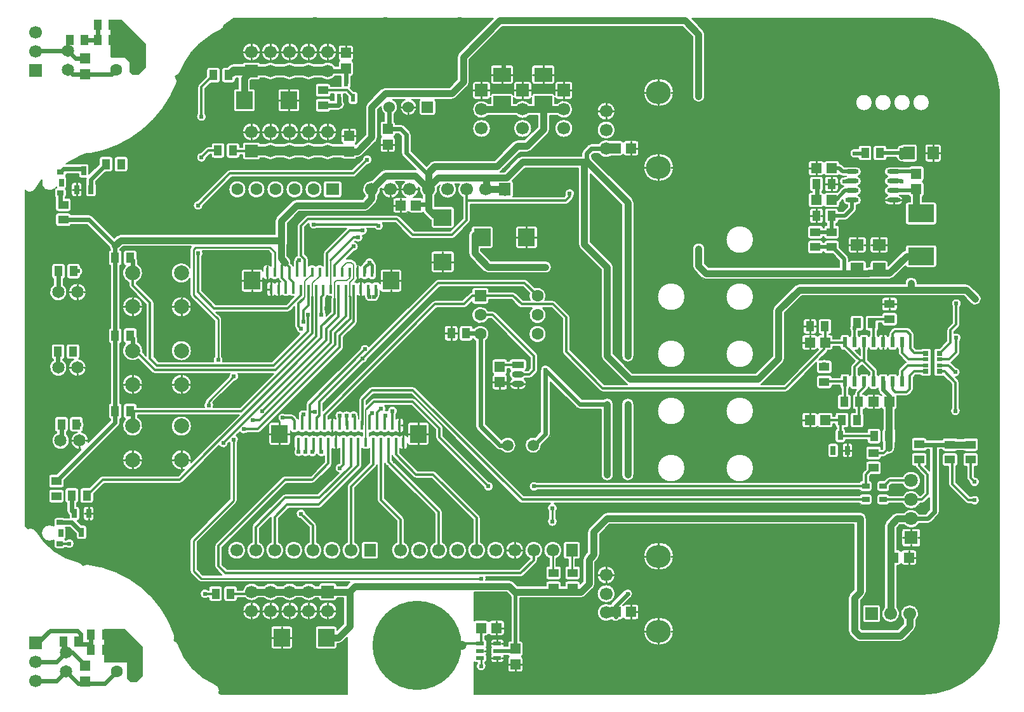
<source format=gbl>
G04 Layer: BottomLayer*
G04 EasyEDA Pro v2.2.40.8, 2025-09-21 19:41:23*
G04 Gerber Generator version 0.3*
G04 Scale: 100 percent, Rotated: No, Reflected: No*
G04 Dimensions in millimeters*
G04 Leading zeros omitted, absolute positions, 4 integers and 5 decimals*
G04 Generated by one-click*
%FSLAX45Y45*%
%MOMM*%
%ADD10C,0.2032*%
%ADD11C,0.254*%
%ADD12C,11.88693*%
%ADD13C,5.0*%
%ADD14C,1.7*%
%ADD15R,1.5748X1.7*%
%ADD16C,1.6*%
%ADD17R,1.8X1.6*%
%ADD18R,1.7014X1.7*%
%ADD19R,1.7X1.7*%
%ADD20R,1.41X1.35001*%
%ADD21C,2.0*%
%ADD22R,1.13254X1.37701*%
%ADD23R,1.37701X1.13254*%
%ADD24R,2.37599X1.9*%
%ADD25C,1.651*%
%ADD26R,1.35001X1.41*%
%ADD27R,0.9X0.65001*%
%ADD28R,0.7X1.0*%
%ADD29R,0.7X1.25001*%
%ADD30R,0.4X1.25001*%
%ADD31R,2.2X2.4*%
%ADD32R,0.55999X1.42999*%
%ADD33O,1.6X0.9*%
%ADD34R,1.6X0.9*%
%ADD35O,3.29999X2.99999*%
%ADD36C,1.8*%
%ADD37R,1.8X1.8*%
%ADD38R,1.6X1.524*%
%ADD39C,1.5*%
%ADD40O,1.8X0.6*%
%ADD41R,2.28999X2.28999*%
%ADD42R,3.49999X2.35001*%
%ADD43R,1.524X1.524*%
%ADD44C,1.524*%
%ADD45R,2.20749X2.37599*%
%ADD46R,2.37599X2.20749*%
%ADD47R,0.6X1.07*%
%ADD48R,0.8X0.65001*%
%ADD49R,0.8X0.5*%
%ADD50R,1.0X0.75001*%
%ADD51R,1.72799X1.48501*%
%ADD52R,1.48501X1.72799*%
%ADD53C,1.2*%
%ADD54R,1.07201X0.532*%
%ADD55C,0.61*%
%ADD56C,0.6096*%
%ADD57C,0.3048*%
%ADD58C,0.1778*%
%ADD59C,0.9144*%
%ADD60C,1.2192*%
%ADD61C,0.4064*%
%ADD62C,0.508*%
%ADD63C,0.762*%
G75*


G04 Copper Start*
G36*
G01X41165Y2278112D02*
G01X40935Y2730307D01*
G01X352535Y2730307D01*
G01X352535Y2617053D01*
G01X354288Y2605986D01*
G01X359375Y2596002D01*
G01X367299Y2588079D01*
G01X377282Y2582992D01*
G01X388349Y2581239D01*
G01X526051Y2581239D01*
G01X526051Y2581239D01*
G01X537118Y2582992D01*
G01X547101Y2588079D01*
G01X555025Y2596002D01*
G01X560112Y2605986D01*
G01X561865Y2617053D01*
G01X561865Y2730307D01*
G01X560112Y2741374D01*
G01X555025Y2751358D01*
G01X547101Y2759281D01*
G01X537118Y2764368D01*
G01X526051Y2766121D01*
G01X388349Y2766121D01*
G01X377282Y2764368D01*
G01X367299Y2759281D01*
G01X359375Y2751358D01*
G01X354288Y2741374D01*
G01X352535Y2730307D01*
G01X40935Y2730307D01*
G01X40588Y3412223D01*
G01X394726Y3412223D01*
G01X396951Y3390865D01*
G01X402999Y3370260D01*
G01X412670Y3351087D01*
G01X425646Y3333977D01*
G01X441499Y3319493D01*
G01X459709Y3308112D01*
G01X479675Y3300208D01*
G01X500740Y3296041D01*
G01X522212Y3295749D01*
G01X543383Y3299341D01*
G01X563557Y3306699D01*
G01X582070Y3317581D01*
G01X598311Y3331628D01*
G01X611748Y3348379D01*
G01X621937Y3367281D01*
G01X628543Y3387714D01*
G01X631348Y3409003D01*
G01X630261Y3430450D01*
G01X625318Y3451346D01*
G01X616680Y3471006D01*
G01X604632Y3488782D01*
G01X589571Y3504088D01*
G01X589571Y3528954D01*
G01X600057Y3533833D01*
G01X608442Y3541800D01*
G01X613850Y3552024D01*
G01X615718Y3563438D01*
G01X615718Y3701139D01*
G01X613965Y3712207D01*
G01X608878Y3722190D01*
G01X600955Y3730114D01*
G01X590971Y3735201D01*
G01X579904Y3736953D01*
G01X466650Y3736953D01*
G01X455583Y3735201D01*
G01X445599Y3730114D01*
G01X437676Y3722190D01*
G01X432589Y3712207D01*
G01X430836Y3701139D01*
G01X430836Y3563438D01*
G01X432704Y3552024D01*
G01X438112Y3541800D01*
G01X446496Y3533833D01*
G01X456983Y3528954D01*
G01X456983Y3517986D01*
G01X456983Y3517986D01*
G01X439075Y3506136D01*
G01X423603Y3491245D01*
G01X411076Y3473804D01*
G01X401906Y3454386D01*
G01X396396Y3433632D01*
G01X394726Y3412223D01*
G01X40588Y3412223D01*
G01X40090Y4392771D01*
G01X364292Y4392771D01*
G01X365584Y4371308D01*
G01X370737Y4350433D01*
G01X379581Y4330835D01*
G01X391825Y4313160D01*
G01X407064Y4297992D01*
G01X424796Y4285831D01*
G01X444435Y4277078D01*
G01X465333Y4272022D01*
G01X486802Y4270831D01*
G01X508131Y4273542D01*
G01X528619Y4280068D01*
G01X547587Y4290192D01*
G01X564411Y4303581D01*
G01X578536Y4319792D01*
G01X589495Y4338291D01*
G01X596926Y4358468D01*
G01X600585Y4379655D01*
G01X600351Y4401156D01*
G01X596230Y4422258D01*
G01X588361Y4442268D01*
G01X577001Y4460524D01*
G01X562526Y4476423D01*
G01X545414Y4489442D01*
G01X545414Y4499145D01*
G01X555901Y4504024D01*
G01X564285Y4511991D01*
G01X569693Y4522215D01*
G01X571561Y4533629D01*
G01X586679Y4533629D01*
G01X588432Y4522562D01*
G01X593519Y4512579D01*
G01X601442Y4504655D01*
G01X611426Y4499568D01*
G01X622493Y4497815D01*
G01X689746Y4497815D01*
G01X671244Y4487805D01*
G01X654807Y4474677D01*
G01X640953Y4458846D01*
G01X630121Y4440814D01*
G01X622652Y4421148D01*
G01X618782Y4400471D01*
G01X618633Y4379435D01*
G01X622210Y4358706D01*
G01X629401Y4338936D01*
G01X639977Y4320752D01*
G01X653606Y4304728D01*
G01X669856Y4291369D01*
G01X688214Y4281098D01*
G01X708101Y4274238D01*
G01X728887Y4271008D01*
G01X749917Y4271508D01*
G01X749917Y4271508D01*
G01X770527Y4275723D01*
G01X790065Y4283519D01*
G01X807914Y4294651D01*
G01X823511Y4308768D01*
G01X836363Y4325422D01*
G01X846063Y4344088D01*
G01X852306Y4364176D01*
G01X854894Y4385053D01*
G01X853746Y4406058D01*
G01X848897Y4426527D01*
G01X840502Y4445816D01*
G01X828825Y4463313D01*
G01X814234Y4478467D01*
G01X797192Y4490799D01*
G01X778236Y4499919D01*
G01X757964Y4505540D01*
G01X765284Y4513376D01*
G01X769955Y4523028D01*
G01X771561Y4533629D01*
G01X771561Y4671331D01*
G01X769808Y4682398D01*
G01X764721Y4692381D01*
G01X756798Y4700305D01*
G01X746814Y4705392D01*
G01X735747Y4707145D01*
G01X622493Y4707145D01*
G01X611426Y4705392D01*
G01X601442Y4700305D01*
G01X593519Y4692381D01*
G01X588432Y4682398D01*
G01X586679Y4671331D01*
G01X586679Y4533629D01*
G01X571561Y4533629D01*
G01X571561Y4671331D01*
G01X569808Y4682398D01*
G01X564721Y4692381D01*
G01X556798Y4700305D01*
G01X546814Y4705392D01*
G01X535747Y4707145D01*
G01X422493Y4707145D01*
G01X411426Y4705392D01*
G01X401442Y4700305D01*
G01X393519Y4692381D01*
G01X388432Y4682398D01*
G01X386679Y4671331D01*
G01X386679Y4533629D01*
G01X388547Y4522215D01*
G01X393955Y4511991D01*
G01X402340Y4504024D01*
G01X412826Y4499145D01*
G01X412826Y4484732D01*
G01X412826Y4484732D01*
G01X396681Y4470532D01*
G01X383371Y4453646D01*
G01X373335Y4434630D01*
G01X366905Y4414113D01*
G01X364292Y4392771D01*
G01X40090Y4392771D01*
G01X40028Y4515262D01*
G01X40063Y5384519D01*
G01X364697Y5384519D01*
G01X368532Y5363361D01*
G01X376131Y5343246D01*
G01X387244Y5324837D01*
G01X401504Y5308743D01*
G01X418440Y5295494D01*
G01X437494Y5285528D01*
G01X458036Y5279173D01*
G01X479389Y5276640D01*
G01X500848Y5278011D01*
G01X521705Y5283242D01*
G01X541272Y5292161D01*
G01X558901Y5304472D01*
G01X574013Y5319769D01*
G01X586108Y5337548D01*
G01X594787Y5357222D01*
G01X599763Y5378141D01*
G01X600872Y5399615D01*
G01X600051Y5405881D01*
G01X618741Y5405881D01*
G01X618741Y5384039D01*
G01X622754Y5362568D01*
G01X630645Y5342201D01*
G01X642143Y5323630D01*
G01X656859Y5307488D01*
G01X674289Y5294325D01*
G01X693842Y5284589D01*
G01X714851Y5278611D01*
G01X736600Y5276596D01*
G01X758349Y5278611D01*
G01X779358Y5284589D01*
G01X798911Y5294325D01*
G01X816341Y5307488D01*
G01X831057Y5323630D01*
G01X842555Y5342201D01*
G01X850446Y5362568D01*
G01X854459Y5384039D01*
G01X854459Y5405881D01*
G01X850446Y5427352D01*
G01X842555Y5447719D01*
G01X831057Y5466290D01*
G01X816341Y5482432D01*
G01X798911Y5495595D01*
G01X779358Y5505331D01*
G01X758349Y5511309D01*
G01X736600Y5513324D01*
G01X736600Y5513324D01*
G01X714851Y5511309D01*
G01X693842Y5505331D01*
G01X674289Y5495595D01*
G01X656859Y5482432D01*
G01X642143Y5466290D01*
G01X630645Y5447719D01*
G01X622754Y5427352D01*
G01X618741Y5405881D01*
G01X600051Y5405881D01*
G01X598079Y5420936D01*
G01X591474Y5441399D01*
G01X581275Y5460330D01*
G01X567821Y5477103D01*
G01X551553Y5491165D01*
G01X551553Y5571114D01*
G01X562040Y5575993D01*
G01X570424Y5583960D01*
G01X575833Y5594184D01*
G01X577700Y5605598D01*
G01X577700Y5605598D01*
G01X592818Y5605598D01*
G01X594571Y5594531D01*
G01X599658Y5584547D01*
G01X607581Y5576624D01*
G01X617565Y5571537D01*
G01X628632Y5569784D01*
G01X741886Y5569784D01*
G01X752953Y5571537D01*
G01X762937Y5576624D01*
G01X770860Y5584547D01*
G01X775947Y5594531D01*
G01X777700Y5605598D01*
G01X777700Y5617556D01*
G01X788628Y5625739D01*
G01X797650Y5635987D01*
G01X804381Y5647864D01*
G01X808538Y5660869D01*
G01X809944Y5674449D01*
G01X808538Y5688029D01*
G01X804381Y5701034D01*
G01X797650Y5712911D01*
G01X788628Y5723159D01*
G01X777700Y5731342D01*
G01X777700Y5743299D01*
G01X777700Y5743299D01*
G01X775947Y5754367D01*
G01X770860Y5764350D01*
G01X762937Y5772274D01*
G01X752953Y5777361D01*
G01X741886Y5779113D01*
G01X628632Y5779113D01*
G01X617565Y5777361D01*
G01X607581Y5772274D01*
G01X599658Y5764350D01*
G01X594571Y5754367D01*
G01X592818Y5743299D01*
G01X592818Y5605598D01*
G01X577700Y5605598D01*
G01X577700Y5743299D01*
G01X575947Y5754367D01*
G01X570860Y5764350D01*
G01X562937Y5772274D01*
G01X552953Y5777361D01*
G01X541886Y5779113D01*
G01X428633Y5779113D01*
G01X417565Y5777361D01*
G01X407582Y5772274D01*
G01X399658Y5764350D01*
G01X394571Y5754367D01*
G01X392819Y5743299D01*
G01X392819Y5605598D01*
G01X394686Y5594184D01*
G01X400094Y5583960D01*
G01X408479Y5575993D01*
G01X418965Y5571114D01*
G01X418965Y5494763D01*
G01X401959Y5481604D01*
G01X387615Y5465585D01*
G01X376405Y5447235D01*
G01X368700Y5427160D01*
G01X364754Y5406022D01*
G01X364697Y5384519D01*
G01X40063Y5384519D01*
G01X40119Y6752412D01*
G01X40119Y6752412D01*
G01X53216Y6741407D01*
G01X68234Y6733218D01*
G01X84579Y6728171D01*
G01X101600Y6726466D01*
G01X119628Y6728381D01*
G01X136851Y6734041D01*
G01X152501Y6743192D01*
G01X165879Y6755427D01*
G01X176389Y6770200D01*
G01X202095Y6812913D01*
G01X230256Y6854050D01*
G01X260775Y6893468D01*
G01X256027Y6873440D01*
G01X255064Y6852880D01*
G01X257921Y6832496D01*
G01X264498Y6812991D01*
G01X274569Y6795040D01*
G01X287786Y6779261D01*
G01X303693Y6766199D01*
G01X321742Y6756303D01*
G01X341310Y6749917D01*
G01X361721Y6747260D01*
G01X382271Y6748423D01*
G01X402252Y6753367D01*
G01X420973Y6761921D01*
G01X437790Y6773789D01*
G01X433097Y6766782D01*
G01X430173Y6758871D01*
G01X429180Y6750496D01*
G01X429180Y6685495D01*
G01X430902Y6674523D01*
G01X435902Y6664607D01*
G01X443700Y6656699D01*
G01X443700Y6583286D01*
G01X443975Y6577248D01*
G01X443975Y6505133D01*
G01X445728Y6494066D01*
G01X450815Y6484082D01*
G01X458739Y6476159D01*
G01X468722Y6471072D01*
G01X479789Y6469319D01*
G01X617491Y6469319D01*
G01X628558Y6471072D01*
G01X638541Y6476159D01*
G01X646465Y6484082D01*
G01X651552Y6494066D01*
G01X653305Y6505133D01*
G01X653305Y6546145D01*
G01X2281043Y6546145D01*
G01X2284305Y6531537D01*
G01X2290762Y6518034D01*
G01X2300083Y6506323D01*
G01X2311794Y6497002D01*
G01X2325297Y6490545D01*
G01X2339905Y6487283D01*
G01X2354872Y6487380D01*
G01X2369436Y6490832D01*
G01X2382854Y6497464D01*
G01X2394443Y6506937D01*
G01X2403611Y6518768D01*
G01X2409891Y6532354D01*
G01X2412964Y6547002D01*
G01X2632521Y6766560D01*
G01X2754386Y6766560D01*
G01X2756358Y6745279D01*
G01X2762207Y6724723D01*
G01X2771733Y6705592D01*
G01X2784613Y6688537D01*
G01X2800407Y6674139D01*
G01X2818577Y6662888D01*
G01X2838506Y6655167D01*
G01X2859514Y6651240D01*
G01X2880886Y6651240D01*
G01X2901894Y6655167D01*
G01X2921823Y6662888D01*
G01X2939993Y6674139D01*
G01X2955787Y6688537D01*
G01X2968667Y6705592D01*
G01X2978193Y6724723D01*
G01X2984042Y6745279D01*
G01X2986014Y6766560D01*
G01X2986014Y6766560D01*
G01X3008386Y6766560D01*
G01X3010358Y6745279D01*
G01X3016207Y6724723D01*
G01X3025733Y6705592D01*
G01X3038613Y6688537D01*
G01X3054407Y6674139D01*
G01X3072577Y6662888D01*
G01X3092506Y6655167D01*
G01X3113514Y6651240D01*
G01X3134886Y6651240D01*
G01X3155894Y6655167D01*
G01X3175823Y6662888D01*
G01X3193993Y6674139D01*
G01X3209787Y6688537D01*
G01X3222667Y6705592D01*
G01X3232193Y6724723D01*
G01X3238042Y6745279D01*
G01X3240014Y6766560D01*
G01X3240014Y6766560D01*
G01X3262386Y6766560D01*
G01X3264358Y6745279D01*
G01X3270207Y6724723D01*
G01X3279733Y6705592D01*
G01X3292613Y6688537D01*
G01X3308407Y6674139D01*
G01X3326577Y6662888D01*
G01X3346506Y6655167D01*
G01X3367514Y6651240D01*
G01X3388886Y6651240D01*
G01X3409894Y6655167D01*
G01X3429823Y6662888D01*
G01X3447993Y6674139D01*
G01X3463787Y6688537D01*
G01X3476667Y6705592D01*
G01X3486193Y6724723D01*
G01X3492042Y6745279D01*
G01X3494014Y6766560D01*
G01X3494014Y6766560D01*
G01X3516386Y6766560D01*
G01X3518358Y6745279D01*
G01X3524207Y6724723D01*
G01X3533733Y6705592D01*
G01X3546613Y6688537D01*
G01X3562407Y6674139D01*
G01X3580577Y6662888D01*
G01X3600506Y6655167D01*
G01X3621514Y6651240D01*
G01X3642886Y6651240D01*
G01X3663894Y6655167D01*
G01X3683823Y6662888D01*
G01X3701993Y6674139D01*
G01X3717787Y6688537D01*
G01X3730667Y6705592D01*
G01X3740193Y6724723D01*
G01X3746042Y6745279D01*
G01X3748014Y6766560D01*
G01X3748014Y6766560D01*
G01X3770386Y6766560D01*
G01X3772358Y6745279D01*
G01X3778207Y6724723D01*
G01X3787733Y6705592D01*
G01X3800613Y6688537D01*
G01X3816407Y6674139D01*
G01X3834577Y6662888D01*
G01X3854506Y6655167D01*
G01X3875514Y6651240D01*
G01X3896886Y6651240D01*
G01X3917894Y6655167D01*
G01X3937823Y6662888D01*
G01X3955993Y6674139D01*
G01X3971787Y6688537D01*
G01X3984667Y6705592D01*
G01X3994193Y6724723D01*
G01X4000042Y6745279D01*
G01X4002014Y6766560D01*
G01X4002014Y6766560D01*
G01X4000042Y6787841D01*
G01X3994193Y6808397D01*
G01X3984667Y6827528D01*
G01X3971787Y6844583D01*
G01X3969619Y6846560D01*
G01X4014386Y6846560D01*
G01X4014386Y6686560D01*
G01X4016139Y6675493D01*
G01X4021226Y6665509D01*
G01X4029149Y6657586D01*
G01X4039133Y6652499D01*
G01X4050200Y6650746D01*
G01X4230200Y6650746D01*
G01X4241267Y6652499D01*
G01X4251251Y6657586D01*
G01X4259174Y6665509D01*
G01X4264261Y6675493D01*
G01X4266014Y6686560D01*
G01X4266014Y6846560D01*
G01X4264261Y6857627D01*
G01X4259174Y6867611D01*
G01X4251251Y6875534D01*
G01X4241267Y6880621D01*
G01X4230200Y6882374D01*
G01X4050200Y6882374D01*
G01X4050200Y6882374D01*
G01X4039133Y6880621D01*
G01X4029149Y6875534D01*
G01X4021226Y6867611D01*
G01X4016139Y6857627D01*
G01X4014386Y6846560D01*
G01X3969619Y6846560D01*
G01X3955993Y6858981D01*
G01X3937823Y6870232D01*
G01X3917894Y6877953D01*
G01X3896886Y6881880D01*
G01X3875514Y6881880D01*
G01X3854506Y6877953D01*
G01X3834577Y6870232D01*
G01X3816407Y6858981D01*
G01X3800613Y6844583D01*
G01X3787733Y6827528D01*
G01X3778207Y6808397D01*
G01X3772358Y6787841D01*
G01X3770386Y6766560D01*
G01X3748014Y6766560D01*
G01X3746042Y6787841D01*
G01X3740193Y6808397D01*
G01X3730667Y6827528D01*
G01X3717787Y6844583D01*
G01X3701993Y6858981D01*
G01X3683823Y6870232D01*
G01X3663894Y6877953D01*
G01X3642886Y6881880D01*
G01X3621514Y6881880D01*
G01X3600506Y6877953D01*
G01X3580577Y6870232D01*
G01X3562407Y6858981D01*
G01X3546613Y6844583D01*
G01X3533733Y6827528D01*
G01X3524207Y6808397D01*
G01X3518358Y6787841D01*
G01X3516386Y6766560D01*
G01X3494014Y6766560D01*
G01X3492042Y6787841D01*
G01X3486193Y6808397D01*
G01X3476667Y6827528D01*
G01X3463787Y6844583D01*
G01X3447993Y6858981D01*
G01X3429823Y6870232D01*
G01X3409894Y6877953D01*
G01X3388886Y6881880D01*
G01X3367514Y6881880D01*
G01X3346506Y6877953D01*
G01X3326577Y6870232D01*
G01X3308407Y6858981D01*
G01X3292613Y6844583D01*
G01X3279733Y6827528D01*
G01X3270207Y6808397D01*
G01X3264358Y6787841D01*
G01X3262386Y6766560D01*
G01X3240014Y6766560D01*
G01X3238042Y6787841D01*
G01X3232193Y6808397D01*
G01X3222667Y6827528D01*
G01X3209787Y6844583D01*
G01X3193993Y6858981D01*
G01X3175823Y6870232D01*
G01X3155894Y6877953D01*
G01X3134886Y6881880D01*
G01X3113514Y6881880D01*
G01X3092506Y6877953D01*
G01X3072577Y6870232D01*
G01X3054407Y6858981D01*
G01X3038613Y6844583D01*
G01X3025733Y6827528D01*
G01X3016207Y6808397D01*
G01X3010358Y6787841D01*
G01X3008386Y6766560D01*
G01X2986014Y6766560D01*
G01X2984042Y6787841D01*
G01X2978193Y6808397D01*
G01X2968667Y6827528D01*
G01X2955787Y6844583D01*
G01X2939993Y6858981D01*
G01X2921823Y6870232D01*
G01X2901894Y6877953D01*
G01X2880886Y6881880D01*
G01X2859514Y6881880D01*
G01X2838506Y6877953D01*
G01X2818577Y6870232D01*
G01X2800407Y6858981D01*
G01X2784613Y6844583D01*
G01X2771733Y6827528D01*
G01X2762207Y6808397D01*
G01X2756358Y6787841D01*
G01X2754386Y6766560D01*
G01X2632521Y6766560D01*
G01X2794827Y6928866D01*
G01X4419600Y6928866D01*
G01X4432814Y6930606D01*
G01X4445127Y6935706D01*
G01X4455701Y6943819D01*
G01X4608678Y7096796D01*
G01X4623326Y7099869D01*
G01X4636912Y7106149D01*
G01X4648743Y7115317D01*
G01X4658216Y7126906D01*
G01X4664848Y7140324D01*
G01X4668300Y7154888D01*
G01X4668397Y7169855D01*
G01X4665135Y7184463D01*
G01X4658678Y7197966D01*
G01X4649357Y7209677D01*
G01X4637646Y7218998D01*
G01X4624143Y7225455D01*
G01X4609535Y7228717D01*
G01X4594568Y7228620D01*
G01X4580004Y7225168D01*
G01X4566586Y7218536D01*
G01X4554997Y7209063D01*
G01X4545829Y7197232D01*
G01X4539549Y7183646D01*
G01X4536476Y7168998D01*
G01X4398453Y7030974D01*
G01X2773680Y7030974D01*
G01X2760466Y7029234D01*
G01X2748153Y7024134D01*
G01X2737579Y7016021D01*
G01X2340762Y6619204D01*
G01X2340762Y6619204D01*
G01X2326114Y6616131D01*
G01X2312528Y6609851D01*
G01X2300697Y6600683D01*
G01X2291224Y6589094D01*
G01X2284592Y6575676D01*
G01X2281140Y6561112D01*
G01X2281043Y6546145D01*
G01X653305Y6546145D01*
G01X653305Y6618387D01*
G01X651552Y6629454D01*
G01X646465Y6639438D01*
G01X638541Y6647361D01*
G01X628558Y6652448D01*
G01X617491Y6654201D01*
G01X576288Y6654201D01*
G01X576288Y6656699D01*
G01X584086Y6664607D01*
G01X589086Y6674523D01*
G01X590808Y6685495D01*
G01X590808Y6701017D01*
G01X657150Y6701017D01*
G01X658903Y6689949D01*
G01X663990Y6679966D01*
G01X671913Y6672042D01*
G01X681897Y6666955D01*
G01X692964Y6665203D01*
G01X762964Y6665203D01*
G01X774031Y6666955D01*
G01X784015Y6672042D01*
G01X791938Y6679966D01*
G01X797025Y6689949D01*
G01X798778Y6701017D01*
G01X798778Y6826018D01*
G01X798778Y6826018D01*
G01X797025Y6837085D01*
G01X791938Y6847069D01*
G01X784015Y6854992D01*
G01X774031Y6860079D01*
G01X762964Y6861832D01*
G01X692964Y6861832D01*
G01X681897Y6860079D01*
G01X671913Y6854992D01*
G01X663990Y6847069D01*
G01X658903Y6837085D01*
G01X657150Y6826018D01*
G01X657150Y6701017D01*
G01X590808Y6701017D01*
G01X590808Y6750496D01*
G01X589444Y6760284D01*
G01X585457Y6769327D01*
G01X579150Y6776937D01*
G01X586600Y6782625D01*
G01X592318Y6790052D01*
G01X595914Y6798708D01*
G01X597140Y6808000D01*
G01X597140Y6908000D01*
G01X595914Y6917292D01*
G01X592318Y6925948D01*
G01X586600Y6933375D01*
G01X579150Y6939063D01*
G01X585457Y6946673D01*
G01X589444Y6955716D01*
G01X590808Y6965504D01*
G01X590808Y6974586D01*
G01X752146Y6974586D01*
G01X752146Y6950953D01*
G01X753899Y6939885D01*
G01X758986Y6929902D01*
G01X766909Y6921978D01*
G01X776893Y6916891D01*
G01X787960Y6915139D01*
G01X853277Y6915139D01*
G01X851662Y6900596D01*
G01X851662Y6843434D01*
G01X848290Y6835014D01*
G01X847142Y6826018D01*
G01X847142Y6701017D01*
G01X848895Y6689949D01*
G01X853982Y6679966D01*
G01X861905Y6672042D01*
G01X871889Y6666955D01*
G01X882956Y6665203D01*
G01X952956Y6665203D01*
G01X964023Y6666955D01*
G01X974007Y6672042D01*
G01X981930Y6679966D01*
G01X987017Y6689949D01*
G01X988770Y6701017D01*
G01X988770Y6826018D01*
G01X987622Y6835014D01*
G01X984250Y6843434D01*
G01X984250Y6873136D01*
G01X1108290Y6997175D01*
G01X1175827Y6997175D01*
G01X1186894Y6998928D01*
G01X1196878Y7004015D01*
G01X1204801Y7011939D01*
G01X1209888Y7021922D01*
G01X1211641Y7032989D01*
G01X1211641Y7170691D01*
G01X1226759Y7170691D01*
G01X1226759Y7032989D01*
G01X1228512Y7021922D01*
G01X1233599Y7011939D01*
G01X1241522Y7004015D01*
G01X1251506Y6998928D01*
G01X1262573Y6997175D01*
G01X1375827Y6997175D01*
G01X1386894Y6998928D01*
G01X1396878Y7004015D01*
G01X1404801Y7011939D01*
G01X1409888Y7021922D01*
G01X1411641Y7032989D01*
G01X1411641Y7075115D01*
G01X1415843Y7088185D01*
G01X1417264Y7101840D01*
G01X1415843Y7115495D01*
G01X1411641Y7128565D01*
G01X1411641Y7170691D01*
G01X1411641Y7170691D01*
G01X1409888Y7181758D01*
G01X1407609Y7186230D01*
G01X2325091Y7186230D01*
G01X2328354Y7171615D01*
G01X2334813Y7158105D01*
G01X2344138Y7146389D01*
G01X2344138Y7146389D01*
G01X2355854Y7137064D01*
G01X2369364Y7130605D01*
G01X2383979Y7127342D01*
G01X2398953Y7127441D01*
G01X2413523Y7130897D01*
G01X2426946Y7137535D01*
G01X2438538Y7147015D01*
G01X2447707Y7158854D01*
G01X2453986Y7172448D01*
G01X2457055Y7187105D01*
G01X2503616Y7233666D01*
G01X2520279Y7233666D01*
G01X2520279Y7215869D01*
G01X2522032Y7204802D01*
G01X2527119Y7194819D01*
G01X2535042Y7186895D01*
G01X2545026Y7181808D01*
G01X2556093Y7180055D01*
G01X2669347Y7180055D01*
G01X2680414Y7181808D01*
G01X2690398Y7186895D01*
G01X2698321Y7194819D01*
G01X2703408Y7204802D01*
G01X2705161Y7215869D01*
G01X2705161Y7353571D01*
G01X2703408Y7364638D01*
G01X2698321Y7374621D01*
G01X2690398Y7382545D01*
G01X2680414Y7387632D01*
G01X2669347Y7389385D01*
G01X2556093Y7389385D01*
G01X2545026Y7387632D01*
G01X2535042Y7382545D01*
G01X2527119Y7374621D01*
G01X2522032Y7364638D01*
G01X2520279Y7353571D01*
G01X2520279Y7335774D01*
G01X2482469Y7335774D01*
G01X2469255Y7334034D01*
G01X2456942Y7328934D01*
G01X2446368Y7320821D01*
G01X2384854Y7259306D01*
G01X2370197Y7256237D01*
G01X2356603Y7249958D01*
G01X2344764Y7240789D01*
G01X2335284Y7229197D01*
G01X2328646Y7215774D01*
G01X2325190Y7201204D01*
G01X2325091Y7186230D01*
G01X1407609Y7186230D01*
G01X1404801Y7191741D01*
G01X1396878Y7199665D01*
G01X1386894Y7204752D01*
G01X1375827Y7206505D01*
G01X1262573Y7206505D01*
G01X1251506Y7204752D01*
G01X1241522Y7199665D01*
G01X1233599Y7191741D01*
G01X1228512Y7181758D01*
G01X1226759Y7170691D01*
G01X1211641Y7170691D01*
G01X1209888Y7181758D01*
G01X1204801Y7191741D01*
G01X1196878Y7199665D01*
G01X1186894Y7204752D01*
G01X1175827Y7206505D01*
G01X1062573Y7206505D01*
G01X1051506Y7204752D01*
G01X1041522Y7199665D01*
G01X1033599Y7191741D01*
G01X1028512Y7181758D01*
G01X1026759Y7170691D01*
G01X1026759Y7103153D01*
G01X893774Y6970168D01*
G01X893774Y7075954D01*
G01X892021Y7087021D01*
G01X886934Y7097005D01*
G01X879011Y7104928D01*
G01X869027Y7110015D01*
G01X857960Y7111768D01*
G01X787960Y7111768D01*
G01X778890Y7110600D01*
G01X770412Y7107174D01*
G01X583972Y7107174D01*
G01X712162Y7178894D01*
G01X726008Y7182234D01*
G01X743016Y7188123D01*
G01X758422Y7197431D01*
G01X771547Y7209747D01*
G01X854380Y7246839D01*
G01X871310Y7241389D01*
G01X889000Y7239546D01*
G01X903552Y7240789D01*
G01X980047Y7255980D01*
G01X1055663Y7275073D01*
G01X1130200Y7298015D01*
G01X1203464Y7324749D01*
G01X1275261Y7355202D01*
G01X1345403Y7389295D01*
G01X1413705Y7426939D01*
G01X1479987Y7468034D01*
G01X1544077Y7512473D01*
G01X1571488Y7533640D01*
G01X2937346Y7533640D01*
G01X2939182Y7512661D01*
G01X2944632Y7492319D01*
G01X2953532Y7473233D01*
G01X2965611Y7455982D01*
G01X2980502Y7441091D01*
G01X2997753Y7429012D01*
G01X3016839Y7420112D01*
G01X3037181Y7414662D01*
G01X3058160Y7412826D01*
G01X3079139Y7414662D01*
G01X3099481Y7420112D01*
G01X3118567Y7429012D01*
G01X3135818Y7441091D01*
G01X3150709Y7455982D01*
G01X3162788Y7473233D01*
G01X3171688Y7492319D01*
G01X3177138Y7512661D01*
G01X3178974Y7533640D01*
G01X3191346Y7533640D01*
G01X3193182Y7512661D01*
G01X3198632Y7492319D01*
G01X3207532Y7473233D01*
G01X3219611Y7455982D01*
G01X3234502Y7441091D01*
G01X3251753Y7429012D01*
G01X3270839Y7420112D01*
G01X3291181Y7414662D01*
G01X3312160Y7412826D01*
G01X3333139Y7414662D01*
G01X3353481Y7420112D01*
G01X3372567Y7429012D01*
G01X3389818Y7441091D01*
G01X3404709Y7455982D01*
G01X3416788Y7473233D01*
G01X3425688Y7492319D01*
G01X3431138Y7512661D01*
G01X3432974Y7533640D01*
G01X3445346Y7533640D01*
G01X3447182Y7512661D01*
G01X3452632Y7492319D01*
G01X3461532Y7473233D01*
G01X3473611Y7455982D01*
G01X3488502Y7441091D01*
G01X3505753Y7429012D01*
G01X3524839Y7420112D01*
G01X3545181Y7414662D01*
G01X3566160Y7412826D01*
G01X3587139Y7414662D01*
G01X3607481Y7420112D01*
G01X3626567Y7429012D01*
G01X3643818Y7441091D01*
G01X3658709Y7455982D01*
G01X3670788Y7473233D01*
G01X3679688Y7492319D01*
G01X3685138Y7512661D01*
G01X3686974Y7533640D01*
G01X3699346Y7533640D01*
G01X3701182Y7512661D01*
G01X3706632Y7492319D01*
G01X3715532Y7473233D01*
G01X3727611Y7455982D01*
G01X3742502Y7441091D01*
G01X3759753Y7429012D01*
G01X3778839Y7420112D01*
G01X3799181Y7414662D01*
G01X3820160Y7412826D01*
G01X3841139Y7414662D01*
G01X3861481Y7420112D01*
G01X3880567Y7429012D01*
G01X3897818Y7441091D01*
G01X3912709Y7455982D01*
G01X3924788Y7473233D01*
G01X3933688Y7492319D01*
G01X3939138Y7512661D01*
G01X3940974Y7533640D01*
G01X3953346Y7533640D01*
G01X3955182Y7512661D01*
G01X3960632Y7492319D01*
G01X3969532Y7473233D01*
G01X3981611Y7455982D01*
G01X3996502Y7441091D01*
G01X4013753Y7429012D01*
G01X4032839Y7420112D01*
G01X4053181Y7414662D01*
G01X4074160Y7412826D01*
G01X4095139Y7414662D01*
G01X4115481Y7420112D01*
G01X4134567Y7429012D01*
G01X4151818Y7441091D01*
G01X4166709Y7455982D01*
G01X4178788Y7473233D01*
G01X4187688Y7492319D01*
G01X4193138Y7512661D01*
G01X4194974Y7533640D01*
G01X4193138Y7554619D01*
G01X4187688Y7574961D01*
G01X4178788Y7594047D01*
G01X4166709Y7611298D01*
G01X4151818Y7626189D01*
G01X4134567Y7638268D01*
G01X4115481Y7647168D01*
G01X4095139Y7652618D01*
G01X4074160Y7654454D01*
G01X4053181Y7652618D01*
G01X4032839Y7647168D01*
G01X4013753Y7638268D01*
G01X3996502Y7626189D01*
G01X3981611Y7611298D01*
G01X3969532Y7594047D01*
G01X3960632Y7574961D01*
G01X3955182Y7554619D01*
G01X3953346Y7533640D01*
G01X3953346Y7533640D01*
G01X3940974Y7533640D01*
G01X3939138Y7554619D01*
G01X3933688Y7574961D01*
G01X3924788Y7594047D01*
G01X3912709Y7611298D01*
G01X3897818Y7626189D01*
G01X3880567Y7638268D01*
G01X3861481Y7647168D01*
G01X3841139Y7652618D01*
G01X3820160Y7654454D01*
G01X3799181Y7652618D01*
G01X3778839Y7647168D01*
G01X3759753Y7638268D01*
G01X3742502Y7626189D01*
G01X3727611Y7611298D01*
G01X3715532Y7594047D01*
G01X3706632Y7574961D01*
G01X3701182Y7554619D01*
G01X3699346Y7533640D01*
G01X3699346Y7533640D01*
G01X3686974Y7533640D01*
G01X3685138Y7554619D01*
G01X3679688Y7574961D01*
G01X3670788Y7594047D01*
G01X3658709Y7611298D01*
G01X3643818Y7626189D01*
G01X3626567Y7638268D01*
G01X3607481Y7647168D01*
G01X3587139Y7652618D01*
G01X3566160Y7654454D01*
G01X3545181Y7652618D01*
G01X3524839Y7647168D01*
G01X3505753Y7638268D01*
G01X3488502Y7626189D01*
G01X3473611Y7611298D01*
G01X3461532Y7594047D01*
G01X3452632Y7574961D01*
G01X3447182Y7554619D01*
G01X3445346Y7533640D01*
G01X3445346Y7533640D01*
G01X3432974Y7533640D01*
G01X3431138Y7554619D01*
G01X3425688Y7574961D01*
G01X3416788Y7594047D01*
G01X3404709Y7611298D01*
G01X3389818Y7626189D01*
G01X3372567Y7638268D01*
G01X3353481Y7647168D01*
G01X3333139Y7652618D01*
G01X3312160Y7654454D01*
G01X3291181Y7652618D01*
G01X3270839Y7647168D01*
G01X3251753Y7638268D01*
G01X3234502Y7626189D01*
G01X3219611Y7611298D01*
G01X3207532Y7594047D01*
G01X3198632Y7574961D01*
G01X3193182Y7554619D01*
G01X3191346Y7533640D01*
G01X3191346Y7533640D01*
G01X3178974Y7533640D01*
G01X3177138Y7554619D01*
G01X3171688Y7574961D01*
G01X3162788Y7594047D01*
G01X3150709Y7611298D01*
G01X3135818Y7626189D01*
G01X3118567Y7638268D01*
G01X3099481Y7647168D01*
G01X3079139Y7652618D01*
G01X3058160Y7654454D01*
G01X3037181Y7652618D01*
G01X3016839Y7647168D01*
G01X2997753Y7638268D01*
G01X2980502Y7626189D01*
G01X2965611Y7611298D01*
G01X2953532Y7594047D01*
G01X2944632Y7574961D01*
G01X2939182Y7554619D01*
G01X2937346Y7533640D01*
G01X2937346Y7533640D01*
G01X1571488Y7533640D01*
G01X1605804Y7560138D01*
G01X1665007Y7610905D01*
G01X1721530Y7664639D01*
G01X1775224Y7721200D01*
G01X1790259Y7738758D01*
G01X2324128Y7738758D01*
G01X2325621Y7723858D01*
G01X2330419Y7709673D01*
G01X2338278Y7696927D01*
G01X2348796Y7686268D01*
G01X2361437Y7678241D01*
G01X2375557Y7673255D01*
G01X2390436Y7671565D01*
G01X2405315Y7673255D01*
G01X2419435Y7678241D01*
G01X2432076Y7686268D01*
G01X2442594Y7696927D01*
G01X2450453Y7709673D01*
G01X2455251Y7723858D01*
G01X2456744Y7738758D01*
G01X2454856Y7753613D01*
G01X2449684Y7767666D01*
G01X2441490Y7780200D01*
G01X2441490Y8108088D01*
G01X2519297Y8185895D01*
G01X2608387Y8185895D01*
G01X2619454Y8187648D01*
G01X2629438Y8192735D01*
G01X2637361Y8200659D01*
G01X2642448Y8210642D01*
G01X2644201Y8221709D01*
G01X2644201Y8359411D01*
G01X2659319Y8359411D01*
G01X2659319Y8221709D01*
G01X2661072Y8210642D01*
G01X2666159Y8200659D01*
G01X2674082Y8192735D01*
G01X2684066Y8187648D01*
G01X2695133Y8185895D01*
G01X2808387Y8185895D01*
G01X2819454Y8187648D01*
G01X2829438Y8192735D01*
G01X2837361Y8200659D01*
G01X2842448Y8210642D01*
G01X2844201Y8221709D01*
G01X2844201Y8241498D01*
G01X2858711Y8249666D01*
G01X2879827Y8249641D01*
G01X2879827Y8109894D01*
G01X2854872Y8109894D01*
G01X2843805Y8108141D01*
G01X2833821Y8103054D01*
G01X2825898Y8095131D01*
G01X2820811Y8085147D01*
G01X2819058Y8074080D01*
G01X2819058Y7836480D01*
G01X2820811Y7825413D01*
G01X2825898Y7815429D01*
G01X2833821Y7807506D01*
G01X2843805Y7802419D01*
G01X2854872Y7800666D01*
G01X3075621Y7800666D01*
G01X3086688Y7802419D01*
G01X3096672Y7807506D01*
G01X3104595Y7815429D01*
G01X3109682Y7825413D01*
G01X3111435Y7836480D01*
G01X3111435Y8074080D01*
G01X3411285Y8074080D01*
G01X3411285Y7836480D01*
G01X3413038Y7825413D01*
G01X3418125Y7815429D01*
G01X3426048Y7807506D01*
G01X3436032Y7802419D01*
G01X3447099Y7800666D01*
G01X3667848Y7800666D01*
G01X3678915Y7802419D01*
G01X3688899Y7807506D01*
G01X3696822Y7815429D01*
G01X3701909Y7825413D01*
G01X3703662Y7836480D01*
G01X3703662Y8074080D01*
G01X3703662Y8074080D01*
G01X3701909Y8085147D01*
G01X3696822Y8095131D01*
G01X3688899Y8103054D01*
G01X3678915Y8108141D01*
G01X3667848Y8109894D01*
G01X3447099Y8109894D01*
G01X3436032Y8108141D01*
G01X3426048Y8103054D01*
G01X3418125Y8095131D01*
G01X3413038Y8085147D01*
G01X3411285Y8074080D01*
G01X3111435Y8074080D01*
G01X3109682Y8085147D01*
G01X3104595Y8095131D01*
G01X3096672Y8103054D01*
G01X3086688Y8108141D01*
G01X3075621Y8109894D01*
G01X3042895Y8109894D01*
G01X3042895Y8215868D01*
G01X3052653Y8225626D01*
G01X3143160Y8225626D01*
G01X3154049Y8227322D01*
G01X3163908Y8232248D01*
G01X3171802Y8239939D01*
G01X3176983Y8249666D01*
G01X3239836Y8249666D01*
G01X3258695Y8238100D01*
G01X3279347Y8230168D01*
G01X3301099Y8226134D01*
G01X3323221Y8226134D01*
G01X3344973Y8230168D01*
G01X3365625Y8238100D01*
G01X3384484Y8249666D01*
G01X3493836Y8249666D01*
G01X3512695Y8238100D01*
G01X3533347Y8230168D01*
G01X3555099Y8226134D01*
G01X3577221Y8226134D01*
G01X3598973Y8230168D01*
G01X3619625Y8238100D01*
G01X3638484Y8249666D01*
G01X3747836Y8249666D01*
G01X3766695Y8238100D01*
G01X3787347Y8230168D01*
G01X3809099Y8226134D01*
G01X3831221Y8226134D01*
G01X3852973Y8230168D01*
G01X3873625Y8238100D01*
G01X3892484Y8249666D01*
G01X4001836Y8249666D01*
G01X4020471Y8238211D01*
G01X4040866Y8230304D01*
G01X4062353Y8226204D01*
G01X4084227Y8226046D01*
G01X4105771Y8229835D01*
G01X4126278Y8237446D01*
G01X4145077Y8248630D01*
G01X4161551Y8263021D01*
G01X4175160Y8280146D01*
G01X4230872Y8280146D01*
G01X4240258Y8275784D01*
G01X4250500Y8274289D01*
G01X4251706Y8274289D01*
G01X4251706Y8193405D01*
G01X4252186Y8185441D01*
G01X4252186Y8139905D01*
G01X4252190Y8139354D01*
G01X4117865Y8139354D01*
G01X4117865Y8144927D01*
G01X4116112Y8155994D01*
G01X4111025Y8165978D01*
G01X4103101Y8173901D01*
G01X4093118Y8178988D01*
G01X4082051Y8180741D01*
G01X4023803Y8180741D01*
G01X4013200Y8181594D01*
G01X4002597Y8180741D01*
G01X3944349Y8180741D01*
G01X3933282Y8178988D01*
G01X3923299Y8173901D01*
G01X3915375Y8165978D01*
G01X3910288Y8155994D01*
G01X3908535Y8144927D01*
G01X3908535Y8031673D01*
G01X3910288Y8020606D01*
G01X3915375Y8010622D01*
G01X3923299Y8002699D01*
G01X3933282Y7997612D01*
G01X3944349Y7995859D01*
G01X4082051Y7995859D01*
G01X4093118Y7997612D01*
G01X4103101Y8002699D01*
G01X4111025Y8010622D01*
G01X4116112Y8020606D01*
G01X4117865Y8031673D01*
G01X4117865Y8037246D01*
G01X4157190Y8037246D01*
G01X4157190Y7994359D01*
G01X4156710Y7986395D01*
G01X4156710Y7954594D01*
G01X4116535Y7954594D01*
G01X4111656Y7965081D01*
G01X4103689Y7973465D01*
G01X4093465Y7978873D01*
G01X4082051Y7980741D01*
G01X3944349Y7980741D01*
G01X3933282Y7978988D01*
G01X3923299Y7973901D01*
G01X3915375Y7965978D01*
G01X3910288Y7955994D01*
G01X3908535Y7944927D01*
G01X3908535Y7831673D01*
G01X3910288Y7820606D01*
G01X3915375Y7810622D01*
G01X3923299Y7802699D01*
G01X3933282Y7797612D01*
G01X3944349Y7795859D01*
G01X4082051Y7795859D01*
G01X4093465Y7797727D01*
G01X4103689Y7803135D01*
G01X4111656Y7811520D01*
G01X4116535Y7822006D01*
G01X4220434Y7822006D01*
G01X4233367Y7823280D01*
G01X4245804Y7827053D01*
G01X4257265Y7833179D01*
G01X4267311Y7841423D01*
G01X4282274Y7856386D01*
G01X4291882Y7868559D01*
G01X4298399Y7882632D01*
G01X4301468Y7897833D01*
G01X4300922Y7913332D01*
G01X4296790Y7928279D01*
G01X4289298Y7941858D01*
G01X4289298Y7986395D01*
G01X4288818Y7994359D01*
G01X4288818Y8037246D01*
G01X4313444Y8037246D01*
G01X4347182Y8003508D01*
G01X4347182Y7932895D01*
G01X4348935Y7921828D01*
G01X4354022Y7911844D01*
G01X4361945Y7903921D01*
G01X4371929Y7898834D01*
G01X4382996Y7897081D01*
G01X4442996Y7897081D01*
G01X4454063Y7898834D01*
G01X4464047Y7903921D01*
G01X4471970Y7911844D01*
G01X4477057Y7921828D01*
G01X4478810Y7932895D01*
G01X4478810Y8039895D01*
G01X4477057Y8050962D01*
G01X4471970Y8060946D01*
G01X4464047Y8068869D01*
G01X4454063Y8073956D01*
G01X4442996Y8075709D01*
G01X4419383Y8075709D01*
G01X4376662Y8118431D01*
G01X4381979Y8128588D01*
G01X4383814Y8139905D01*
G01X4383814Y8185441D01*
G01X4384294Y8193405D01*
G01X4384294Y8274289D01*
G01X4385501Y8274289D01*
G01X4396568Y8276042D01*
G01X4406551Y8281129D01*
G01X4414475Y8289052D01*
G01X4419562Y8299036D01*
G01X4421315Y8310103D01*
G01X4421315Y8451103D01*
G01X4419877Y8461147D01*
G01X4415681Y8470384D01*
G01X4409063Y8478074D01*
G01X4400554Y8483600D01*
G01X4409063Y8489126D01*
G01X4415681Y8496816D01*
G01X4419877Y8506053D01*
G01X4421315Y8516097D01*
G01X4421315Y8657097D01*
G01X4419562Y8668164D01*
G01X4414475Y8678148D01*
G01X4406551Y8686071D01*
G01X4396568Y8691158D01*
G01X4385501Y8692911D01*
G01X4250500Y8692911D01*
G01X4239432Y8691158D01*
G01X4229449Y8686071D01*
G01X4221525Y8678148D01*
G01X4216438Y8668164D01*
G01X4214686Y8657097D01*
G01X4214686Y8516097D01*
G01X4216123Y8506053D01*
G01X4220319Y8496816D01*
G01X4226937Y8489126D01*
G01X4235446Y8483600D01*
G01X4226937Y8478074D01*
G01X4220319Y8470384D01*
G01X4216123Y8461147D01*
G01X4214686Y8451103D01*
G01X4214686Y8412734D01*
G01X4175160Y8412734D01*
G01X4161551Y8429859D01*
G01X4145077Y8444250D01*
G01X4126278Y8455434D01*
G01X4105771Y8463045D01*
G01X4084227Y8466834D01*
G01X4062353Y8466676D01*
G01X4040866Y8462576D01*
G01X4020471Y8454669D01*
G01X4001836Y8443214D01*
G01X3892484Y8443214D01*
G01X3873625Y8454780D01*
G01X3852973Y8462712D01*
G01X3831221Y8466746D01*
G01X3809099Y8466746D01*
G01X3787347Y8462712D01*
G01X3766695Y8454780D01*
G01X3747836Y8443214D01*
G01X3638484Y8443214D01*
G01X3619625Y8454780D01*
G01X3598973Y8462712D01*
G01X3577221Y8466746D01*
G01X3555099Y8466746D01*
G01X3533347Y8462712D01*
G01X3512695Y8454780D01*
G01X3493836Y8443214D01*
G01X3384484Y8443214D01*
G01X3365625Y8454780D01*
G01X3344973Y8462712D01*
G01X3323221Y8466746D01*
G01X3301099Y8466746D01*
G01X3279347Y8462712D01*
G01X3258695Y8454780D01*
G01X3239836Y8443214D01*
G01X3176983Y8443214D01*
G01X3176983Y8443214D01*
G01X3171802Y8452941D01*
G01X3163908Y8460632D01*
G01X3154049Y8465558D01*
G01X3143160Y8467254D01*
G01X2973160Y8467254D01*
G01X2962271Y8465558D01*
G01X2952412Y8460632D01*
G01X2944518Y8452941D01*
G01X2939337Y8443214D01*
G01X2821000Y8443214D01*
G01X2802121Y8441355D01*
G01X2783966Y8435848D01*
G01X2767235Y8426905D01*
G01X2752571Y8414870D01*
G01X2735730Y8398029D01*
G01X2733036Y8395225D01*
G01X2695133Y8395225D01*
G01X2684066Y8393472D01*
G01X2674082Y8388385D01*
G01X2666159Y8380461D01*
G01X2661072Y8370478D01*
G01X2659319Y8359411D01*
G01X2644201Y8359411D01*
G01X2642448Y8370478D01*
G01X2637361Y8380461D01*
G01X2629438Y8388385D01*
G01X2619454Y8393472D01*
G01X2608387Y8395225D01*
G01X2495133Y8395225D01*
G01X2484066Y8393472D01*
G01X2474082Y8388385D01*
G01X2466159Y8380461D01*
G01X2461072Y8370478D01*
G01X2459319Y8359411D01*
G01X2459319Y8270320D01*
G01X2354335Y8165336D01*
G01X2346222Y8154763D01*
G01X2341122Y8142449D01*
G01X2339382Y8129236D01*
G01X2339382Y7780200D01*
G01X2339382Y7780200D01*
G01X2331188Y7767666D01*
G01X2326015Y7753613D01*
G01X2324128Y7738758D01*
G01X1790259Y7738758D01*
G01X1825949Y7780438D01*
G01X1873571Y7842199D01*
G01X1917965Y7906319D01*
G01X1959013Y7972631D01*
G01X1996609Y8040959D01*
G01X2030653Y8111125D01*
G01X2061056Y8182944D01*
G01X2061056Y8182944D01*
G01X2065511Y8198372D01*
G01X2067014Y8214360D01*
G01X2065468Y8230574D01*
G01X2060887Y8246204D01*
G01X2053435Y8260686D01*
G01X2043381Y8273500D01*
G01X2046556Y8278143D01*
G01X2062027Y8283376D01*
G01X2076227Y8291445D01*
G01X2088640Y8302059D01*
G01X2098818Y8314832D01*
G01X2106392Y8329303D01*
G01X2124991Y8372220D01*
G01X2145464Y8414275D01*
G01X2167773Y8455386D01*
G01X2264155Y8596317D01*
G01X2267701Y8600440D01*
G01X2937346Y8600440D01*
G01X2939182Y8579461D01*
G01X2944632Y8559119D01*
G01X2953532Y8540033D01*
G01X2965611Y8522782D01*
G01X2980502Y8507891D01*
G01X2997753Y8495812D01*
G01X3016839Y8486912D01*
G01X3037181Y8481462D01*
G01X3058160Y8479626D01*
G01X3079139Y8481462D01*
G01X3099481Y8486912D01*
G01X3118567Y8495812D01*
G01X3135818Y8507891D01*
G01X3150709Y8522782D01*
G01X3162788Y8540033D01*
G01X3171688Y8559119D01*
G01X3177138Y8579461D01*
G01X3178974Y8600440D01*
G01X3191346Y8600440D01*
G01X3193182Y8579461D01*
G01X3198632Y8559119D01*
G01X3207532Y8540033D01*
G01X3219611Y8522782D01*
G01X3234502Y8507891D01*
G01X3251753Y8495812D01*
G01X3270839Y8486912D01*
G01X3291181Y8481462D01*
G01X3312160Y8479626D01*
G01X3333139Y8481462D01*
G01X3353481Y8486912D01*
G01X3372567Y8495812D01*
G01X3389818Y8507891D01*
G01X3404709Y8522782D01*
G01X3416788Y8540033D01*
G01X3425688Y8559119D01*
G01X3431138Y8579461D01*
G01X3432974Y8600440D01*
G01X3445346Y8600440D01*
G01X3447182Y8579461D01*
G01X3452632Y8559119D01*
G01X3461532Y8540033D01*
G01X3473611Y8522782D01*
G01X3488502Y8507891D01*
G01X3505753Y8495812D01*
G01X3524839Y8486912D01*
G01X3545181Y8481462D01*
G01X3566160Y8479626D01*
G01X3587139Y8481462D01*
G01X3607481Y8486912D01*
G01X3626567Y8495812D01*
G01X3643818Y8507891D01*
G01X3658709Y8522782D01*
G01X3670788Y8540033D01*
G01X3679688Y8559119D01*
G01X3685138Y8579461D01*
G01X3686974Y8600440D01*
G01X3699346Y8600440D01*
G01X3701182Y8579461D01*
G01X3706632Y8559119D01*
G01X3715532Y8540033D01*
G01X3727611Y8522782D01*
G01X3742502Y8507891D01*
G01X3759753Y8495812D01*
G01X3778839Y8486912D01*
G01X3799181Y8481462D01*
G01X3820160Y8479626D01*
G01X3841139Y8481462D01*
G01X3861481Y8486912D01*
G01X3880567Y8495812D01*
G01X3897818Y8507891D01*
G01X3912709Y8522782D01*
G01X3924788Y8540033D01*
G01X3933688Y8559119D01*
G01X3939138Y8579461D01*
G01X3940974Y8600440D01*
G01X3953346Y8600440D01*
G01X3955182Y8579461D01*
G01X3960632Y8559119D01*
G01X3969532Y8540033D01*
G01X3981611Y8522782D01*
G01X3996502Y8507891D01*
G01X4013753Y8495812D01*
G01X4032839Y8486912D01*
G01X4053181Y8481462D01*
G01X4074160Y8479626D01*
G01X4095139Y8481462D01*
G01X4115481Y8486912D01*
G01X4134567Y8495812D01*
G01X4151818Y8507891D01*
G01X4166709Y8522782D01*
G01X4178788Y8540033D01*
G01X4187688Y8559119D01*
G01X4193138Y8579461D01*
G01X4194974Y8600440D01*
G01X4193138Y8621419D01*
G01X4187688Y8641761D01*
G01X4178788Y8660847D01*
G01X4166709Y8678098D01*
G01X4151818Y8692989D01*
G01X4134567Y8705068D01*
G01X4115481Y8713968D01*
G01X4095139Y8719418D01*
G01X4074160Y8721254D01*
G01X4053181Y8719418D01*
G01X4032839Y8713968D01*
G01X4013753Y8705068D01*
G01X3996502Y8692989D01*
G01X3981611Y8678098D01*
G01X3969532Y8660847D01*
G01X3960632Y8641761D01*
G01X3955182Y8621419D01*
G01X3953346Y8600440D01*
G01X3953346Y8600440D01*
G01X3940974Y8600440D01*
G01X3939138Y8621419D01*
G01X3933688Y8641761D01*
G01X3924788Y8660847D01*
G01X3912709Y8678098D01*
G01X3897818Y8692989D01*
G01X3880567Y8705068D01*
G01X3861481Y8713968D01*
G01X3841139Y8719418D01*
G01X3820160Y8721254D01*
G01X3799181Y8719418D01*
G01X3778839Y8713968D01*
G01X3759753Y8705068D01*
G01X3742502Y8692989D01*
G01X3727611Y8678098D01*
G01X3715532Y8660847D01*
G01X3706632Y8641761D01*
G01X3701182Y8621419D01*
G01X3699346Y8600440D01*
G01X3699346Y8600440D01*
G01X3686974Y8600440D01*
G01X3685138Y8621419D01*
G01X3679688Y8641761D01*
G01X3670788Y8660847D01*
G01X3658709Y8678098D01*
G01X3643818Y8692989D01*
G01X3626567Y8705068D01*
G01X3607481Y8713968D01*
G01X3587139Y8719418D01*
G01X3566160Y8721254D01*
G01X3545181Y8719418D01*
G01X3524839Y8713968D01*
G01X3505753Y8705068D01*
G01X3488502Y8692989D01*
G01X3473611Y8678098D01*
G01X3461532Y8660847D01*
G01X3452632Y8641761D01*
G01X3447182Y8621419D01*
G01X3445346Y8600440D01*
G01X3445346Y8600440D01*
G01X3432974Y8600440D01*
G01X3431138Y8621419D01*
G01X3425688Y8641761D01*
G01X3416788Y8660847D01*
G01X3404709Y8678098D01*
G01X3389818Y8692989D01*
G01X3372567Y8705068D01*
G01X3353481Y8713968D01*
G01X3333139Y8719418D01*
G01X3312160Y8721254D01*
G01X3291181Y8719418D01*
G01X3270839Y8713968D01*
G01X3251753Y8705068D01*
G01X3234502Y8692989D01*
G01X3219611Y8678098D01*
G01X3207532Y8660847D01*
G01X3198632Y8641761D01*
G01X3193182Y8621419D01*
G01X3191346Y8600440D01*
G01X3191346Y8600440D01*
G01X3178974Y8600440D01*
G01X3177138Y8621419D01*
G01X3171688Y8641761D01*
G01X3162788Y8660847D01*
G01X3150709Y8678098D01*
G01X3135818Y8692989D01*
G01X3118567Y8705068D01*
G01X3099481Y8713968D01*
G01X3079139Y8719418D01*
G01X3058160Y8721254D01*
G01X3037181Y8719418D01*
G01X3016839Y8713968D01*
G01X2997753Y8705068D01*
G01X2980502Y8692989D01*
G01X2965611Y8678098D01*
G01X2953532Y8660847D01*
G01X2944632Y8641761D01*
G01X2939182Y8621419D01*
G01X2937346Y8600440D01*
G01X2937346Y8600440D01*
G01X2267701Y8600440D01*
G01X2305279Y8644142D01*
G01X2349173Y8689437D01*
G01X2547429Y8841199D01*
G01X2596449Y8868544D01*
G01X2646848Y8893257D01*
G01X2660840Y8901337D01*
G01X2673069Y8911897D01*
G01X2683102Y8924561D01*
G01X2690583Y8938882D01*
G01X2695248Y8954351D01*
G01X2816908Y9047480D01*
G01X6280414Y9047480D01*
G01X5824987Y8592053D01*
G01X5814847Y8579698D01*
G01X5807312Y8565602D01*
G01X5802673Y8550306D01*
G01X5801106Y8534400D01*
G01X5801106Y8232892D01*
G01X5696468Y8128254D01*
G01X4846320Y8128254D01*
G01X4830414Y8126687D01*
G01X4815118Y8122048D01*
G01X4801022Y8114513D01*
G01X4788667Y8104373D01*
G01X4603247Y7918953D01*
G01X4593107Y7906598D01*
G01X4585572Y7892502D01*
G01X4580933Y7877206D01*
G01X4579366Y7861300D01*
G01X4579366Y7495975D01*
G01X4451918Y7368527D01*
G01X4446909Y7372840D01*
G01X4441194Y7376160D01*
G01X4449703Y7381686D01*
G01X4456321Y7389376D01*
G01X4460517Y7398613D01*
G01X4461955Y7408657D01*
G01X4461955Y7549657D01*
G01X4460202Y7560724D01*
G01X4455115Y7570708D01*
G01X4447191Y7578631D01*
G01X4437208Y7583718D01*
G01X4426141Y7585471D01*
G01X4291140Y7585471D01*
G01X4280072Y7583718D01*
G01X4270089Y7578631D01*
G01X4262165Y7570708D01*
G01X4257078Y7560724D01*
G01X4255326Y7549657D01*
G01X4255326Y7408657D01*
G01X4256721Y7398756D01*
G01X4260800Y7389626D01*
G01X4267243Y7381981D01*
G01X4275550Y7376414D01*
G01X4146484Y7376414D01*
G01X4127625Y7387980D01*
G01X4106973Y7395912D01*
G01X4085221Y7399946D01*
G01X4063099Y7399946D01*
G01X4041347Y7395912D01*
G01X4020695Y7387980D01*
G01X4001836Y7376414D01*
G01X3892484Y7376414D01*
G01X3873625Y7387980D01*
G01X3852973Y7395912D01*
G01X3831221Y7399946D01*
G01X3809099Y7399946D01*
G01X3787347Y7395912D01*
G01X3766695Y7387980D01*
G01X3747836Y7376414D01*
G01X3638484Y7376414D01*
G01X3619625Y7387980D01*
G01X3598973Y7395912D01*
G01X3577221Y7399946D01*
G01X3555099Y7399946D01*
G01X3533347Y7395912D01*
G01X3512695Y7387980D01*
G01X3493836Y7376414D01*
G01X3384484Y7376414D01*
G01X3365625Y7387980D01*
G01X3344973Y7395912D01*
G01X3323221Y7399946D01*
G01X3301099Y7399946D01*
G01X3279347Y7395912D01*
G01X3258695Y7387980D01*
G01X3239836Y7376414D01*
G01X3176983Y7376414D01*
G01X3171802Y7386141D01*
G01X3163908Y7393832D01*
G01X3154049Y7398758D01*
G01X3143160Y7400454D01*
G01X2973160Y7400454D01*
G01X2962093Y7398701D01*
G01X2952109Y7393614D01*
G01X2944186Y7385691D01*
G01X2939099Y7375707D01*
G01X2937346Y7364640D01*
G01X2937346Y7330694D01*
G01X2905161Y7330694D01*
G01X2905161Y7353571D01*
G01X2903408Y7364638D01*
G01X2898321Y7374621D01*
G01X2890398Y7382545D01*
G01X2880414Y7387632D01*
G01X2869347Y7389385D01*
G01X2756093Y7389385D01*
G01X2745026Y7387632D01*
G01X2735042Y7382545D01*
G01X2727119Y7374621D01*
G01X2722032Y7364638D01*
G01X2720279Y7353571D01*
G01X2720279Y7215869D01*
G01X2722032Y7204802D01*
G01X2727119Y7194819D01*
G01X2735042Y7186895D01*
G01X2745026Y7181808D01*
G01X2756093Y7180055D01*
G01X2869347Y7180055D01*
G01X2880414Y7181808D01*
G01X2890398Y7186895D01*
G01X2898321Y7194819D01*
G01X2903408Y7204802D01*
G01X2905161Y7215869D01*
G01X2905161Y7228586D01*
G01X2937346Y7228586D01*
G01X2937346Y7194640D01*
G01X2939099Y7183573D01*
G01X2944186Y7173589D01*
G01X2952109Y7165666D01*
G01X2962093Y7160579D01*
G01X2973160Y7158826D01*
G01X3143160Y7158826D01*
G01X3154049Y7160522D01*
G01X3163908Y7165448D01*
G01X3171802Y7173139D01*
G01X3176983Y7182866D01*
G01X3239836Y7182866D01*
G01X3258695Y7171300D01*
G01X3279347Y7163368D01*
G01X3301099Y7159334D01*
G01X3323221Y7159334D01*
G01X3344973Y7163368D01*
G01X3365625Y7171300D01*
G01X3384484Y7182866D01*
G01X3493836Y7182866D01*
G01X3512695Y7171300D01*
G01X3533347Y7163368D01*
G01X3555099Y7159334D01*
G01X3577221Y7159334D01*
G01X3598973Y7163368D01*
G01X3619625Y7171300D01*
G01X3638484Y7182866D01*
G01X3747836Y7182866D01*
G01X3766695Y7171300D01*
G01X3787347Y7163368D01*
G01X3809099Y7159334D01*
G01X3831221Y7159334D01*
G01X3852973Y7163368D01*
G01X3873625Y7171300D01*
G01X3892484Y7182866D01*
G01X4001836Y7182866D01*
G01X4020695Y7171300D01*
G01X4041347Y7163368D01*
G01X4063099Y7159334D01*
G01X4085221Y7159334D01*
G01X4106973Y7163368D01*
G01X4127625Y7171300D01*
G01X4146484Y7182866D01*
G01X4261294Y7182866D01*
G01X4269274Y7174299D01*
G01X4279589Y7168762D01*
G01X4291140Y7166849D01*
G01X4426141Y7166849D01*
G01X4437216Y7168604D01*
G01X4447206Y7173699D01*
G01X4455130Y7181633D01*
G01X4460212Y7191629D01*
G01X4471861Y7191629D01*
G01X4487767Y7193196D01*
G01X4503062Y7197835D01*
G01X4517158Y7205370D01*
G01X4529514Y7215510D01*
G01X4718553Y7404549D01*
G01X4728693Y7416905D01*
G01X4736228Y7431001D01*
G01X4740867Y7446296D01*
G01X4742434Y7462203D01*
G01X4742434Y7827528D01*
G01X4785298Y7870391D01*
G01X4785752Y7851824D01*
G01X4789269Y7833587D01*
G01X4795750Y7816182D01*
G01X4805018Y7800088D01*
G01X4816818Y7785745D01*
G01X4830826Y7773550D01*
G01X4830826Y7676911D01*
G01X4809300Y7676911D01*
G01X4798232Y7675158D01*
G01X4788249Y7670071D01*
G01X4780325Y7662148D01*
G01X4775238Y7652164D01*
G01X4773486Y7641097D01*
G01X4773486Y7500097D01*
G01X4774923Y7490053D01*
G01X4779119Y7480816D01*
G01X4785737Y7473126D01*
G01X4794246Y7467600D01*
G01X4785737Y7462074D01*
G01X4779119Y7454384D01*
G01X4774923Y7445147D01*
G01X4773486Y7435103D01*
G01X4773486Y7294103D01*
G01X4775238Y7283036D01*
G01X4780325Y7273052D01*
G01X4788249Y7265129D01*
G01X4798232Y7260042D01*
G01X4809300Y7258289D01*
G01X4944301Y7258289D01*
G01X4955368Y7260042D01*
G01X4965351Y7265129D01*
G01X4973275Y7273052D01*
G01X4978362Y7283036D01*
G01X4980115Y7294103D01*
G01X4980115Y7435103D01*
G01X4978677Y7445147D01*
G01X4974481Y7454384D01*
G01X4967863Y7462074D01*
G01X4959354Y7467600D01*
G01X4967863Y7473126D01*
G01X4974481Y7480816D01*
G01X4978677Y7490053D01*
G01X4980115Y7500097D01*
G01X4980115Y7504303D01*
G01X5020663Y7504303D01*
G01X5054346Y7470620D01*
G01X5054346Y7254240D01*
G01X5055620Y7241307D01*
G01X5059392Y7228870D01*
G01X5065519Y7217409D01*
G01X5073763Y7207363D01*
G01X5250544Y7030582D01*
G01X5242560Y7030974D01*
G01X4841240Y7030974D01*
G01X4825334Y7029407D01*
G01X4810038Y7024768D01*
G01X4795942Y7017233D01*
G01X4783587Y7007093D01*
G01X4663747Y6887254D01*
G01X4642690Y6886353D01*
G01X4622111Y6881807D01*
G01X4602634Y6873754D01*
G01X4584853Y6862439D01*
G01X4569309Y6848205D01*
G01X4556476Y6831487D01*
G01X4546743Y6812793D01*
G01X4540406Y6792693D01*
G01X4537660Y6771796D01*
G01X4538586Y6750741D01*
G01X4543158Y6730167D01*
G01X4551236Y6710700D01*
G01X4562573Y6692933D01*
G01X4576826Y6677407D01*
G01X4576826Y6673332D01*
G01X4538228Y6634734D01*
G01X3657600Y6634734D01*
G01X3641694Y6633167D01*
G01X3626398Y6628528D01*
G01X3612302Y6620993D01*
G01X3599947Y6610853D01*
G01X3396747Y6407653D01*
G01X3386607Y6395298D01*
G01X3379072Y6381202D01*
G01X3374433Y6365906D01*
G01X3372866Y6350000D01*
G01X3372866Y6168955D01*
G01X1315422Y6168955D01*
G01X1299515Y6167388D01*
G01X1284220Y6162749D01*
G01X1270124Y6155214D01*
G01X1257768Y6145074D01*
G01X1230344Y6117650D01*
G01X939357Y6408637D01*
G01X929311Y6416882D01*
G01X917849Y6423008D01*
G01X905413Y6426780D01*
G01X892480Y6428054D01*
G01X651975Y6428054D01*
G01X647096Y6438541D01*
G01X639129Y6446925D01*
G01X628905Y6452333D01*
G01X617491Y6454201D01*
G01X479789Y6454201D01*
G01X468722Y6452448D01*
G01X458739Y6447361D01*
G01X450815Y6439438D01*
G01X445728Y6429454D01*
G01X443975Y6418387D01*
G01X443975Y6305133D01*
G01X445728Y6294066D01*
G01X450815Y6284082D01*
G01X458739Y6276159D01*
G01X468722Y6271072D01*
G01X479789Y6269319D01*
G01X617491Y6269319D01*
G01X628905Y6271187D01*
G01X639129Y6276595D01*
G01X647096Y6284980D01*
G01X651975Y6295466D01*
G01X865020Y6295466D01*
G01X1160681Y5999805D01*
G01X1163635Y5987745D01*
G01X1168387Y5976273D01*
G01X1174826Y5965655D01*
G01X1174826Y5955495D01*
G01X1164340Y5950616D01*
G01X1155955Y5942649D01*
G01X1150547Y5932425D01*
G01X1148679Y5921011D01*
G01X1148679Y5783309D01*
G01X1150547Y5771895D01*
G01X1155955Y5761671D01*
G01X1164340Y5753704D01*
G01X1174826Y5748825D01*
G01X1174826Y4919175D01*
G01X1164340Y4914296D01*
G01X1155955Y4906329D01*
G01X1150547Y4896105D01*
G01X1148679Y4884691D01*
G01X1148679Y4746989D01*
G01X1150547Y4735575D01*
G01X1155955Y4725351D01*
G01X1164340Y4717384D01*
G01X1174826Y4712505D01*
G01X1174826Y3913335D01*
G01X1164340Y3908456D01*
G01X1155955Y3900489D01*
G01X1150547Y3890265D01*
G01X1148679Y3878851D01*
G01X1148679Y3741149D01*
G01X1150547Y3729735D01*
G01X1155955Y3719511D01*
G01X1164340Y3711544D01*
G01X1174826Y3706665D01*
G01X1174826Y3685060D01*
G01X883786Y3394020D01*
G01X885444Y3414052D01*
G01X883688Y3434075D01*
G01X878569Y3453512D01*
G01X870235Y3471803D01*
G01X858927Y3488420D01*
G01X844970Y3502885D01*
G01X828767Y3514779D01*
G01X810785Y3523760D01*
G01X791543Y3529569D01*
G01X801319Y3534733D01*
G01X809054Y3542632D01*
G01X814011Y3552515D01*
G01X815717Y3563438D01*
G01X815717Y3588235D01*
G01X822612Y3600218D01*
G01X826873Y3613370D01*
G01X828314Y3627120D01*
G01X826873Y3640870D01*
G01X822612Y3654022D01*
G01X815717Y3666005D01*
G01X815717Y3701139D01*
G01X813964Y3712207D01*
G01X808877Y3722190D01*
G01X800954Y3730114D01*
G01X790970Y3735201D01*
G01X779903Y3736953D01*
G01X666650Y3736953D01*
G01X655583Y3735201D01*
G01X645599Y3730114D01*
G01X637676Y3722190D01*
G01X632589Y3712207D01*
G01X630836Y3701139D01*
G01X630836Y3563438D01*
G01X632589Y3552371D01*
G01X637676Y3542387D01*
G01X645599Y3534464D01*
G01X655583Y3529377D01*
G01X666650Y3527624D01*
G01X734755Y3527624D01*
G01X716120Y3520592D01*
G01X698928Y3510534D01*
G01X683666Y3497737D01*
G01X670766Y3482561D01*
G01X660593Y3465437D01*
G01X653435Y3446850D01*
G01X649496Y3427326D01*
G01X648886Y3407417D01*
G01X651623Y3387689D01*
G01X657629Y3368698D01*
G01X666735Y3350984D01*
G01X678682Y3335047D01*
G01X693132Y3321339D01*
G01X709676Y3310248D01*
G01X727845Y3302088D01*
G01X747126Y3297090D01*
G01X766971Y3295396D01*
G01X786820Y3297054D01*
G01X455887Y2966121D01*
G01X388349Y2966121D01*
G01X377282Y2964368D01*
G01X367299Y2959281D01*
G01X359375Y2951358D01*
G01X354288Y2941374D01*
G01X352535Y2930307D01*
G01X352535Y2817053D01*
G01X354288Y2805986D01*
G01X359375Y2796002D01*
G01X367299Y2788079D01*
G01X377282Y2782992D01*
G01X388349Y2781239D01*
G01X526051Y2781239D01*
G01X537118Y2782992D01*
G01X547101Y2788079D01*
G01X555025Y2796002D01*
G01X560112Y2805986D01*
G01X561865Y2817053D01*
G01X561865Y2884590D01*
G01X835561Y3158287D01*
G01X1337513Y3158287D01*
G01X1339366Y3135933D01*
G01X1344872Y3114188D01*
G01X1353882Y3093647D01*
G01X1366151Y3074868D01*
G01X1381343Y3058365D01*
G01X1399044Y3044588D01*
G01X1418771Y3033912D01*
G01X1439987Y3026629D01*
G01X1462112Y3022937D01*
G01X1484542Y3022937D01*
G01X1506667Y3026629D01*
G01X1527883Y3033912D01*
G01X1547610Y3044588D01*
G01X1565311Y3058365D01*
G01X1580503Y3074868D01*
G01X1592772Y3093647D01*
G01X1601782Y3114188D01*
G01X1607288Y3135933D01*
G01X1609141Y3158287D01*
G01X1607288Y3180641D01*
G01X1601782Y3202385D01*
G01X1592772Y3222927D01*
G01X1580503Y3241705D01*
G01X1565311Y3258208D01*
G01X1547610Y3271986D01*
G01X1527883Y3282661D01*
G01X1506667Y3289945D01*
G01X1484542Y3293637D01*
G01X1462112Y3293637D01*
G01X1439987Y3289945D01*
G01X1418771Y3282661D01*
G01X1399044Y3271986D01*
G01X1381343Y3258208D01*
G01X1366151Y3241705D01*
G01X1353882Y3222927D01*
G01X1344872Y3202385D01*
G01X1339366Y3180641D01*
G01X1337513Y3158287D01*
G01X1337513Y3158287D01*
G01X835561Y3158287D01*
G01X1287997Y3610723D01*
G01X1296242Y3620769D01*
G01X1302368Y3632230D01*
G01X1306140Y3644667D01*
G01X1307414Y3657600D01*
G01X1307414Y3706665D01*
G01X1317901Y3711544D01*
G01X1326285Y3719511D01*
G01X1331693Y3729735D01*
G01X1333561Y3741149D01*
G01X1333561Y3878851D01*
G01X1331693Y3890265D01*
G01X1326285Y3900489D01*
G01X1317901Y3908456D01*
G01X1307414Y3913335D01*
G01X1307414Y4164127D01*
G01X1337513Y4164127D01*
G01X1339366Y4141773D01*
G01X1344872Y4120028D01*
G01X1353882Y4099487D01*
G01X1366151Y4080708D01*
G01X1381343Y4064205D01*
G01X1399044Y4050428D01*
G01X1418771Y4039752D01*
G01X1439987Y4032469D01*
G01X1462112Y4028777D01*
G01X1484542Y4028777D01*
G01X1506667Y4032469D01*
G01X1527883Y4039752D01*
G01X1547610Y4050428D01*
G01X1565311Y4064205D01*
G01X1580503Y4080708D01*
G01X1592772Y4099487D01*
G01X1601782Y4120028D01*
G01X1607288Y4141773D01*
G01X1609141Y4164127D01*
G01X1609141Y4164127D01*
G01X1987499Y4164127D01*
G01X1989352Y4141773D01*
G01X1994858Y4120028D01*
G01X2003868Y4099487D01*
G01X2016137Y4080708D01*
G01X2031329Y4064205D01*
G01X2049030Y4050428D01*
G01X2068757Y4039752D01*
G01X2089973Y4032469D01*
G01X2112098Y4028777D01*
G01X2134528Y4028777D01*
G01X2156653Y4032469D01*
G01X2177869Y4039752D01*
G01X2197596Y4050428D01*
G01X2215297Y4064205D01*
G01X2230489Y4080708D01*
G01X2242758Y4099487D01*
G01X2251768Y4120028D01*
G01X2257274Y4141773D01*
G01X2259127Y4164127D01*
G01X2257274Y4186481D01*
G01X2251768Y4208225D01*
G01X2242758Y4228767D01*
G01X2230489Y4247545D01*
G01X2215297Y4264048D01*
G01X2197596Y4277826D01*
G01X2177869Y4288501D01*
G01X2156653Y4295785D01*
G01X2134528Y4299477D01*
G01X2112098Y4299477D01*
G01X2089973Y4295785D01*
G01X2068757Y4288501D01*
G01X2049030Y4277826D01*
G01X2031329Y4264048D01*
G01X2016137Y4247545D01*
G01X2003868Y4228767D01*
G01X1994858Y4208225D01*
G01X1989352Y4186481D01*
G01X1987499Y4164127D01*
G01X1987499Y4164127D01*
G01X1609141Y4164127D01*
G01X1607288Y4186481D01*
G01X1601782Y4208225D01*
G01X1592772Y4228767D01*
G01X1580503Y4247545D01*
G01X1565311Y4264048D01*
G01X1547610Y4277826D01*
G01X1527883Y4288501D01*
G01X1506667Y4295785D01*
G01X1484542Y4299477D01*
G01X1462112Y4299477D01*
G01X1439987Y4295785D01*
G01X1418771Y4288501D01*
G01X1399044Y4277826D01*
G01X1381343Y4264048D01*
G01X1366151Y4247545D01*
G01X1353882Y4228767D01*
G01X1344872Y4208225D01*
G01X1339366Y4186481D01*
G01X1337513Y4164127D01*
G01X1337513Y4164127D01*
G01X1307414Y4164127D01*
G01X1307414Y4712505D01*
G01X1317901Y4717384D01*
G01X1326285Y4725351D01*
G01X1331693Y4735575D01*
G01X1333561Y4746989D01*
G01X1333561Y4884691D01*
G01X1331693Y4896105D01*
G01X1326285Y4906329D01*
G01X1317901Y4914296D01*
G01X1307414Y4919175D01*
G01X1307414Y5200447D01*
G01X1337513Y5200447D01*
G01X1339366Y5178093D01*
G01X1344872Y5156348D01*
G01X1353882Y5135807D01*
G01X1366151Y5117028D01*
G01X1381343Y5100525D01*
G01X1399044Y5086748D01*
G01X1418771Y5076072D01*
G01X1439987Y5068789D01*
G01X1462112Y5065097D01*
G01X1484542Y5065097D01*
G01X1506667Y5068789D01*
G01X1527883Y5076072D01*
G01X1547610Y5086748D01*
G01X1565311Y5100525D01*
G01X1580503Y5117028D01*
G01X1592772Y5135807D01*
G01X1601782Y5156348D01*
G01X1607288Y5178093D01*
G01X1609141Y5200447D01*
G01X1607288Y5222801D01*
G01X1601782Y5244545D01*
G01X1592772Y5265087D01*
G01X1580503Y5283865D01*
G01X1565311Y5300368D01*
G01X1547610Y5314146D01*
G01X1527883Y5324821D01*
G01X1506667Y5332105D01*
G01X1484542Y5335797D01*
G01X1462112Y5335797D01*
G01X1439987Y5332105D01*
G01X1418771Y5324821D01*
G01X1399044Y5314146D01*
G01X1381343Y5300368D01*
G01X1366151Y5283865D01*
G01X1353882Y5265087D01*
G01X1344872Y5244545D01*
G01X1339366Y5222801D01*
G01X1337513Y5200447D01*
G01X1337513Y5200447D01*
G01X1307414Y5200447D01*
G01X1307414Y5748825D01*
G01X1317901Y5753704D01*
G01X1326285Y5761671D01*
G01X1331693Y5771895D01*
G01X1333561Y5783309D01*
G01X1333561Y5921011D01*
G01X1331693Y5932425D01*
G01X1326285Y5942649D01*
G01X1317901Y5950616D01*
G01X1307414Y5955495D01*
G01X1307414Y5964107D01*
G01X1349194Y6005887D01*
G01X2256625Y6005887D01*
G01X2254043Y6003305D01*
G01X2246333Y5993257D01*
G01X2241487Y5981556D01*
G01X2239833Y5969000D01*
G01X2239833Y5720207D01*
G01X2226999Y5738152D01*
G01X2211428Y5753783D01*
G01X2193532Y5766686D01*
G01X2173782Y5776521D01*
G01X2152701Y5783029D01*
G01X2130845Y5786038D01*
G01X2108789Y5785468D01*
G01X2087117Y5781335D01*
G01X2066400Y5773747D01*
G01X2047185Y5762905D01*
G01X2029979Y5749095D01*
G01X2015236Y5732681D01*
G01X2003345Y5714097D01*
G01X1994620Y5693833D01*
G01X1989291Y5672423D01*
G01X1987499Y5650433D01*
G01X1989291Y5628443D01*
G01X1994620Y5607034D01*
G01X2003345Y5586769D01*
G01X2015236Y5568185D01*
G01X2029979Y5551771D01*
G01X2047185Y5537961D01*
G01X2066400Y5527119D01*
G01X2087117Y5519532D01*
G01X2108789Y5515398D01*
G01X2130845Y5514828D01*
G01X2152701Y5517837D01*
G01X2173782Y5524345D01*
G01X2193532Y5534180D01*
G01X2211428Y5547084D01*
G01X2226999Y5562714D01*
G01X2239833Y5580660D01*
G01X2239833Y5357053D01*
G01X2241487Y5344496D01*
G01X2246333Y5332796D01*
G01X2254043Y5322748D01*
G01X2565249Y5011542D01*
G01X2565249Y4538543D01*
G01X2556562Y4526873D01*
G01X2550630Y4513590D01*
G01X2547738Y4499332D01*
G01X2548026Y4484786D01*
G01X2551480Y4470654D01*
G01X1819467Y4470654D01*
G01X1757934Y4532187D01*
G01X1757934Y4614113D01*
G01X1987499Y4614113D01*
G01X1989352Y4591759D01*
G01X1994858Y4570015D01*
G01X2003868Y4549473D01*
G01X2016137Y4530695D01*
G01X2031329Y4514192D01*
G01X2049030Y4500414D01*
G01X2068757Y4489739D01*
G01X2089973Y4482455D01*
G01X2112098Y4478763D01*
G01X2134528Y4478763D01*
G01X2156653Y4482455D01*
G01X2177869Y4489739D01*
G01X2197596Y4500414D01*
G01X2215297Y4514192D01*
G01X2230489Y4530695D01*
G01X2242758Y4549473D01*
G01X2251768Y4570015D01*
G01X2257274Y4591759D01*
G01X2259127Y4614113D01*
G01X2257274Y4636467D01*
G01X2251768Y4658212D01*
G01X2242758Y4678753D01*
G01X2230489Y4697532D01*
G01X2215297Y4714035D01*
G01X2197596Y4727812D01*
G01X2177869Y4738488D01*
G01X2156653Y4745771D01*
G01X2134528Y4749463D01*
G01X2112098Y4749463D01*
G01X2089973Y4745771D01*
G01X2068757Y4738488D01*
G01X2049030Y4727812D01*
G01X2031329Y4714035D01*
G01X2016137Y4697532D01*
G01X2003868Y4678753D01*
G01X1994858Y4658212D01*
G01X1989352Y4636467D01*
G01X1987499Y4614113D01*
G01X1987499Y4614113D01*
G01X1757934Y4614113D01*
G01X1757934Y5200447D01*
G01X1987499Y5200447D01*
G01X1989352Y5178093D01*
G01X1994858Y5156348D01*
G01X2003868Y5135807D01*
G01X2016137Y5117028D01*
G01X2031329Y5100525D01*
G01X2049030Y5086748D01*
G01X2068757Y5076072D01*
G01X2089973Y5068789D01*
G01X2112098Y5065097D01*
G01X2134528Y5065097D01*
G01X2156653Y5068789D01*
G01X2177869Y5076072D01*
G01X2197596Y5086748D01*
G01X2215297Y5100525D01*
G01X2230489Y5117028D01*
G01X2242758Y5135807D01*
G01X2251768Y5156348D01*
G01X2257274Y5178093D01*
G01X2259127Y5200447D01*
G01X2257274Y5222801D01*
G01X2251768Y5244545D01*
G01X2242758Y5265087D01*
G01X2230489Y5283865D01*
G01X2215297Y5300368D01*
G01X2197596Y5314146D01*
G01X2177869Y5324821D01*
G01X2156653Y5332105D01*
G01X2134528Y5335797D01*
G01X2112098Y5335797D01*
G01X2089973Y5332105D01*
G01X2068757Y5324821D01*
G01X2049030Y5314146D01*
G01X2031329Y5300368D01*
G01X2016137Y5283865D01*
G01X2003868Y5265087D01*
G01X1994858Y5244545D01*
G01X1989352Y5222801D01*
G01X1987499Y5200447D01*
G01X1987499Y5200447D01*
G01X1757934Y5200447D01*
G01X1757934Y5252847D01*
G01X1756194Y5266061D01*
G01X1751094Y5278374D01*
G01X1742981Y5288948D01*
G01X1524381Y5507547D01*
G01X1524381Y5524581D01*
G01X1545259Y5535232D01*
G01X1563994Y5549315D01*
G01X1580030Y5566410D01*
G01X1592887Y5586006D01*
G01X1602184Y5607522D01*
G01X1607643Y5630315D01*
G01X1609101Y5653708D01*
G01X1606516Y5677003D01*
G01X1599965Y5699507D01*
G01X1589642Y5720549D01*
G01X1575854Y5739503D01*
G01X1559014Y5755805D01*
G01X1539621Y5768968D01*
G01X1539621Y5819953D01*
G01X1538088Y5834126D01*
G01X1533561Y5847644D01*
G01X1533561Y5921011D01*
G01X1531808Y5932078D01*
G01X1526721Y5942061D01*
G01X1518798Y5949985D01*
G01X1508814Y5955072D01*
G01X1497747Y5956825D01*
G01X1384493Y5956825D01*
G01X1373426Y5955072D01*
G01X1363442Y5949985D01*
G01X1355519Y5942061D01*
G01X1350432Y5932078D01*
G01X1348679Y5921011D01*
G01X1348679Y5783309D01*
G01X1350096Y5773336D01*
G01X1354234Y5764151D01*
G01X1360767Y5756482D01*
G01X1369177Y5750936D01*
G01X1378798Y5747951D01*
G01X1364022Y5731042D01*
G01X1352234Y5711929D01*
G01X1343756Y5691135D01*
G01X1338820Y5669229D01*
G01X1337562Y5646808D01*
G01X1340015Y5624487D01*
G01X1346112Y5602875D01*
G01X1355688Y5582563D01*
G01X1368479Y5564106D01*
G01X1384137Y5548010D01*
G01X1402233Y5534713D01*
G01X1422273Y5524581D01*
G01X1422273Y5486400D01*
G01X1424013Y5473186D01*
G01X1429113Y5460873D01*
G01X1437226Y5450299D01*
G01X1655826Y5231700D01*
G01X1655826Y4542855D01*
G01X1607236Y4591445D01*
G01X1609127Y4612196D01*
G01X1607822Y4632991D01*
G01X1603352Y4653342D01*
G01X1595821Y4672770D01*
G01X1585407Y4690817D01*
G01X1572355Y4707058D01*
G01X1556973Y4721112D01*
G01X1539621Y4732648D01*
G01X1539621Y4783633D01*
G01X1538088Y4797806D01*
G01X1533561Y4811324D01*
G01X1533561Y4884691D01*
G01X1531808Y4895758D01*
G01X1526721Y4905741D01*
G01X1518798Y4913665D01*
G01X1508814Y4918752D01*
G01X1497747Y4920505D01*
G01X1384493Y4920505D01*
G01X1373426Y4918752D01*
G01X1363442Y4913665D01*
G01X1355519Y4905741D01*
G01X1350432Y4895758D01*
G01X1348679Y4884691D01*
G01X1348679Y4746989D01*
G01X1350096Y4737016D01*
G01X1354234Y4727831D01*
G01X1360767Y4720162D01*
G01X1369177Y4714616D01*
G01X1378798Y4711631D01*
G01X1364004Y4694697D01*
G01X1352206Y4675555D01*
G01X1343728Y4654727D01*
G01X1338803Y4632787D01*
G01X1337566Y4610335D01*
G01X1340050Y4587986D01*
G01X1346188Y4566353D01*
G01X1355811Y4546030D01*
G01X1368655Y4527573D01*
G01X1384369Y4511489D01*
G01X1402521Y4498217D01*
G01X1422614Y4488123D01*
G01X1444098Y4481482D01*
G01X1466383Y4478477D01*
G01X1488858Y4479190D01*
G01X1510907Y4483602D01*
G01X1531926Y4491592D01*
G01X1551339Y4502940D01*
G01X1731739Y4322539D01*
G01X1742313Y4314426D01*
G01X1754626Y4309326D01*
G01X1767840Y4307586D01*
G01X2768332Y4307586D01*
G01X2762998Y4297228D01*
G01X2759561Y4286096D01*
G01X2758125Y4274534D01*
G01X2454895Y3971305D01*
G01X2447186Y3961257D01*
G01X2442339Y3949556D01*
G01X2440686Y3937000D01*
G01X2440686Y3931381D01*
G01X2431737Y3919259D01*
G01X2425756Y3905429D01*
G01X2423053Y3890606D01*
G01X2423766Y3875555D01*
G01X2427860Y3861054D01*
G01X1533561Y3861054D01*
G01X1533561Y3878851D01*
G01X1531808Y3889918D01*
G01X1526721Y3899901D01*
G01X1518798Y3907825D01*
G01X1508814Y3912912D01*
G01X1497747Y3914665D01*
G01X1384493Y3914665D01*
G01X1373426Y3912912D01*
G01X1363442Y3907825D01*
G01X1355519Y3899901D01*
G01X1350432Y3889918D01*
G01X1348679Y3878851D01*
G01X1348679Y3741149D01*
G01X1350096Y3731176D01*
G01X1354234Y3721991D01*
G01X1360767Y3714322D01*
G01X1369177Y3708776D01*
G01X1378798Y3705791D01*
G01X1363921Y3688745D01*
G01X1352080Y3669467D01*
G01X1343604Y3648490D01*
G01X1338728Y3626396D01*
G01X1337587Y3603800D01*
G01X1340213Y3581328D01*
G01X1346533Y3559604D01*
G01X1356372Y3539231D01*
G01X1369456Y3520773D01*
G01X1385423Y3504744D01*
G01X1403830Y3491588D01*
G01X1424165Y3481670D01*
G01X1445864Y3475265D01*
G01X1468326Y3472552D01*
G01X1490926Y3473604D01*
G01X1513038Y3478395D01*
G01X1534048Y3486789D01*
G01X1553373Y3498555D01*
G01X1570476Y3513366D01*
G01X1584884Y3530810D01*
G01X1596195Y3550404D01*
G01X1604097Y3571604D01*
G01X1608370Y3593822D01*
G01X1608705Y3608273D01*
G01X1987499Y3608273D01*
G01X1989352Y3585919D01*
G01X1994858Y3564175D01*
G01X2003868Y3543633D01*
G01X2016137Y3524855D01*
G01X2031329Y3508352D01*
G01X2049030Y3494574D01*
G01X2068757Y3483899D01*
G01X2089973Y3476615D01*
G01X2112098Y3472923D01*
G01X2134528Y3472923D01*
G01X2156653Y3476615D01*
G01X2177869Y3483899D01*
G01X2197596Y3494574D01*
G01X2215297Y3508352D01*
G01X2230489Y3524855D01*
G01X2242758Y3543633D01*
G01X2251768Y3564175D01*
G01X2257274Y3585919D01*
G01X2259127Y3608273D01*
G01X2257274Y3630627D01*
G01X2251768Y3652372D01*
G01X2242758Y3672913D01*
G01X2230489Y3691692D01*
G01X2215297Y3708195D01*
G01X2197596Y3721972D01*
G01X2177869Y3732648D01*
G01X2156653Y3739931D01*
G01X2134528Y3743623D01*
G01X2112098Y3743623D01*
G01X2089973Y3739931D01*
G01X2068757Y3732648D01*
G01X2049030Y3721972D01*
G01X2031329Y3708195D01*
G01X2016137Y3691692D01*
G01X2003868Y3672913D01*
G01X1994858Y3652372D01*
G01X1989352Y3630627D01*
G01X1987499Y3608273D01*
G01X1987499Y3608273D01*
G01X1608705Y3608273D01*
G01X1608895Y3616441D01*
G01X1605658Y3638833D01*
G01X1598749Y3660377D01*
G01X1588359Y3680475D01*
G01X1574776Y3698569D01*
G01X1558379Y3714158D01*
G01X1539621Y3726808D01*
G01X1539621Y3758946D01*
G01X2894265Y3758946D01*
G01X2252876Y3117557D01*
G01X2257830Y3139566D01*
G01X2259074Y3162091D01*
G01X2256571Y3184511D01*
G01X2250391Y3206208D01*
G01X2240706Y3226583D01*
G01X2227781Y3245073D01*
G01X2211974Y3261169D01*
G01X2193720Y3274426D01*
G01X2173524Y3284478D01*
G01X2151943Y3291049D01*
G01X2129571Y3293956D01*
G01X2107027Y3293121D01*
G01X2084932Y3288565D01*
G01X2063896Y3280414D01*
G01X2044500Y3268894D01*
G01X2027278Y3254322D01*
G01X2012706Y3237100D01*
G01X2001186Y3217703D01*
G01X1993035Y3196668D01*
G01X1988479Y3174573D01*
G01X1987643Y3152029D01*
G01X1990551Y3129657D01*
G01X1997122Y3108076D01*
G01X2007174Y3087880D01*
G01X2020431Y3069626D01*
G01X2036527Y3053819D01*
G01X2055017Y3040894D01*
G01X2075392Y3031208D01*
G01X2097088Y3025029D01*
G01X2119509Y3022526D01*
G01X2142034Y3023769D01*
G01X2164043Y3028724D01*
G01X2081973Y2946654D01*
G01X1075360Y2946654D01*
G01X1062146Y2944914D01*
G01X1049833Y2939814D01*
G01X1039259Y2931701D01*
G01X894463Y2786905D01*
G01X805373Y2786905D01*
G01X794306Y2785152D01*
G01X784322Y2780065D01*
G01X776399Y2772141D01*
G01X771312Y2762158D01*
G01X769559Y2751091D01*
G01X769559Y2613389D01*
G01X771312Y2602322D01*
G01X776399Y2592339D01*
G01X784322Y2584415D01*
G01X794306Y2579328D01*
G01X805373Y2577575D01*
G01X918627Y2577575D01*
G01X929694Y2579328D01*
G01X939678Y2584415D01*
G01X947601Y2592339D01*
G01X952688Y2602322D01*
G01X954441Y2613389D01*
G01X954441Y2702480D01*
G01X1096507Y2844546D01*
G01X2103120Y2844546D01*
G01X2116334Y2846286D01*
G01X2128647Y2851386D01*
G01X2139221Y2859499D01*
G01X2626727Y3347006D01*
G01X2637278Y3334536D01*
G01X2650558Y3325024D01*
G01X2665760Y3319046D01*
G01X2681962Y3316967D01*
G01X2698181Y3318910D01*
G01X2713433Y3324760D01*
G01X2726792Y3334161D01*
G01X2737447Y3346542D01*
G01X2744753Y3361152D01*
G01X2748266Y3377105D01*
G01X2763901Y3392740D01*
G01X2770886Y3383819D01*
G01X2770886Y2636295D01*
G01X2251695Y2117105D01*
G01X2243986Y2107057D01*
G01X2239139Y2095356D01*
G01X2237486Y2082800D01*
G01X2237486Y1676400D01*
G01X2239139Y1663844D01*
G01X2243986Y1652143D01*
G01X2251695Y1642095D01*
G01X2353295Y1540495D01*
G01X2363343Y1532786D01*
G01X2375044Y1527939D01*
G01X2387600Y1526286D01*
G01X4371573Y1526286D01*
G01X4323821Y1478534D01*
G01X4197514Y1478534D01*
G01X4197514Y1482000D01*
G01X4195761Y1493067D01*
G01X4190674Y1503051D01*
G01X4182751Y1510974D01*
G01X4172767Y1516061D01*
G01X4161700Y1517814D01*
G01X3991700Y1517814D01*
G01X3980633Y1516061D01*
G01X3970649Y1510974D01*
G01X3962726Y1503051D01*
G01X3957639Y1493067D01*
G01X3955886Y1482000D01*
G01X3955886Y1478534D01*
G01X3911853Y1478534D01*
G01X3897154Y1492145D01*
G01X3880409Y1503140D01*
G01X3862078Y1511216D01*
G01X3842663Y1516153D01*
G01X3822700Y1517814D01*
G01X3802737Y1516153D01*
G01X3783322Y1511216D01*
G01X3764991Y1503140D01*
G01X3748246Y1492145D01*
G01X3733547Y1478534D01*
G01X3657853Y1478534D01*
G01X3643154Y1492145D01*
G01X3626409Y1503140D01*
G01X3608078Y1511216D01*
G01X3588663Y1516153D01*
G01X3568700Y1517814D01*
G01X3548737Y1516153D01*
G01X3529322Y1511216D01*
G01X3510991Y1503140D01*
G01X3494246Y1492145D01*
G01X3479547Y1478534D01*
G01X3403853Y1478534D01*
G01X3389154Y1492145D01*
G01X3372409Y1503140D01*
G01X3354078Y1511216D01*
G01X3334663Y1516153D01*
G01X3314700Y1517814D01*
G01X3294737Y1516153D01*
G01X3275322Y1511216D01*
G01X3256991Y1503140D01*
G01X3240246Y1492145D01*
G01X3225547Y1478534D01*
G01X3149853Y1478534D01*
G01X3133600Y1493341D01*
G01X3114933Y1504957D01*
G01X3094470Y1512998D01*
G01X3072889Y1517197D01*
G01X3050904Y1517416D01*
G01X3029243Y1513647D01*
G01X3008624Y1506014D01*
G01X2989730Y1494771D01*
G01X2973186Y1480291D01*
G01X2959541Y1463052D01*
G01X2949245Y1443625D01*
G01X2942641Y1422654D01*
G01X2872141Y1422654D01*
G01X2872141Y1440451D01*
G01X2870388Y1451518D01*
G01X2865301Y1461501D01*
G01X2857378Y1469425D01*
G01X2847394Y1474512D01*
G01X2836327Y1476265D01*
G01X2723073Y1476265D01*
G01X2712006Y1474512D01*
G01X2702022Y1469425D01*
G01X2694099Y1461501D01*
G01X2689012Y1451518D01*
G01X2687259Y1440451D01*
G01X2687259Y1302749D01*
G01X2689012Y1291682D01*
G01X2694099Y1281699D01*
G01X2702022Y1273775D01*
G01X2712006Y1268688D01*
G01X2723073Y1266935D01*
G01X2836327Y1266935D01*
G01X2847394Y1268688D01*
G01X2857378Y1273775D01*
G01X2865301Y1281699D01*
G01X2870388Y1291682D01*
G01X2872141Y1302749D01*
G01X2872141Y1320546D01*
G01X2967154Y1320546D01*
G01X2981580Y1305698D01*
G01X2998329Y1293531D01*
G01X3016908Y1284402D01*
G01X3036774Y1278579D01*
G01X3057342Y1276233D01*
G01X3078009Y1277432D01*
G01X3098167Y1282143D01*
G01X3117226Y1290225D01*
G01X3134624Y1301443D01*
G01X3149853Y1315466D01*
G01X3225547Y1315466D01*
G01X3240246Y1301855D01*
G01X3256991Y1290860D01*
G01X3275322Y1282784D01*
G01X3294737Y1277847D01*
G01X3314700Y1276186D01*
G01X3334663Y1277847D01*
G01X3354078Y1282784D01*
G01X3372409Y1290860D01*
G01X3389154Y1301855D01*
G01X3403853Y1315466D01*
G01X3479547Y1315466D01*
G01X3494246Y1301855D01*
G01X3510991Y1290860D01*
G01X3529322Y1282784D01*
G01X3548737Y1277847D01*
G01X3568700Y1276186D01*
G01X3588663Y1277847D01*
G01X3608078Y1282784D01*
G01X3626409Y1290860D01*
G01X3643154Y1301855D01*
G01X3657853Y1315466D01*
G01X3733547Y1315466D01*
G01X3748246Y1301855D01*
G01X3764991Y1290860D01*
G01X3783322Y1282784D01*
G01X3802737Y1277847D01*
G01X3822700Y1276186D01*
G01X3842663Y1277847D01*
G01X3862078Y1282784D01*
G01X3880409Y1290860D01*
G01X3897154Y1301855D01*
G01X3911853Y1315466D01*
G01X3955886Y1315466D01*
G01X3955886Y1312000D01*
G01X3957639Y1300933D01*
G01X3962726Y1290949D01*
G01X3970649Y1283026D01*
G01X3980633Y1277939D01*
G01X3991700Y1276186D01*
G01X4161700Y1276186D01*
G01X4172767Y1277939D01*
G01X4182751Y1283026D01*
G01X4190674Y1290949D01*
G01X4195761Y1300933D01*
G01X4197514Y1312000D01*
G01X4197514Y1315466D01*
G01X4287266Y1315466D01*
G01X4287266Y973572D01*
G01X4201502Y887808D01*
G01X4201502Y906200D01*
G01X4199749Y917267D01*
G01X4194662Y927251D01*
G01X4186739Y935174D01*
G01X4176755Y940261D01*
G01X4165688Y942014D01*
G01X3944939Y942014D01*
G01X3933872Y940261D01*
G01X3923888Y935174D01*
G01X3915965Y927251D01*
G01X3910878Y917267D01*
G01X3909125Y906200D01*
G01X3909125Y668600D01*
G01X3910878Y657533D01*
G01X3915965Y647549D01*
G01X3923888Y639626D01*
G01X3933872Y634539D01*
G01X3944939Y632786D01*
G01X4165688Y632786D01*
G01X4176755Y634539D01*
G01X4186739Y639626D01*
G01X4194662Y647549D01*
G01X4199749Y657533D01*
G01X4201502Y668600D01*
G01X4201502Y705866D01*
G01X4216400Y705866D01*
G01X4232306Y707433D01*
G01X4247602Y712072D01*
G01X4261698Y719607D01*
G01X4274053Y729747D01*
G01X4332986Y788680D01*
G01X4332986Y32425D01*
G01X2652575Y32942D01*
G01X2625884Y50326D01*
G01X2630579Y66135D01*
G01X2632164Y82550D01*
G01X2630526Y99238D01*
G01X2625674Y115288D01*
G01X2617793Y130088D01*
G01X2607185Y143074D01*
G01X2594254Y153749D01*
G01X2579495Y161705D01*
G01X2526937Y185748D01*
G01X2476053Y213155D01*
G01X2427056Y243810D01*
G01X2380155Y277583D01*
G01X2335546Y314331D01*
G01X2293419Y353899D01*
G01X2253951Y396121D01*
G01X2217309Y440817D01*
G01X2183649Y487799D01*
G01X2153111Y536868D01*
G01X2125825Y587818D01*
G01X2101907Y640432D01*
G01X2091251Y668600D01*
G01X3316898Y668600D01*
G01X3318651Y657533D01*
G01X3323738Y647549D01*
G01X3331661Y639626D01*
G01X3341645Y634539D01*
G01X3352712Y632786D01*
G01X3573461Y632786D01*
G01X3584528Y634539D01*
G01X3594512Y639626D01*
G01X3602435Y647549D01*
G01X3607522Y657533D01*
G01X3609275Y668600D01*
G01X3609275Y906200D01*
G01X3607522Y917267D01*
G01X3602435Y927251D01*
G01X3594512Y935174D01*
G01X3584528Y940261D01*
G01X3573461Y942014D01*
G01X3352712Y942014D01*
G01X3341645Y940261D01*
G01X3331661Y935174D01*
G01X3323738Y927251D01*
G01X3318651Y917267D01*
G01X3316898Y906200D01*
G01X3316898Y668600D01*
G01X3316898Y668600D01*
G01X2091251Y668600D01*
G01X2081457Y694489D01*
G01X2074911Y709056D01*
G01X2065778Y722158D01*
G01X2054377Y733341D01*
G01X2041100Y742217D01*
G01X2026409Y748480D01*
G01X2032675Y761988D01*
G01X2036512Y776375D01*
G01X2037804Y791210D01*
G01X2036699Y804935D01*
G01X2033414Y818307D01*
G01X2008935Y885994D01*
G01X1981006Y952331D01*
G01X1949700Y1017143D01*
G01X1915100Y1080258D01*
G01X1877297Y1141509D01*
G01X1876267Y1143000D01*
G01X2939886Y1143000D01*
G01X2941722Y1122021D01*
G01X2947172Y1101679D01*
G01X2956072Y1082593D01*
G01X2968151Y1065342D01*
G01X2983042Y1050451D01*
G01X3000293Y1038372D01*
G01X3019379Y1029472D01*
G01X3039721Y1024022D01*
G01X3060700Y1022186D01*
G01X3081679Y1024022D01*
G01X3102021Y1029472D01*
G01X3121107Y1038372D01*
G01X3138358Y1050451D01*
G01X3153249Y1065342D01*
G01X3165328Y1082593D01*
G01X3174228Y1101679D01*
G01X3179678Y1122021D01*
G01X3181514Y1143000D01*
G01X3181514Y1143000D01*
G01X3193886Y1143000D01*
G01X3195722Y1122021D01*
G01X3201172Y1101679D01*
G01X3210072Y1082593D01*
G01X3222151Y1065342D01*
G01X3237042Y1050451D01*
G01X3254293Y1038372D01*
G01X3273379Y1029472D01*
G01X3293721Y1024022D01*
G01X3314700Y1022186D01*
G01X3335679Y1024022D01*
G01X3356021Y1029472D01*
G01X3375107Y1038372D01*
G01X3392358Y1050451D01*
G01X3407249Y1065342D01*
G01X3419328Y1082593D01*
G01X3428228Y1101679D01*
G01X3433678Y1122021D01*
G01X3435514Y1143000D01*
G01X3435514Y1143000D01*
G01X3447886Y1143000D01*
G01X3449722Y1122021D01*
G01X3455172Y1101679D01*
G01X3464072Y1082593D01*
G01X3476151Y1065342D01*
G01X3491042Y1050451D01*
G01X3508293Y1038372D01*
G01X3527379Y1029472D01*
G01X3547721Y1024022D01*
G01X3568700Y1022186D01*
G01X3589679Y1024022D01*
G01X3610021Y1029472D01*
G01X3629107Y1038372D01*
G01X3646358Y1050451D01*
G01X3661249Y1065342D01*
G01X3673328Y1082593D01*
G01X3682228Y1101679D01*
G01X3687678Y1122021D01*
G01X3689514Y1143000D01*
G01X3689514Y1143000D01*
G01X3689514Y1143000D01*
G01X3701886Y1143000D01*
G01X3703722Y1122021D01*
G01X3709172Y1101679D01*
G01X3718072Y1082593D01*
G01X3730151Y1065342D01*
G01X3745042Y1050451D01*
G01X3762293Y1038372D01*
G01X3781379Y1029472D01*
G01X3801721Y1024022D01*
G01X3822700Y1022186D01*
G01X3843679Y1024022D01*
G01X3864021Y1029472D01*
G01X3883107Y1038372D01*
G01X3900358Y1050451D01*
G01X3915249Y1065342D01*
G01X3927328Y1082593D01*
G01X3936228Y1101679D01*
G01X3941678Y1122021D01*
G01X3943514Y1143000D01*
G01X3943514Y1143000D01*
G01X3955886Y1143000D01*
G01X3957722Y1122021D01*
G01X3963172Y1101679D01*
G01X3972072Y1082593D01*
G01X3984151Y1065342D01*
G01X3999042Y1050451D01*
G01X4016293Y1038372D01*
G01X4035379Y1029472D01*
G01X4055721Y1024022D01*
G01X4076700Y1022186D01*
G01X4097679Y1024022D01*
G01X4118021Y1029472D01*
G01X4137107Y1038372D01*
G01X4154358Y1050451D01*
G01X4169249Y1065342D01*
G01X4181328Y1082593D01*
G01X4190228Y1101679D01*
G01X4195678Y1122021D01*
G01X4197514Y1143000D01*
G01X4197514Y1143000D01*
G01X4195678Y1163979D01*
G01X4190228Y1184321D01*
G01X4181328Y1203407D01*
G01X4169249Y1220658D01*
G01X4154358Y1235549D01*
G01X4137107Y1247628D01*
G01X4118021Y1256528D01*
G01X4097679Y1261978D01*
G01X4076700Y1263814D01*
G01X4055721Y1261978D01*
G01X4035379Y1256528D01*
G01X4016293Y1247628D01*
G01X3999042Y1235549D01*
G01X3984151Y1220658D01*
G01X3972072Y1203407D01*
G01X3963172Y1184321D01*
G01X3957722Y1163979D01*
G01X3955886Y1143000D01*
G01X3943514Y1143000D01*
G01X3941678Y1163979D01*
G01X3936228Y1184321D01*
G01X3927328Y1203407D01*
G01X3915249Y1220658D01*
G01X3900358Y1235549D01*
G01X3883107Y1247628D01*
G01X3864021Y1256528D01*
G01X3843679Y1261978D01*
G01X3822700Y1263814D01*
G01X3801721Y1261978D01*
G01X3781379Y1256528D01*
G01X3762293Y1247628D01*
G01X3745042Y1235549D01*
G01X3730151Y1220658D01*
G01X3718072Y1203407D01*
G01X3709172Y1184321D01*
G01X3703722Y1163979D01*
G01X3701886Y1143000D01*
G01X3689514Y1143000D01*
G01X3687678Y1163979D01*
G01X3682228Y1184321D01*
G01X3673328Y1203407D01*
G01X3661249Y1220658D01*
G01X3646358Y1235549D01*
G01X3629107Y1247628D01*
G01X3610021Y1256528D01*
G01X3589679Y1261978D01*
G01X3568700Y1263814D01*
G01X3547721Y1261978D01*
G01X3527379Y1256528D01*
G01X3508293Y1247628D01*
G01X3491042Y1235549D01*
G01X3476151Y1220658D01*
G01X3464072Y1203407D01*
G01X3455172Y1184321D01*
G01X3449722Y1163979D01*
G01X3447886Y1143000D01*
G01X3435514Y1143000D01*
G01X3433678Y1163979D01*
G01X3428228Y1184321D01*
G01X3419328Y1203407D01*
G01X3407249Y1220658D01*
G01X3392358Y1235549D01*
G01X3375107Y1247628D01*
G01X3356021Y1256528D01*
G01X3335679Y1261978D01*
G01X3314700Y1263814D01*
G01X3293721Y1261978D01*
G01X3273379Y1256528D01*
G01X3254293Y1247628D01*
G01X3237042Y1235549D01*
G01X3222151Y1220658D01*
G01X3210072Y1203407D01*
G01X3201172Y1184321D01*
G01X3195722Y1163979D01*
G01X3193886Y1143000D01*
G01X3181514Y1143000D01*
G01X3179678Y1163979D01*
G01X3174228Y1184321D01*
G01X3165328Y1203407D01*
G01X3153249Y1220658D01*
G01X3138358Y1235549D01*
G01X3121107Y1247628D01*
G01X3102021Y1256528D01*
G01X3081679Y1261978D01*
G01X3060700Y1263814D01*
G01X3039721Y1261978D01*
G01X3019379Y1256528D01*
G01X3000293Y1247628D01*
G01X2983042Y1235549D01*
G01X2968151Y1220658D01*
G01X2956072Y1203407D01*
G01X2947172Y1184321D01*
G01X2941722Y1163979D01*
G01X2939886Y1143000D01*
G01X1876267Y1143000D01*
G01X1836393Y1200733D01*
G01X1792495Y1257773D01*
G01X1745720Y1312479D01*
G01X1696191Y1364706D01*
G01X1688944Y1371600D01*
G01X2372106Y1371600D01*
G01X2373796Y1356728D01*
G01X2378778Y1342614D01*
G01X2386800Y1329978D01*
G01X2397453Y1319464D01*
G01X2410192Y1311607D01*
G01X2424369Y1306808D01*
G01X2439262Y1305312D01*
G01X2454111Y1307194D01*
G01X2468158Y1312360D01*
G01X2480689Y1320546D01*
G01X2487259Y1320546D01*
G01X2487259Y1302749D01*
G01X2487259Y1302749D01*
G01X2489012Y1291682D01*
G01X2494099Y1281699D01*
G01X2502022Y1273775D01*
G01X2512006Y1268688D01*
G01X2523073Y1266935D01*
G01X2636327Y1266935D01*
G01X2647394Y1268688D01*
G01X2657378Y1273775D01*
G01X2665301Y1281699D01*
G01X2670388Y1291682D01*
G01X2672141Y1302749D01*
G01X2672141Y1440451D01*
G01X2670388Y1451518D01*
G01X2665301Y1461501D01*
G01X2657378Y1469425D01*
G01X2647394Y1474512D01*
G01X2636327Y1476265D01*
G01X2523073Y1476265D01*
G01X2512006Y1474512D01*
G01X2502022Y1469425D01*
G01X2494099Y1461501D01*
G01X2489012Y1451518D01*
G01X2487259Y1440451D01*
G01X2487259Y1422654D01*
G01X2480689Y1422654D01*
G01X2468158Y1430840D01*
G01X2454111Y1436006D01*
G01X2439262Y1437888D01*
G01X2424369Y1436392D01*
G01X2410192Y1431593D01*
G01X2397453Y1423736D01*
G01X2386800Y1413222D01*
G01X2378778Y1400586D01*
G01X2373796Y1386472D01*
G01X2372106Y1371600D01*
G01X1688944Y1371600D01*
G01X1644040Y1414314D01*
G01X1589406Y1461173D01*
G01X1532432Y1505158D01*
G01X1473271Y1546152D01*
G01X1412078Y1584048D01*
G01X1349016Y1618745D01*
G01X1284252Y1650150D01*
G01X1217957Y1678180D01*
G01X1150308Y1702762D01*
G01X1081484Y1723830D01*
G01X1011666Y1741328D01*
G01X941040Y1755210D01*
G01X869794Y1765439D01*
G01X859790Y1766024D01*
G01X841842Y1764126D01*
G01X824688Y1758516D01*
G01X809087Y1749443D01*
G01X798772Y1764694D01*
G01X785440Y1777394D01*
G01X769707Y1786957D01*
G01X752296Y1792944D01*
G01X698873Y1806883D01*
G01X646434Y1824159D01*
G01X595187Y1844703D01*
G01X545335Y1868434D01*
G01X497078Y1895257D01*
G01X450605Y1925066D01*
G01X406102Y1957743D01*
G01X363745Y1993158D01*
G01X323702Y2031170D01*
G01X286133Y2071628D01*
G01X251187Y2114372D01*
G01X219002Y2159232D01*
G01X205447Y2180884D01*
G01X254946Y2180884D01*
G01X256682Y2161397D01*
G01X261819Y2142519D01*
G01X270195Y2124839D01*
G01X281549Y2108907D01*
G01X295529Y2095221D01*
G01X311698Y2084206D01*
G01X329551Y2076206D01*
G01X348533Y2071471D01*
G01X368053Y2070147D01*
G01X387500Y2072277D01*
G01X406270Y2077794D01*
G01X423778Y2086525D01*
G01X421898Y2080053D01*
G01X421264Y2073344D01*
G01X421264Y2008343D01*
G01X423017Y1997276D01*
G01X428104Y1987292D01*
G01X436027Y1979369D01*
G01X446011Y1974282D01*
G01X457078Y1972529D01*
G01X547078Y1972529D01*
G01X556166Y1973701D01*
G01X564659Y1977141D01*
G01X572001Y1982624D01*
G01X577711Y1989790D01*
G01X586789Y1989790D01*
G01X599320Y1981604D01*
G01X613367Y1976438D01*
G01X628216Y1974555D01*
G01X643109Y1976051D01*
G01X657286Y1980850D01*
G01X670025Y1988707D01*
G01X680678Y1999222D01*
G01X688700Y2011858D01*
G01X693682Y2025972D01*
G01X695372Y2040844D01*
G01X693682Y2055716D01*
G01X688700Y2069829D01*
G01X680678Y2082466D01*
G01X670025Y2092980D01*
G01X657286Y2100837D01*
G01X643109Y2105636D01*
G01X628216Y2107132D01*
G01X613367Y2105249D01*
G01X599320Y2100083D01*
G01X586789Y2091898D01*
G01X577711Y2091898D01*
G01X571234Y2099785D01*
G01X578684Y2105474D01*
G01X584402Y2112900D01*
G01X587998Y2121556D01*
G01X589224Y2130849D01*
G01X589224Y2230848D01*
G01X588187Y2239403D01*
G01X585138Y2247462D01*
G01X580251Y2254559D01*
G01X635674Y2254559D01*
G01X721666Y2168567D01*
G01X721666Y2129006D01*
G01X723419Y2117939D01*
G01X728506Y2107955D01*
G01X736429Y2100032D01*
G01X746413Y2094945D01*
G01X757480Y2093192D01*
G01X827480Y2093192D01*
G01X838547Y2094945D01*
G01X848531Y2100032D01*
G01X856454Y2107955D01*
G01X861541Y2117939D01*
G01X863294Y2129006D01*
G01X863294Y2254007D01*
G01X861541Y2265075D01*
G01X856454Y2275058D01*
G01X848531Y2282982D01*
G01X838547Y2288069D01*
G01X827480Y2289821D01*
G01X787919Y2289821D01*
G01X734553Y2343188D01*
G01X745113Y2345429D01*
G01X754527Y2350716D01*
G01X761937Y2358567D01*
G01X766671Y2368270D01*
G01X768298Y2378942D01*
G01X816662Y2378942D01*
G01X816662Y2378942D01*
G01X818415Y2367875D01*
G01X823502Y2357891D01*
G01X831425Y2349968D01*
G01X841409Y2344881D01*
G01X852476Y2343128D01*
G01X922476Y2343128D01*
G01X933543Y2344881D01*
G01X943527Y2349968D01*
G01X951450Y2357891D01*
G01X956537Y2367875D01*
G01X958290Y2378942D01*
G01X958290Y2503943D01*
G01X956537Y2515011D01*
G01X951450Y2524994D01*
G01X943527Y2532918D01*
G01X933543Y2538005D01*
G01X922476Y2539757D01*
G01X852476Y2539757D01*
G01X841409Y2538005D01*
G01X831425Y2532918D01*
G01X823502Y2524994D01*
G01X818415Y2515011D01*
G01X816662Y2503943D01*
G01X816662Y2378942D01*
G01X768298Y2378942D01*
G01X768298Y2503943D01*
G01X766545Y2515011D01*
G01X761458Y2524994D01*
G01X753535Y2532918D01*
G01X743551Y2538005D01*
G01X732484Y2539757D01*
G01X728294Y2539757D01*
G01X728294Y2578905D01*
G01X738781Y2583784D01*
G01X747165Y2591751D01*
G01X752573Y2601975D01*
G01X754441Y2613389D01*
G01X754441Y2751091D01*
G01X752688Y2762158D01*
G01X747601Y2772141D01*
G01X739678Y2780065D01*
G01X729694Y2785152D01*
G01X718627Y2786905D01*
G01X605373Y2786905D01*
G01X594306Y2785152D01*
G01X584322Y2780065D01*
G01X576399Y2772141D01*
G01X571312Y2762158D01*
G01X569559Y2751091D01*
G01X569559Y2613389D01*
G01X571427Y2601975D01*
G01X576835Y2591751D01*
G01X585220Y2583784D01*
G01X595706Y2578905D01*
G01X595706Y2476927D01*
G01X596980Y2463993D01*
G01X600753Y2451557D01*
G01X606879Y2440096D01*
G01X615123Y2430050D01*
G01X626670Y2418503D01*
G01X626670Y2387147D01*
G01X558937Y2387147D01*
G01X553093Y2388659D01*
G01X547078Y2389168D01*
G01X457078Y2389168D01*
G01X446011Y2387415D01*
G01X436027Y2382328D01*
G01X428104Y2374405D01*
G01X423017Y2364421D01*
G01X421264Y2353354D01*
G01X421264Y2288353D01*
G01X421875Y2281767D01*
G01X423686Y2275406D01*
G01X406170Y2284121D01*
G01X387395Y2289619D01*
G01X367945Y2291730D01*
G01X348427Y2290388D01*
G01X329449Y2285634D01*
G01X311604Y2277617D01*
G01X295446Y2266586D01*
G01X281480Y2252886D01*
G01X270140Y2236943D01*
G01X261781Y2219255D01*
G01X256663Y2200372D01*
G01X254946Y2180884D01*
G01X254946Y2180884D01*
G01X205447Y2180884D01*
G01X189706Y2206030D01*
G01X179148Y2220446D01*
G01X165834Y2232362D01*
G01X150342Y2241264D01*
G01X133341Y2246764D01*
G01X115570Y2248624D01*
G01X102638Y2247644D01*
G01X90000Y2244726D01*
G01X77947Y2239937D01*
G01X41165Y2278112D01*
G37*
G36*
G01X457591Y6795977D02*
G01X462875Y6786247D01*
G01X452927Y6784215D01*
G01X443948Y6779473D01*
G01X451169Y6787395D01*
G01X457591Y6795977D01*
G37*
G36*
G01X3797534Y3930695D02*
G01X3789421Y3920122D01*
G01X3784320Y3907808D01*
G01X3782581Y3894595D01*
G01X3782581Y3819399D01*
G01X3767619Y3825851D01*
G01X3751535Y3828459D01*
G01X3735301Y3827068D01*
G01X3719896Y3821759D01*
G01X3706251Y3812854D01*
G01X3695188Y3800891D01*
G01X3687378Y3786591D01*
G01X3683289Y3770818D01*
G01X3683171Y3754525D01*
G01X3682581Y3746787D01*
G01X3682581Y3701300D01*
G01X3678436Y3706046D01*
G01X3674501Y3712167D01*
G01X3669736Y3717666D01*
G01X3632741Y3754661D01*
G01X3622167Y3762774D01*
G01X3609854Y3767874D01*
G01X3596640Y3769614D01*
G01X3517041Y3769614D01*
G01X3503891Y3778113D01*
G01X3489115Y3783293D01*
G01X3473537Y3784864D01*
G01X3458024Y3782738D01*
G01X3443442Y3777034D01*
G01X3430604Y3768071D01*
G01X3420226Y3756348D01*
G01X3412885Y3742518D01*
G01X3408991Y3727352D01*
G01X3408762Y3711696D01*
G01X3412210Y3696423D01*
G01X3419142Y3682384D01*
G01X3429173Y3670362D01*
G01X3441744Y3661026D01*
G01X3323636Y3661026D01*
G01X3312569Y3659274D01*
G01X3302585Y3654187D01*
G01X3294662Y3646263D01*
G01X3289575Y3636280D01*
G01X3287822Y3625212D01*
G01X3287822Y3385213D01*
G01X3289575Y3374146D01*
G01X3294662Y3364162D01*
G01X3302585Y3356239D01*
G01X3312569Y3351152D01*
G01X3323636Y3349399D01*
G01X3543635Y3349399D01*
G01X3554702Y3351152D01*
G01X3564686Y3356239D01*
G01X3572609Y3364162D01*
G01X3577696Y3374146D01*
G01X3579449Y3385213D01*
G01X3579449Y3544533D01*
G01X3584481Y3534408D01*
G01X3592418Y3526356D01*
G01X3602470Y3521180D01*
G01X3613635Y3519395D01*
G01X3653635Y3519395D01*
G01X3665274Y3521339D01*
G01X3675649Y3526960D01*
G01X3683635Y3535647D01*
G01X3691621Y3526960D01*
G01X3701996Y3521339D01*
G01X3713635Y3519395D01*
G01X3753635Y3519395D01*
G01X3765274Y3521339D01*
G01X3775649Y3526960D01*
G01X3783635Y3535647D01*
G01X3791620Y3526960D01*
G01X3801996Y3521339D01*
G01X3813635Y3519395D01*
G01X3853635Y3519395D01*
G01X3865274Y3521339D01*
G01X3875649Y3526960D01*
G01X3883635Y3535647D01*
G01X3891620Y3526960D01*
G01X3901996Y3521339D01*
G01X3913635Y3519395D01*
G01X3953634Y3519395D01*
G01X3965281Y3521341D01*
G01X3975661Y3526969D01*
G01X3983647Y3535667D01*
G01X3991633Y3526969D01*
G01X4002013Y3521341D01*
G01X4013660Y3519395D01*
G01X4053660Y3519395D01*
G01X4065299Y3521339D01*
G01X4075674Y3526960D01*
G01X4083660Y3535647D01*
G01X4091645Y3526960D01*
G01X4102021Y3521339D01*
G01X4113660Y3519395D01*
G01X4153659Y3519395D01*
G01X4165291Y3521336D01*
G01X4175662Y3526950D01*
G01X4183647Y3535628D01*
G01X4191632Y3526950D01*
G01X4202002Y3521336D01*
G01X4213634Y3519395D01*
G01X4253634Y3519395D01*
G01X4265273Y3521339D01*
G01X4275648Y3526960D01*
G01X4283634Y3535647D01*
G01X4291619Y3526960D01*
G01X4301995Y3521339D01*
G01X4313634Y3519395D01*
G01X4353634Y3519395D01*
G01X4365273Y3521339D01*
G01X4375648Y3526960D01*
G01X4383634Y3535647D01*
G01X4391619Y3526960D01*
G01X4401995Y3521339D01*
G01X4413634Y3519395D01*
G01X4453633Y3519395D01*
G01X4465268Y3521337D01*
G01X4475640Y3526954D01*
G01X4483625Y3535635D01*
G01X4491611Y3526941D01*
G01X4501990Y3521315D01*
G01X4513633Y3519369D01*
G01X4538942Y3519369D01*
G01X4538942Y3481121D01*
G01X4533646Y3474753D01*
G01X4525660Y3483440D01*
G01X4515285Y3489061D01*
G01X4503646Y3491005D01*
G01X4463646Y3491005D01*
G01X4452007Y3489061D01*
G01X4441632Y3483440D01*
G01X4433646Y3474753D01*
G01X4425661Y3483440D01*
G01X4415285Y3489061D01*
G01X4403646Y3491005D01*
G01X4363646Y3491005D01*
G01X4352007Y3489061D01*
G01X4341632Y3483440D01*
G01X4333646Y3474753D01*
G01X4325661Y3483440D01*
G01X4315285Y3489061D01*
G01X4303646Y3491005D01*
G01X4263647Y3491005D01*
G01X4252015Y3489064D01*
G01X4241644Y3483450D01*
G01X4233659Y3474772D01*
G01X4225674Y3483450D01*
G01X4215304Y3489064D01*
G01X4203672Y3491005D01*
G01X4163672Y3491005D01*
G01X4152026Y3489059D01*
G01X4141646Y3483431D01*
G01X4133660Y3474733D01*
G01X4125673Y3483431D01*
G01X4115293Y3489059D01*
G01X4103647Y3491005D01*
G01X4063647Y3491005D01*
G01X4052008Y3489061D01*
G01X4041633Y3483440D01*
G01X4033647Y3474753D01*
G01X4025661Y3483440D01*
G01X4015286Y3489061D01*
G01X4003647Y3491005D01*
G01X3963647Y3491005D01*
G01X3952008Y3489061D01*
G01X3941633Y3483440D01*
G01X3933647Y3474753D01*
G01X3925662Y3483440D01*
G01X3915286Y3489061D01*
G01X3903647Y3491005D01*
G01X3863647Y3491005D01*
G01X3852008Y3489061D01*
G01X3841633Y3483440D01*
G01X3833647Y3474753D01*
G01X3825662Y3483440D01*
G01X3815286Y3489061D01*
G01X3803647Y3491005D01*
G01X3763648Y3491005D01*
G01X3752009Y3489061D01*
G01X3741633Y3483440D01*
G01X3733648Y3474753D01*
G01X3725662Y3483440D01*
G01X3715287Y3489061D01*
G01X3703648Y3491005D01*
G01X3663648Y3491005D01*
G01X3652581Y3489252D01*
G01X3642597Y3484165D01*
G01X3634674Y3476242D01*
G01X3629587Y3466258D01*
G01X3627834Y3455191D01*
G01X3627834Y3330190D01*
G01X3628897Y3321529D01*
G01X3632023Y3313382D01*
G01X3637026Y3306233D01*
G01X3637026Y3303681D01*
G01X3629143Y3291757D01*
G01X3623998Y3278420D01*
G01X3621831Y3264291D01*
G01X3622742Y3250026D01*
G01X3626689Y3236287D01*
G01X3633488Y3223713D01*
G01X3642824Y3212889D01*
G01X3654263Y3204316D01*
G01X3667273Y3198395D01*
G01X3681250Y3195399D01*
G01X3695544Y3195467D01*
G01X3709492Y3198598D01*
G01X3722444Y3204644D01*
G01X3733800Y3213326D01*
G01X3745234Y3204597D01*
G01X3758281Y3198539D01*
G01X3772327Y3195437D01*
G01X3786713Y3195437D01*
G01X3800759Y3198539D01*
G01X3813806Y3204597D01*
G01X3825240Y3213326D01*
G01X3838018Y3203807D01*
G01X3852698Y3197610D01*
G01X3868432Y3195094D01*
G01X3884313Y3196404D01*
G01X3899422Y3201464D01*
G01X3912888Y3209983D01*
G01X3923933Y3221468D01*
G01X3931920Y3235256D01*
G01X3939383Y3222172D01*
G01X3949607Y3211111D01*
G01X3962062Y3202642D01*
G01X3976108Y3197202D01*
G01X3991019Y3195072D01*
G01X4006026Y3196362D01*
G01X4020355Y3201005D01*
G01X4033266Y3208762D01*
G01X4033266Y3130107D01*
G01X3849813Y2946654D01*
G01X3505200Y2946654D01*
G01X3491986Y2944914D01*
G01X3479673Y2939814D01*
G01X3469099Y2931701D01*
G01X2583419Y2046020D01*
G01X2575306Y2035447D01*
G01X2570205Y2023134D01*
G01X2568466Y2009920D01*
G01X2568466Y1739120D01*
G01X2570205Y1725906D01*
G01X2575306Y1713593D01*
G01X2583419Y1703020D01*
G01X2663125Y1623314D01*
G01X2407695Y1623314D01*
G01X2334514Y1696495D01*
G01X2334514Y2062705D01*
G01X2853705Y2581895D01*
G01X2861414Y2591943D01*
G01X2866261Y2603644D01*
G01X2867914Y2616200D01*
G01X2867914Y3383819D01*
G01X2876529Y3395366D01*
G01X2882445Y3408501D01*
G01X2885385Y3422605D01*
G01X2885208Y3437010D01*
G01X2881924Y3451037D01*
G01X2875688Y3464023D01*
G01X2866793Y3475355D01*
G01X2855660Y3484499D01*
G01X2901047Y3529886D01*
G01X2911289Y3517703D01*
G01X2924139Y3508311D01*
G01X2938857Y3502253D01*
G01X2954595Y3499875D01*
G01X2970446Y3501316D01*
G01X2985497Y3506492D01*
G01X2998881Y3515106D01*
G01X3139440Y3515106D01*
G01X3152654Y3516846D01*
G01X3164967Y3521946D01*
G01X3175541Y3530059D01*
G01X4272821Y4627339D01*
G01X4280934Y4637913D01*
G01X4286034Y4650226D01*
G01X4287774Y4663440D01*
G01X4287774Y4794693D01*
G01X4453986Y4960905D01*
G01X4462100Y4971479D01*
G01X4467200Y4983792D01*
G01X4468940Y4997006D01*
G01X4468940Y5351260D01*
G01X4476860Y5343357D01*
G01X4486833Y5338284D01*
G01X4497885Y5336536D01*
G01X4537885Y5336536D01*
G01X4546550Y5337600D01*
G01X4554700Y5340729D01*
G01X4561850Y5345736D01*
G01X4563550Y5334979D01*
G01X4567294Y5324753D01*
G01X4571339Y5309498D01*
G01X4578874Y5295630D01*
G01X4589472Y5283936D01*
G01X4602534Y5275078D01*
G01X4617319Y5269557D01*
G01X4632990Y5267686D01*
G01X4648660Y5269571D01*
G01X4663440Y5275106D01*
G01X4677548Y5269739D01*
G01X4692505Y5267701D01*
G01X4707535Y5269099D01*
G01X4721859Y5273859D01*
G01X4734736Y5281735D01*
G01X4745498Y5292319D01*
G01X4753588Y5305063D01*
G01X4758586Y5319307D01*
G01X4766973Y5330736D01*
G01X4772229Y5343902D01*
G01X4774019Y5357965D01*
G01X4774019Y5415722D01*
G01X4779184Y5405950D01*
G01X4787084Y5398219D01*
G01X4796964Y5393265D01*
G01X4807885Y5391559D01*
G01X5027884Y5391559D01*
G01X5038951Y5393312D01*
G01X5048935Y5398399D01*
G01X5056858Y5406322D01*
G01X5061945Y5416306D01*
G01X5063698Y5427373D01*
G01X5063698Y5667372D01*
G01X5061945Y5678440D01*
G01X5056858Y5688423D01*
G01X5048935Y5696347D01*
G01X5038951Y5701434D01*
G01X5027884Y5703186D01*
G01X4807885Y5703186D01*
G01X4796818Y5701434D01*
G01X4786834Y5696347D01*
G01X4778911Y5688423D01*
G01X4773824Y5678440D01*
G01X4772071Y5667372D01*
G01X4772071Y5508027D01*
G01X4767039Y5518152D01*
G01X4759102Y5526204D01*
G01X4749050Y5531380D01*
G01X4737885Y5533165D01*
G01X4697885Y5533165D01*
G01X4686246Y5531221D01*
G01X4675871Y5525600D01*
G01X4667885Y5516913D01*
G01X4659899Y5525600D01*
G01X4649524Y5531221D01*
G01X4637885Y5533165D01*
G01X4597885Y5533165D01*
G01X4586246Y5531221D01*
G01X4575871Y5525600D01*
G01X4567885Y5516913D01*
G01X4559900Y5525600D01*
G01X4549524Y5531221D01*
G01X4537885Y5533165D01*
G01X4497885Y5533165D01*
G01X4486246Y5531221D01*
G01X4475871Y5525600D01*
G01X4467885Y5516913D01*
G01X4460422Y5525185D01*
G01X4450778Y5530764D01*
G01X4439886Y5533109D01*
G01X4452109Y5545331D01*
G01X4458205Y5552875D01*
G01X4462583Y5561529D01*
G01X4487873Y5561529D01*
G01X4499519Y5563476D01*
G01X4509899Y5569104D01*
G01X4517885Y5577802D01*
G01X4525871Y5569104D01*
G01X4536252Y5563476D01*
G01X4547898Y5561529D01*
G01X4587898Y5561529D01*
G01X4599537Y5563473D01*
G01X4609912Y5569094D01*
G01X4617898Y5577782D01*
G01X4625883Y5569094D01*
G01X4636259Y5563473D01*
G01X4647898Y5561529D01*
G01X4687898Y5561529D01*
G01X4698965Y5563282D01*
G01X4708949Y5568369D01*
G01X4716872Y5576292D01*
G01X4721959Y5586276D01*
G01X4723712Y5597343D01*
G01X4723712Y5653858D01*
G01X4724032Y5659844D01*
G01X4724032Y5756262D01*
G01X4722119Y5770791D01*
G01X4716511Y5784329D01*
G01X4707590Y5795955D01*
G01X4697591Y5805954D01*
G01X4692688Y5819966D01*
G01X4684790Y5832535D01*
G01X4674293Y5843031D01*
G01X4661723Y5850929D01*
G01X4647711Y5855832D01*
G01X4632960Y5857494D01*
G01X4618209Y5855832D01*
G01X4604197Y5850929D01*
G01X4591627Y5843031D01*
G01X4581130Y5832535D01*
G01X4573232Y5819966D01*
G01X4568329Y5805954D01*
G01X4528205Y5765831D01*
G01X4520598Y5756366D01*
G01X4515204Y5745488D01*
G01X4507463Y5752325D01*
G01X4498093Y5756669D01*
G01X4487873Y5758158D01*
G01X4465574Y5758158D01*
G01X4465574Y5760720D01*
G01X4464007Y5772619D01*
G01X4459415Y5783707D01*
G01X4452109Y5793229D01*
G01X4421629Y5823709D01*
G01X4412107Y5831015D01*
G01X4401019Y5835607D01*
G01X4389120Y5837174D01*
G01X4328160Y5837174D01*
G01X4324249Y5837007D01*
G01X4397502Y5910261D01*
G01X5453706Y5910261D01*
G01X5453706Y5689512D01*
G01X5455459Y5678445D01*
G01X5460546Y5668461D01*
G01X5468469Y5660538D01*
G01X5478453Y5655451D01*
G01X5489520Y5653698D01*
G01X5727120Y5653698D01*
G01X5727120Y5653698D01*
G01X5738187Y5655451D01*
G01X5748171Y5660538D01*
G01X5756094Y5668461D01*
G01X5761181Y5678445D01*
G01X5762934Y5689512D01*
G01X5762934Y5910261D01*
G01X5761181Y5921328D01*
G01X5756094Y5931312D01*
G01X5748171Y5939235D01*
G01X5738187Y5944322D01*
G01X5727120Y5946075D01*
G01X5489520Y5946075D01*
G01X5478453Y5944322D01*
G01X5468469Y5939235D01*
G01X5460546Y5931312D01*
G01X5455459Y5921328D01*
G01X5453706Y5910261D01*
G01X4397502Y5910261D01*
G01X4425775Y5938534D01*
G01X4440787Y5941722D01*
G01X4454665Y5948275D01*
G01X4466664Y5957843D01*
G01X4476143Y5969912D01*
G01X4482593Y5983838D01*
G01X4485670Y5998873D01*
G01X4485208Y6014213D01*
G01X4481232Y6029036D01*
G01X4473955Y6042548D01*
G01X4463767Y6054025D01*
G01X4451214Y6062854D01*
G01X4436967Y6068560D01*
G01X4441383Y6072976D01*
G01X4453758Y6065824D01*
G01X4467378Y6061489D01*
G01X4481610Y6060174D01*
G01X4495794Y6061939D01*
G01X4509269Y6066703D01*
G01X4521412Y6074243D01*
G01X4531656Y6084210D01*
G01X4539527Y6096141D01*
G01X4544658Y6109481D01*
G01X4546812Y6123610D01*
G01X4545888Y6137873D01*
G01X4541929Y6151607D01*
G01X4555341Y6153062D01*
G01X4568181Y6157202D01*
G01X4579918Y6163854D01*
G01X4590065Y6172744D01*
G01X4598204Y6183503D01*
G01X4603996Y6195687D01*
G01X4607203Y6208791D01*
G01X4607691Y6222273D01*
G01X4605441Y6235575D01*
G01X4600545Y6248146D01*
G01X4696118Y6248146D01*
G01X4704966Y6235221D01*
G01X4716598Y6224732D01*
G01X4730366Y6217263D01*
G01X4745502Y6213232D01*
G01X4761161Y6212864D01*
G01X4776469Y6216179D01*
G01X4790573Y6222991D01*
G01X4802686Y6232922D01*
G01X4812132Y6245417D01*
G01X4818383Y6259778D01*
G01X4821092Y6275206D01*
G01X4820107Y6290838D01*
G01X4815483Y6305803D01*
G01X4807478Y6319266D01*
G01X4977573Y6319266D01*
G01X5175979Y6120859D01*
G01X5186553Y6112746D01*
G01X5198866Y6107646D01*
G01X5212080Y6105906D01*
G01X5730240Y6105906D01*
G01X5743454Y6107646D01*
G01X5755767Y6112746D01*
G01X5766341Y6120859D01*
G01X5802441Y6156960D01*
G01X5953506Y6156960D01*
G01X5953506Y5913120D01*
G01X5955073Y5897214D01*
G01X5959712Y5881918D01*
G01X5967247Y5867822D01*
G01X5977387Y5855467D01*
G01X6160267Y5672587D01*
G01X6172622Y5662447D01*
G01X6186718Y5654912D01*
G01X6202014Y5650273D01*
G01X6217920Y5648706D01*
G01X6979920Y5648706D01*
G01X6996872Y5650488D01*
G01X7013083Y5655755D01*
G01X7027844Y5664278D01*
G01X7040512Y5675683D01*
G01X7050531Y5689473D01*
G01X7057463Y5705045D01*
G01X7061007Y5721717D01*
G01X7061007Y5738763D01*
G01X7057463Y5755435D01*
G01X7050531Y5771007D01*
G01X7040512Y5784797D01*
G01X7027844Y5796202D01*
G01X7013083Y5804725D01*
G01X6996872Y5809992D01*
G01X6979920Y5811774D01*
G01X6251692Y5811774D01*
G01X6116574Y5946892D01*
G01X6116574Y5946892D01*
G01X6116574Y5971866D01*
G01X6245541Y5971866D01*
G01X6256608Y5973619D01*
G01X6266592Y5978706D01*
G01X6274515Y5986629D01*
G01X6279602Y5996613D01*
G01X6281355Y6007680D01*
G01X6581205Y6007680D01*
G01X6582958Y5996613D01*
G01X6588045Y5986629D01*
G01X6595968Y5978706D01*
G01X6605952Y5973619D01*
G01X6617019Y5971866D01*
G01X6837768Y5971866D01*
G01X6848835Y5973619D01*
G01X6858819Y5978706D01*
G01X6866742Y5986629D01*
G01X6871829Y5996613D01*
G01X6873582Y6007680D01*
G01X6873582Y6245280D01*
G01X6873582Y6245280D01*
G01X6871829Y6256347D01*
G01X6866742Y6266331D01*
G01X6858819Y6274254D01*
G01X6848835Y6279341D01*
G01X6837768Y6281094D01*
G01X6617019Y6281094D01*
G01X6605952Y6279341D01*
G01X6595968Y6274254D01*
G01X6588045Y6266331D01*
G01X6582958Y6256347D01*
G01X6581205Y6245280D01*
G01X6581205Y6007680D01*
G01X6281355Y6007680D01*
G01X6281355Y6245280D01*
G01X6279602Y6256347D01*
G01X6274515Y6266331D01*
G01X6266592Y6274254D01*
G01X6256608Y6279341D01*
G01X6245541Y6281094D01*
G01X6024792Y6281094D01*
G01X6013725Y6279341D01*
G01X6003741Y6274254D01*
G01X5995818Y6266331D01*
G01X5990731Y6256347D01*
G01X5988978Y6245280D01*
G01X5988978Y6224236D01*
G01X5976868Y6214089D01*
G01X5966941Y6201797D01*
G01X5959572Y6187821D01*
G01X5955037Y6172686D01*
G01X5953506Y6156960D01*
G01X5802441Y6156960D01*
G01X5964461Y6318979D01*
G01X5972574Y6329553D01*
G01X5977674Y6341866D01*
G01X5979414Y6355080D01*
G01X5979414Y6565646D01*
G01X7251700Y6565646D01*
G01X7264914Y6567386D01*
G01X7277227Y6572486D01*
G01X7287801Y6580599D01*
G01X7338601Y6631399D01*
G01X7346714Y6641973D01*
G01X7351814Y6654286D01*
G01X7353554Y6667500D01*
G01X7353554Y6668359D01*
G01X7362125Y6681657D01*
G01X7367303Y6696606D01*
G01X7368793Y6712356D01*
G01X7366509Y6728011D01*
G01X7360583Y6742680D01*
G01X7351350Y6755527D01*
G01X7339337Y6765821D01*
G01X7325228Y6772978D01*
G01X7309825Y6776588D01*
G01X7294005Y6776448D01*
G01X7278668Y6772564D01*
G01X7264688Y6765158D01*
G01X7252860Y6754651D01*
G01X7243858Y6741642D01*
G01X7238193Y6726870D01*
G01X7236188Y6711177D01*
G01X7237957Y6695456D01*
G01X7243400Y6680601D01*
G01X7230553Y6667754D01*
G01X6548146Y6667754D01*
G01X6550215Y6674520D01*
G01X6550914Y6681560D01*
G01X6550914Y6851560D01*
G01X6549339Y6862062D01*
G01X6544754Y6871642D01*
G01X6537561Y6879455D01*
G01X6708892Y7050786D01*
G01X7416546Y7050786D01*
G01X7416546Y6035040D01*
G01X7418113Y6019134D01*
G01X7422752Y6003838D01*
G01X7430287Y5989742D01*
G01X7440427Y5977387D01*
G01X7721346Y5696468D01*
G01X7721346Y4541520D01*
G01X7722913Y4525614D01*
G01X7727552Y4510318D01*
G01X7735087Y4496222D01*
G01X7745227Y4483867D01*
G01X8050027Y4179067D01*
G01X8058249Y4171879D01*
G01X8067359Y4165854D01*
G01X7763067Y4165854D01*
G01X7305294Y4623627D01*
G01X7305294Y5059680D01*
G01X7303554Y5072894D01*
G01X7298454Y5085207D01*
G01X7290341Y5095781D01*
G01X7116353Y5269768D01*
G01X7105780Y5277882D01*
G01X7093466Y5282982D01*
G01X7080253Y5284721D01*
G01X6972645Y5284721D01*
G01X6981440Y5302847D01*
G01X6986960Y5322223D01*
G01X6989038Y5342262D01*
G01X6987613Y5362358D01*
G01X6982727Y5381903D01*
G01X6974527Y5400306D01*
G01X6963262Y5417009D01*
G01X6949273Y5431507D01*
G01X6932984Y5443362D01*
G01X6914886Y5452214D01*
G01X6895528Y5457796D01*
G01X6875496Y5459939D01*
G01X6855395Y5458578D01*
G01X6835834Y5453754D01*
G01X6736608Y5552981D01*
G01X6726034Y5561094D01*
G01X6713721Y5566194D01*
G01X6700507Y5567934D01*
G01X5547360Y5567934D01*
G01X5534146Y5566194D01*
G01X5521833Y5561094D01*
G01X5511259Y5552981D01*
G01X4627513Y4669234D01*
G01X4616962Y4681704D01*
G01X4603682Y4691216D01*
G01X4588480Y4697194D01*
G01X4572278Y4699273D01*
G01X4556059Y4697330D01*
G01X4540807Y4691480D01*
G01X4527448Y4682079D01*
G01X4516793Y4669698D01*
G01X4509487Y4655088D01*
G01X4505974Y4639135D01*
G01X3797534Y3930695D01*
G37*
G36*
G01X3319361Y5908430D02*
G01X3319361Y5744040D01*
G01X3317875Y5741931D01*
G01X3309889Y5750619D01*
G01X3299514Y5756240D01*
G01X3287875Y5758184D01*
G01X3247875Y5758184D01*
G01X3236808Y5756431D01*
G01X3226824Y5751344D01*
G01X3218901Y5743421D01*
G01X3213814Y5733437D01*
G01X3212061Y5722370D01*
G01X3212061Y5678048D01*
G01X3207029Y5688173D01*
G01X3199092Y5696225D01*
G01X3189040Y5701402D01*
G01X3177875Y5703186D01*
G01X2957876Y5703186D01*
G01X2946809Y5701434D01*
G01X2936825Y5696347D01*
G01X2928902Y5688423D01*
G01X2923815Y5678440D01*
G01X2922062Y5667372D01*
G01X2922062Y5427373D01*
G01X2923815Y5416306D01*
G01X2928902Y5406322D01*
G01X2936825Y5398399D01*
G01X2946809Y5393312D01*
G01X2957876Y5391559D01*
G01X3177875Y5391559D01*
G01X3188942Y5393312D01*
G01X3198926Y5398399D01*
G01X3206849Y5406322D01*
G01X3211936Y5416306D01*
G01X3213689Y5427373D01*
G01X3213689Y5586693D01*
G01X3218721Y5576568D01*
G01X3226658Y5568516D01*
G01X3236710Y5563340D01*
G01X3247875Y5561555D01*
G01X3287875Y5561555D01*
G01X3299514Y5563499D01*
G01X3309889Y5569120D01*
G01X3317875Y5577807D01*
G01X3325861Y5569120D01*
G01X3336236Y5563499D01*
G01X3347875Y5561555D01*
G01X3387875Y5561555D01*
G01X3399239Y5563405D01*
G01X3409428Y5568766D01*
G01X3417390Y5577083D01*
G01X3420119Y5566632D01*
G01X3424987Y5556988D01*
G01X3431774Y5548585D01*
G01X3448942Y5531416D01*
G01X3437887Y5533165D01*
G01X3397888Y5533165D01*
G01X3386249Y5531221D01*
G01X3375873Y5525600D01*
G01X3367888Y5516913D01*
G01X3359902Y5525600D01*
G01X3349527Y5531221D01*
G01X3337888Y5533165D01*
G01X3297888Y5533165D01*
G01X3286821Y5531412D01*
G01X3276837Y5526325D01*
G01X3268914Y5518402D01*
G01X3263827Y5508418D01*
G01X3262074Y5497351D01*
G01X3262074Y5372350D01*
G01X3263827Y5361283D01*
G01X3268914Y5351299D01*
G01X3276837Y5343376D01*
G01X3286821Y5338289D01*
G01X3297888Y5336536D01*
G01X3337888Y5336536D01*
G01X3349527Y5338480D01*
G01X3359902Y5344101D01*
G01X3367888Y5352789D01*
G01X3375873Y5344101D01*
G01X3386249Y5338480D01*
G01X3397888Y5336536D01*
G01X3437887Y5336536D01*
G01X3449526Y5338480D01*
G01X3459902Y5344101D01*
G01X3467887Y5352789D01*
G01X3475873Y5344101D01*
G01X3486248Y5338480D01*
G01X3497887Y5336536D01*
G01X3537887Y5336536D01*
G01X3549526Y5338480D01*
G01X3559902Y5344101D01*
G01X3567887Y5352789D01*
G01X3575873Y5344101D01*
G01X3586248Y5338480D01*
G01X3597887Y5336536D01*
G01X3625112Y5336536D01*
G01X3521229Y5232654D01*
G01X2581467Y5232654D01*
G01X2398014Y5416107D01*
G01X2398014Y5870831D01*
G01X2406654Y5884283D01*
G01X2411821Y5899412D01*
G01X2413217Y5915339D01*
G01X2410759Y5931136D01*
G01X2404591Y5945886D01*
G01X3281905Y5945886D01*
G01X3319361Y5908430D01*
G37*
G36*
G01X2550540Y3861054D02*
G01X2554815Y3876738D01*
G01X2555145Y3892991D01*
G01X2551510Y3908835D01*
G01X2544128Y3923319D01*
G01X2826734Y4205925D01*
G01X2841980Y4208263D01*
G01X2856273Y4214060D01*
G01X2868839Y4223004D01*
G01X2878999Y4234609D01*
G01X2886202Y4248248D01*
G01X2890058Y4263182D01*
G01X2890359Y4278603D01*
G01X2887088Y4293677D01*
G01X2880423Y4307586D01*
G01X3351465Y4307586D01*
G01X2904933Y3861054D01*
G01X2550540Y3861054D01*
G37*
G36*
G01X2662277Y5031637D02*
G01X2660624Y5044193D01*
G01X2655777Y5055894D01*
G01X2648067Y5065942D01*
G01X2583463Y5130546D01*
G01X3542377Y5130546D01*
G01X3555590Y5132286D01*
G01X3567904Y5137386D01*
G01X3578477Y5145499D01*
G01X3637026Y5204048D01*
G01X3637026Y4937760D01*
G01X3638766Y4924546D01*
G01X3643866Y4912233D01*
G01X3651979Y4901659D01*
G01X3652534Y4901105D01*
G01X3655242Y4887572D01*
G01X3660692Y4874894D01*
G01X3668649Y4863618D01*
G01X3678767Y4854232D01*
G01X3690608Y4847145D01*
G01X3703660Y4842661D01*
G01X3331653Y4470654D01*
G01X2676046Y4470654D01*
G01X2679500Y4484786D01*
G01X2679788Y4499332D01*
G01X2676896Y4513590D01*
G01X2670964Y4526873D01*
G01X2662277Y4538543D01*
G01X2662277Y5031637D01*
G37*
G36*
G01X11973688Y30072D02*
G01X6030214Y31902D01*
G01X6030214Y461673D01*
G01X6037429Y456515D01*
G01X6045689Y453288D01*
G01X6054490Y452190D01*
G01X6072886Y452190D01*
G01X6072886Y451581D01*
G01X6063796Y439212D01*
G01X6057793Y425084D01*
G01X6055201Y409955D01*
G01X6056158Y394635D01*
G01X6060613Y379945D01*
G01X6068327Y366674D01*
G01X6078886Y355533D01*
G01X6091724Y347119D01*
G01X6106153Y341883D01*
G01X6121400Y340106D01*
G01X6136647Y341883D01*
G01X6151076Y347119D01*
G01X6163914Y355533D01*
G01X6174473Y366674D01*
G01X6182187Y379945D01*
G01X6186642Y394635D01*
G01X6187599Y409955D01*
G01X6185007Y425084D01*
G01X6179004Y439212D01*
G01X6169914Y451581D01*
G01X6169914Y453147D01*
G01X6180910Y457784D01*
G01X6189772Y465776D01*
G01X6195516Y476237D01*
G01X6197505Y488004D01*
G01X6197505Y541204D01*
G01X6195781Y552181D01*
G01X6190775Y562102D01*
G01X6195781Y572023D01*
G01X6197505Y583000D01*
G01X6197505Y636200D01*
G01X6195781Y647177D01*
G01X6190775Y657098D01*
G01X6195781Y667019D01*
G01X6197505Y677996D01*
G01X6197505Y731196D01*
G01X6195612Y742684D01*
G01X6190134Y752958D01*
G01X6181650Y760933D01*
G01X6171057Y765764D01*
G01X6171057Y811086D01*
G01X6190503Y811086D01*
G01X6200547Y812523D01*
G01X6209784Y816719D01*
G01X6217474Y823337D01*
G01X6223000Y831846D01*
G01X6228526Y823337D01*
G01X6236216Y816719D01*
G01X6245453Y812523D01*
G01X6255497Y811086D01*
G01X6396497Y811086D01*
G01X6407564Y812838D01*
G01X6417548Y817925D01*
G01X6425471Y825849D01*
G01X6430558Y835832D01*
G01X6432311Y846900D01*
G01X6432311Y981901D01*
G01X6430558Y992968D01*
G01X6425471Y1002951D01*
G01X6417548Y1010875D01*
G01X6407564Y1015962D01*
G01X6396497Y1017715D01*
G01X6255497Y1017715D01*
G01X6245453Y1016277D01*
G01X6236216Y1012081D01*
G01X6228526Y1005463D01*
G01X6223000Y996954D01*
G01X6217474Y1005463D01*
G01X6209784Y1012081D01*
G01X6200547Y1016277D01*
G01X6190503Y1017715D01*
G01X6049503Y1017715D01*
G01X6039455Y1016276D01*
G01X6030214Y1012076D01*
G01X6030214Y1391666D01*
G01X6460928Y1391666D01*
G01X6513248Y1339347D01*
G01X6517386Y1335486D01*
G01X6517386Y742711D01*
G01X6511100Y742711D01*
G01X6500032Y740958D01*
G01X6490049Y735871D01*
G01X6482125Y727948D01*
G01X6477038Y717964D01*
G01X6475286Y706897D01*
G01X6475286Y670814D01*
G01X6426596Y670814D01*
G01X6427324Y677996D01*
G01X6427324Y731196D01*
G01X6425571Y742263D01*
G01X6420484Y752247D01*
G01X6412561Y760170D01*
G01X6402577Y765257D01*
G01X6391510Y767010D01*
G01X6284309Y767010D01*
G01X6273242Y765257D01*
G01X6263258Y760170D01*
G01X6255335Y752247D01*
G01X6250248Y742263D01*
G01X6248495Y731196D01*
G01X6248495Y677996D01*
G01X6250219Y667019D01*
G01X6255225Y657098D01*
G01X6250219Y647177D01*
G01X6248495Y636200D01*
G01X6248495Y583000D01*
G01X6250219Y572023D01*
G01X6255225Y562102D01*
G01X6250219Y552181D01*
G01X6248495Y541204D01*
G01X6248495Y488004D01*
G01X6250248Y476937D01*
G01X6255335Y466953D01*
G01X6263258Y459030D01*
G01X6273242Y453943D01*
G01X6284309Y452190D01*
G01X6391510Y452190D01*
G01X6402577Y453943D01*
G01X6412561Y459030D01*
G01X6420484Y466953D01*
G01X6425571Y476937D01*
G01X6427324Y488004D01*
G01X6427324Y541204D01*
G01X6426596Y548386D01*
G01X6479858Y548386D01*
G01X6486770Y539616D01*
G01X6496046Y533400D01*
G01X6487537Y527874D01*
G01X6480919Y520184D01*
G01X6476723Y510947D01*
G01X6475286Y500903D01*
G01X6475286Y359903D01*
G01X6477038Y348836D01*
G01X6482125Y338852D01*
G01X6490049Y330929D01*
G01X6500032Y325842D01*
G01X6511100Y324089D01*
G01X6646101Y324089D01*
G01X6657168Y325842D01*
G01X6667151Y330929D01*
G01X6675075Y338852D01*
G01X6680162Y348836D01*
G01X6681915Y359903D01*
G01X6681915Y500903D01*
G01X6680477Y510947D01*
G01X6676281Y520184D01*
G01X6669663Y527874D01*
G01X6661154Y533400D01*
G01X6669663Y538926D01*
G01X6676281Y546616D01*
G01X6680477Y555853D01*
G01X6681915Y565897D01*
G01X6681915Y706897D01*
G01X6680162Y717964D01*
G01X6675075Y727948D01*
G01X6667151Y735871D01*
G01X6657168Y740958D01*
G01X6646101Y742711D01*
G01X6639814Y742711D01*
G01X6639814Y871601D01*
G01X8287346Y871601D01*
G01X8289237Y845157D01*
G01X8294872Y819251D01*
G01X8304137Y794411D01*
G01X8316843Y771143D01*
G01X8332731Y749919D01*
G01X8351477Y731172D01*
G01X8372701Y715285D01*
G01X8395970Y702579D01*
G01X8420810Y693314D01*
G01X8446715Y687679D01*
G01X8473159Y685787D01*
G01X8503159Y685787D01*
G01X8529603Y687679D01*
G01X8555509Y693314D01*
G01X8580349Y702579D01*
G01X8603618Y715285D01*
G01X8624841Y731172D01*
G01X8643588Y749919D01*
G01X8659476Y771143D01*
G01X8672181Y794411D01*
G01X8681446Y819251D01*
G01X8687082Y845157D01*
G01X8688973Y871601D01*
G01X8687082Y898045D01*
G01X8681446Y923951D01*
G01X8672181Y948791D01*
G01X8659476Y972059D01*
G01X8643588Y993283D01*
G01X8624841Y1012030D01*
G01X8603618Y1027917D01*
G01X8580349Y1040623D01*
G01X8555509Y1049888D01*
G01X8529603Y1055523D01*
G01X8503159Y1057415D01*
G01X8503159Y1057415D01*
G01X8473159Y1057415D01*
G01X8446715Y1055523D01*
G01X8420810Y1049888D01*
G01X8395970Y1040623D01*
G01X8372701Y1027917D01*
G01X8351477Y1012030D01*
G01X8332731Y993283D01*
G01X8316843Y972059D01*
G01X8304137Y948791D01*
G01X8294872Y923951D01*
G01X8289237Y898045D01*
G01X8287346Y871601D01*
G01X6639814Y871601D01*
G01X6639814Y1130885D01*
G01X7667705Y1130885D01*
G01X7667935Y1109682D01*
G01X7671868Y1088847D01*
G01X7679383Y1069020D01*
G01X7690249Y1050812D01*
G01X7704131Y1034784D01*
G01X7720601Y1021430D01*
G01X7739152Y1011161D01*
G01X7759212Y1004293D01*
G01X7780164Y1001039D01*
G01X7801363Y1001498D01*
G01X7822155Y1005655D01*
G01X7841900Y1013384D01*
G01X7859989Y1024446D01*
G01X7862243Y1024446D01*
G01X7872686Y1014360D01*
G01X7885073Y1006789D01*
G01X7898812Y1002096D01*
G01X7913243Y1000506D01*
G01X7927674Y1002096D01*
G01X7941413Y1006789D01*
G01X7953800Y1014360D01*
G01X7964243Y1024446D01*
G01X7983743Y1024446D01*
G01X7993787Y1025883D01*
G01X8003024Y1030079D01*
G01X8010714Y1036697D01*
G01X8016240Y1045206D01*
G01X8021766Y1036697D01*
G01X8029456Y1030079D01*
G01X8038693Y1025883D01*
G01X8048737Y1024446D01*
G01X8189737Y1024446D01*
G01X8200804Y1026198D01*
G01X8210788Y1031285D01*
G01X8218711Y1039209D01*
G01X8223798Y1049192D01*
G01X8225551Y1060260D01*
G01X8225551Y1195261D01*
G01X8223798Y1206328D01*
G01X8218711Y1216311D01*
G01X8210788Y1224235D01*
G01X8200804Y1229322D01*
G01X8189737Y1231075D01*
G01X8048737Y1231075D01*
G01X8038693Y1229637D01*
G01X8029456Y1225441D01*
G01X8021766Y1218823D01*
G01X8016240Y1210314D01*
G01X8013913Y1214559D01*
G01X8122923Y1323570D01*
G01X8132593Y1335143D01*
G01X8139398Y1348601D01*
G01X8142986Y1363250D01*
G01X8143172Y1378330D01*
G01X8139945Y1393062D01*
G01X8133473Y1406684D01*
G01X8124091Y1418491D01*
G01X8112284Y1427873D01*
G01X8098662Y1434345D01*
G01X8083930Y1437572D01*
G01X8068850Y1437386D01*
G01X8054201Y1433798D01*
G01X8040743Y1426993D01*
G01X8029170Y1417323D01*
G01X7866366Y1254520D01*
G01X7857549Y1243603D01*
G01X7851228Y1231075D01*
G01X7842743Y1231075D01*
G01X7842743Y1231075D01*
G01X7839542Y1230931D01*
G01X7819634Y1238230D01*
G01X7798757Y1241936D01*
G01X7777553Y1241935D01*
G01X7756676Y1238227D01*
G01X7736769Y1230926D01*
G01X7718445Y1220258D01*
G01X7702269Y1206550D01*
G01X7688738Y1190225D01*
G01X7678269Y1171786D01*
G01X7671186Y1151800D01*
G01X7667705Y1130885D01*
G01X6639814Y1130885D01*
G01X6639814Y1315466D01*
G01X7454900Y1315466D01*
G01X7470806Y1317033D01*
G01X7486102Y1321672D01*
G01X7500198Y1329207D01*
G01X7512553Y1339347D01*
G01X7544806Y1371600D01*
G01X7667347Y1371600D01*
G01X7669182Y1350621D01*
G01X7674633Y1330279D01*
G01X7683533Y1311193D01*
G01X7695612Y1293942D01*
G01X7710503Y1279051D01*
G01X7727754Y1266972D01*
G01X7746840Y1258072D01*
G01X7767182Y1252622D01*
G01X7788161Y1250786D01*
G01X7809140Y1252622D01*
G01X7829481Y1258072D01*
G01X7848568Y1266972D01*
G01X7865818Y1279051D01*
G01X7880709Y1293942D01*
G01X7892789Y1311193D01*
G01X7901689Y1330279D01*
G01X7907139Y1350621D01*
G01X7908975Y1371600D01*
G01X7907139Y1392579D01*
G01X7901689Y1412921D01*
G01X7892789Y1432007D01*
G01X7880709Y1449258D01*
G01X7865818Y1464149D01*
G01X7848568Y1476228D01*
G01X7829481Y1485128D01*
G01X7809140Y1490578D01*
G01X7788161Y1492414D01*
G01X7788161Y1492414D01*
G01X7767182Y1490578D01*
G01X7746840Y1485128D01*
G01X7727754Y1476228D01*
G01X7710503Y1464149D01*
G01X7695612Y1449258D01*
G01X7683533Y1432007D01*
G01X7674633Y1412921D01*
G01X7669182Y1392579D01*
G01X7667347Y1371600D01*
G01X7544806Y1371600D01*
G01X7616693Y1443487D01*
G01X7626833Y1455842D01*
G01X7634368Y1469938D01*
G01X7639007Y1485234D01*
G01X7640574Y1501140D01*
G01X7640574Y1621587D01*
G01X7667347Y1621587D01*
G01X7669182Y1600608D01*
G01X7674633Y1580266D01*
G01X7683533Y1561180D01*
G01X7695612Y1543929D01*
G01X7710503Y1529038D01*
G01X7727754Y1516959D01*
G01X7746840Y1508059D01*
G01X7767182Y1502608D01*
G01X7788161Y1500773D01*
G01X7809140Y1502608D01*
G01X7829481Y1508059D01*
G01X7848568Y1516959D01*
G01X7865818Y1529038D01*
G01X7880709Y1543929D01*
G01X7892789Y1561180D01*
G01X7901689Y1580266D01*
G01X7907139Y1600608D01*
G01X7908975Y1621587D01*
G01X7907139Y1642566D01*
G01X7901689Y1662908D01*
G01X7892789Y1681994D01*
G01X7880709Y1699244D01*
G01X7865818Y1714136D01*
G01X7848568Y1726215D01*
G01X7829481Y1735115D01*
G01X7809140Y1740565D01*
G01X7788161Y1742401D01*
G01X7788161Y1742401D01*
G01X7767182Y1740565D01*
G01X7746840Y1735115D01*
G01X7727754Y1726215D01*
G01X7710503Y1714136D01*
G01X7695612Y1699244D01*
G01X7683533Y1681994D01*
G01X7674633Y1662908D01*
G01X7669182Y1642566D01*
G01X7667347Y1621587D01*
G01X7640574Y1621587D01*
G01X7640574Y1795028D01*
G01X7677653Y1832107D01*
G01X7687793Y1844462D01*
G01X7695328Y1858558D01*
G01X7699283Y1871599D01*
G01X8287346Y1871599D01*
G01X8289237Y1845155D01*
G01X8294872Y1819249D01*
G01X8304137Y1794409D01*
G01X8316843Y1771141D01*
G01X8332731Y1749917D01*
G01X8351477Y1731170D01*
G01X8372701Y1715283D01*
G01X8395970Y1702577D01*
G01X8420810Y1693312D01*
G01X8446715Y1687677D01*
G01X8473159Y1685785D01*
G01X8503159Y1685785D01*
G01X8529603Y1687677D01*
G01X8555509Y1693312D01*
G01X8580349Y1702577D01*
G01X8603618Y1715283D01*
G01X8624841Y1731170D01*
G01X8643588Y1749917D01*
G01X8659476Y1771141D01*
G01X8672181Y1794409D01*
G01X8681446Y1819249D01*
G01X8687082Y1845155D01*
G01X8688973Y1871599D01*
G01X8687082Y1898043D01*
G01X8681446Y1923949D01*
G01X8672181Y1948789D01*
G01X8659476Y1972057D01*
G01X8643588Y1993281D01*
G01X8624841Y2012028D01*
G01X8603618Y2027915D01*
G01X8580349Y2040621D01*
G01X8555509Y2049886D01*
G01X8529603Y2055521D01*
G01X8503159Y2057413D01*
G01X8503159Y2057413D01*
G01X8473159Y2057413D01*
G01X8446715Y2055521D01*
G01X8420810Y2049886D01*
G01X8395970Y2040621D01*
G01X8372701Y2027915D01*
G01X8351477Y2012028D01*
G01X8332731Y1993281D01*
G01X8316843Y1972057D01*
G01X8304137Y1948789D01*
G01X8294872Y1923949D01*
G01X8289237Y1898043D01*
G01X8287346Y1871599D01*
G01X7699283Y1871599D01*
G01X7699967Y1873854D01*
G01X7701534Y1889760D01*
G01X7701534Y2160788D01*
G01X7836652Y2295906D01*
G01X11094466Y2295906D01*
G01X11094466Y1430772D01*
G01X11042147Y1378453D01*
G01X11032007Y1366098D01*
G01X11024472Y1352002D01*
G01X11019833Y1336706D01*
G01X11018266Y1320800D01*
G01X11018266Y876300D01*
G01X11019833Y860394D01*
G01X11024472Y845098D01*
G01X11032007Y831002D01*
G01X11042147Y818647D01*
G01X11106804Y753989D01*
G01X11119160Y743849D01*
G01X11133256Y736315D01*
G01X11148551Y731675D01*
G01X11164458Y730108D01*
G01X11708242Y730108D01*
G01X11724149Y731675D01*
G01X11739444Y736315D01*
G01X11753540Y743849D01*
G01X11765896Y753989D01*
G01X11894053Y882147D01*
G01X11904193Y894502D01*
G01X11911728Y908598D01*
G01X11916367Y923894D01*
G01X11917934Y939800D01*
G01X11917934Y1015747D01*
G01X11931952Y1030969D01*
G01X11943166Y1048358D01*
G01X11951249Y1067407D01*
G01X11955962Y1087556D01*
G01X11957168Y1108213D01*
G01X11954832Y1128773D01*
G01X11949021Y1148633D01*
G01X11939906Y1167210D01*
G01X11927755Y1183959D01*
G01X11912924Y1198388D01*
G01X11895848Y1210076D01*
G01X11877028Y1218678D01*
G01X11857016Y1223942D01*
G01X11836400Y1225714D01*
G01X11815784Y1223942D01*
G01X11795772Y1218678D01*
G01X11776952Y1210076D01*
G01X11759876Y1198388D01*
G01X11745045Y1183959D01*
G01X11732894Y1167210D01*
G01X11723779Y1148633D01*
G01X11717968Y1128773D01*
G01X11715632Y1108213D01*
G01X11716838Y1087556D01*
G01X11721551Y1067407D01*
G01X11729634Y1048358D01*
G01X11740848Y1030969D01*
G01X11754866Y1015747D01*
G01X11754866Y973572D01*
G01X11674470Y893176D01*
G01X11198230Y893176D01*
G01X11181334Y910072D01*
G01X11181334Y1019900D01*
G01X11207586Y1019900D01*
G01X11209339Y1008833D01*
G01X11214426Y998849D01*
G01X11222349Y990926D01*
G01X11232333Y985839D01*
G01X11243400Y984086D01*
G01X11413400Y984086D01*
G01X11413400Y984086D01*
G01X11424467Y985839D01*
G01X11434451Y990926D01*
G01X11442374Y998849D01*
G01X11447461Y1008833D01*
G01X11449214Y1019900D01*
G01X11449214Y1189900D01*
G01X11447461Y1200967D01*
G01X11442374Y1210951D01*
G01X11434451Y1218874D01*
G01X11424467Y1223961D01*
G01X11413400Y1225714D01*
G01X11243400Y1225714D01*
G01X11232333Y1223961D01*
G01X11222349Y1218874D01*
G01X11214426Y1210951D01*
G01X11209339Y1200967D01*
G01X11207586Y1189900D01*
G01X11207586Y1019900D01*
G01X11181334Y1019900D01*
G01X11181334Y1287028D01*
G01X11233653Y1339347D01*
G01X11243793Y1351702D01*
G01X11251328Y1365798D01*
G01X11255967Y1381094D01*
G01X11257534Y1397000D01*
G01X11257534Y2377440D01*
G01X11255967Y2393346D01*
G01X11251328Y2408642D01*
G01X11243793Y2422738D01*
G01X11233653Y2435093D01*
G01X11221298Y2445233D01*
G01X11207202Y2452768D01*
G01X11191906Y2457407D01*
G01X11176000Y2458974D01*
G01X7802880Y2458974D01*
G01X7786974Y2457407D01*
G01X7771678Y2452768D01*
G01X7757582Y2445233D01*
G01X7745227Y2435093D01*
G01X7562347Y2252213D01*
G01X7552207Y2239858D01*
G01X7544672Y2225762D01*
G01X7540033Y2210466D01*
G01X7538466Y2194560D01*
G01X7538466Y1923532D01*
G01X7501387Y1886453D01*
G01X7491247Y1874098D01*
G01X7483712Y1860002D01*
G01X7479073Y1844706D01*
G01X7477506Y1828800D01*
G01X7477506Y1534912D01*
G01X7445265Y1502671D01*
G01X7445265Y1506027D01*
G01X7443512Y1517094D01*
G01X7438425Y1527078D01*
G01X7430501Y1535001D01*
G01X7420518Y1540088D01*
G01X7409451Y1541841D01*
G01X7271749Y1541841D01*
G01X7260682Y1540088D01*
G01X7250699Y1535001D01*
G01X7242775Y1527078D01*
G01X7237688Y1517094D01*
G01X7235935Y1506027D01*
G01X7235935Y1478534D01*
G01X7191265Y1478534D01*
G01X7191265Y1506027D01*
G01X7189512Y1517094D01*
G01X7184425Y1527078D01*
G01X7176501Y1535001D01*
G01X7166518Y1540088D01*
G01X7155451Y1541841D01*
G01X7017749Y1541841D01*
G01X7006682Y1540088D01*
G01X6996699Y1535001D01*
G01X6988775Y1527078D01*
G01X6983688Y1517094D01*
G01X6981935Y1506027D01*
G01X6981935Y1478534D01*
G01X6604673Y1478534D01*
G01X6552354Y1530853D01*
G01X6539999Y1540993D01*
G01X6525902Y1548528D01*
G01X6510607Y1553167D01*
G01X6494701Y1554734D01*
G01X6184584Y1554734D01*
G01X6186912Y1564647D01*
G01X6187694Y1574800D01*
G01X6186912Y1584953D01*
G01X6184584Y1594866D01*
G01X6649720Y1594866D01*
G01X6662934Y1596606D01*
G01X6675247Y1601706D01*
G01X6685821Y1609819D01*
G01X6858541Y1782539D01*
G01X6866654Y1793113D01*
G01X6871754Y1805426D01*
G01X6873494Y1818640D01*
G01X6873494Y1841224D01*
G01X6892307Y1852157D01*
G01X6908854Y1866289D01*
G01X6922597Y1883159D01*
G01X6933092Y1902220D01*
G01X6939997Y1922855D01*
G01X6942848Y1942725D01*
G01X6955891Y1942725D01*
G01X6959326Y1921050D01*
G01X6966625Y1900355D01*
G01X6977547Y1881321D01*
G01X6991732Y1864578D01*
G01X7008712Y1850676D01*
G01X7027926Y1840075D01*
G01X7027926Y1741841D01*
G01X7017749Y1741841D01*
G01X7017749Y1741841D01*
G01X7006682Y1740088D01*
G01X6996699Y1735001D01*
G01X6988775Y1727078D01*
G01X6983688Y1717094D01*
G01X6981935Y1706027D01*
G01X6981935Y1592773D01*
G01X6983688Y1581706D01*
G01X6988775Y1571722D01*
G01X6996699Y1563799D01*
G01X7006682Y1558712D01*
G01X7017749Y1556959D01*
G01X7155451Y1556959D01*
G01X7166518Y1558712D01*
G01X7176501Y1563799D01*
G01X7184425Y1571722D01*
G01X7189512Y1581706D01*
G01X7191265Y1592773D01*
G01X7191265Y1706027D01*
G01X7189512Y1717094D01*
G01X7184425Y1727078D01*
G01X7176501Y1735001D01*
G01X7166518Y1740088D01*
G01X7155451Y1741841D01*
G01X7124954Y1741841D01*
G01X7124954Y1840075D01*
G01X7144168Y1850676D01*
G01X7161148Y1864578D01*
G01X7162116Y1865720D01*
G01X7215886Y1865720D01*
G01X7217639Y1854653D01*
G01X7222726Y1844669D01*
G01X7230649Y1836746D01*
G01X7240633Y1831659D01*
G01X7251700Y1829906D01*
G01X7281926Y1829906D01*
G01X7281926Y1741841D01*
G01X7271749Y1741841D01*
G01X7271749Y1741841D01*
G01X7260682Y1740088D01*
G01X7250699Y1735001D01*
G01X7242775Y1727078D01*
G01X7237688Y1717094D01*
G01X7235935Y1706027D01*
G01X7235935Y1592773D01*
G01X7237688Y1581706D01*
G01X7242775Y1571722D01*
G01X7250699Y1563799D01*
G01X7260682Y1558712D01*
G01X7271749Y1556959D01*
G01X7409451Y1556959D01*
G01X7420518Y1558712D01*
G01X7430501Y1563799D01*
G01X7438425Y1571722D01*
G01X7443512Y1581706D01*
G01X7445265Y1592773D01*
G01X7445265Y1706027D01*
G01X7443512Y1717094D01*
G01X7438425Y1727078D01*
G01X7430501Y1735001D01*
G01X7420518Y1740088D01*
G01X7409451Y1741841D01*
G01X7378954Y1741841D01*
G01X7378954Y1829906D01*
G01X7409180Y1829906D01*
G01X7420247Y1831659D01*
G01X7430231Y1836746D01*
G01X7438154Y1844669D01*
G01X7443241Y1854653D01*
G01X7444994Y1865720D01*
G01X7444994Y2035720D01*
G01X7443241Y2046787D01*
G01X7438154Y2056771D01*
G01X7430231Y2064694D01*
G01X7420247Y2069781D01*
G01X7409180Y2071534D01*
G01X7251700Y2071534D01*
G01X7240633Y2069781D01*
G01X7230649Y2064694D01*
G01X7222726Y2056771D01*
G01X7217639Y2046787D01*
G01X7215886Y2035720D01*
G01X7215886Y1865720D01*
G01X7162116Y1865720D01*
G01X7175333Y1881321D01*
G01X7186255Y1900355D01*
G01X7193554Y1921050D01*
G01X7196989Y1942725D01*
G01X7196447Y1964663D01*
G01X7191945Y1986141D01*
G01X7183632Y2006450D01*
G01X7171783Y2024921D01*
G01X7156788Y2040943D01*
G01X7139142Y2053989D01*
G01X7119427Y2063627D01*
G01X7098294Y2069541D01*
G01X7076440Y2071534D01*
G01X7054586Y2069541D01*
G01X7033453Y2063627D01*
G01X7013738Y2053989D01*
G01X6996092Y2040943D01*
G01X6981097Y2024921D01*
G01X6969248Y2006450D01*
G01X6960935Y1986141D01*
G01X6956433Y1964663D01*
G01X6955891Y1942725D01*
G01X6942848Y1942725D01*
G01X6943088Y1944394D01*
G01X6942266Y1966138D01*
G01X6937557Y1987382D01*
G01X6929113Y2007437D01*
G01X6917209Y2025652D01*
G01X6902231Y2041436D01*
G01X6884665Y2054277D01*
G01X6865079Y2063759D01*
G01X6844111Y2069574D01*
G01X6822440Y2071534D01*
G01X6800769Y2069574D01*
G01X6779801Y2063759D01*
G01X6760215Y2054277D01*
G01X6742649Y2041436D01*
G01X6727671Y2025652D01*
G01X6715767Y2007437D01*
G01X6707323Y1987382D01*
G01X6702614Y1966138D01*
G01X6701792Y1944394D01*
G01X6704883Y1922855D01*
G01X6711788Y1902220D01*
G01X6722283Y1883159D01*
G01X6736026Y1866289D01*
G01X6752573Y1852157D01*
G01X6771386Y1841224D01*
G01X6771386Y1839787D01*
G01X6628573Y1696974D01*
G01X2733867Y1696974D01*
G01X2670574Y1760267D01*
G01X2670574Y1950720D01*
G01X2739226Y1950720D01*
G01X2741062Y1929741D01*
G01X2746512Y1909399D01*
G01X2755412Y1890313D01*
G01X2767491Y1873062D01*
G01X2782382Y1858171D01*
G01X2799633Y1846092D01*
G01X2818719Y1837192D01*
G01X2839061Y1831742D01*
G01X2860040Y1829906D01*
G01X2881019Y1831742D01*
G01X2901361Y1837192D01*
G01X2920447Y1846092D01*
G01X2937698Y1858171D01*
G01X2952589Y1873062D01*
G01X2964668Y1890313D01*
G01X2973568Y1909399D01*
G01X2979018Y1929741D01*
G01X2980854Y1950720D01*
G01X2980854Y1950720D01*
G01X2979018Y1971699D01*
G01X2973568Y1992041D01*
G01X2964668Y2011127D01*
G01X2952589Y2028378D01*
G01X2937698Y2043269D01*
G01X2920447Y2055348D01*
G01X2901361Y2064248D01*
G01X2881019Y2069698D01*
G01X2860040Y2071534D01*
G01X2839061Y2069698D01*
G01X2818719Y2064248D01*
G01X2799633Y2055348D01*
G01X2782382Y2043269D01*
G01X2767491Y2028378D01*
G01X2755412Y2011127D01*
G01X2746512Y1992041D01*
G01X2741062Y1971699D01*
G01X2739226Y1950720D01*
G01X2670574Y1950720D01*
G01X2670574Y1988773D01*
G01X3526347Y2844546D01*
G01X3870960Y2844546D01*
G01X3884174Y2846286D01*
G01X3896487Y2851386D01*
G01X3907061Y2859499D01*
G01X4120421Y3072859D01*
G01X4128534Y3083433D01*
G01X4133634Y3095746D01*
G01X4135374Y3108960D01*
G01X4135374Y3308239D01*
G01X4143233Y3300781D01*
G01X4152963Y3296015D01*
G01X4163672Y3294376D01*
G01X4203672Y3294376D01*
G01X4214710Y3296120D01*
G01X4224674Y3301180D01*
G01X4232593Y3309066D01*
G01X4232593Y3116074D01*
G01X4230545Y3114026D01*
G01X4215332Y3110770D01*
G01X4201296Y3104060D01*
G01X4189210Y3094264D01*
G01X4179739Y3081922D01*
G01X4173404Y3067713D01*
G01X4170553Y3052419D01*
G01X4171345Y3036881D01*
G01X4175734Y3021956D01*
G01X4183480Y3008464D01*
G01X4194156Y2997148D01*
G01X4207175Y2988631D01*
G01X4221820Y2983381D01*
G01X3941253Y2702814D01*
G01X3505200Y2702814D01*
G01X3491986Y2701074D01*
G01X3479673Y2695974D01*
G01X3469099Y2687861D01*
G01X3077939Y2296701D01*
G01X3069826Y2286127D01*
G01X3064726Y2273814D01*
G01X3062986Y2260600D01*
G01X3062986Y2060216D01*
G01X3044173Y2049283D01*
G01X3027626Y2035151D01*
G01X3013883Y2018281D01*
G01X3003388Y1999220D01*
G01X2996483Y1978585D01*
G01X2993392Y1957046D01*
G01X2994214Y1935302D01*
G01X2998923Y1914058D01*
G01X3007367Y1894003D01*
G01X3019271Y1875788D01*
G01X3034249Y1860004D01*
G01X3051815Y1847163D01*
G01X3071401Y1837681D01*
G01X3092369Y1831866D01*
G01X3114040Y1829906D01*
G01X3135711Y1831866D01*
G01X3156679Y1837681D01*
G01X3176265Y1847163D01*
G01X3193831Y1860004D01*
G01X3208809Y1875788D01*
G01X3220713Y1894003D01*
G01X3229157Y1914058D01*
G01X3233866Y1935302D01*
G01X3234688Y1957046D01*
G01X3231597Y1978585D01*
G01X3224692Y1999220D01*
G01X3214197Y2018281D01*
G01X3200454Y2035151D01*
G01X3183907Y2049283D01*
G01X3165094Y2060216D01*
G01X3165094Y2239453D01*
G01X3316823Y2391182D01*
G01X3316986Y2060216D01*
G01X3298173Y2049283D01*
G01X3281626Y2035151D01*
G01X3267883Y2018281D01*
G01X3257388Y1999220D01*
G01X3250483Y1978585D01*
G01X3247392Y1957046D01*
G01X3248214Y1935302D01*
G01X3252923Y1914058D01*
G01X3261367Y1894003D01*
G01X3273271Y1875788D01*
G01X3288249Y1860004D01*
G01X3305815Y1847163D01*
G01X3325401Y1837681D01*
G01X3346369Y1831866D01*
G01X3368040Y1829906D01*
G01X3389711Y1831866D01*
G01X3410679Y1837681D01*
G01X3430265Y1847163D01*
G01X3447831Y1860004D01*
G01X3462809Y1875788D01*
G01X3474713Y1894003D01*
G01X3483157Y1914058D01*
G01X3487866Y1935302D01*
G01X3488449Y1950720D01*
G01X3501226Y1950720D01*
G01X3503062Y1929741D01*
G01X3508512Y1909399D01*
G01X3517412Y1890313D01*
G01X3529491Y1873062D01*
G01X3544382Y1858171D01*
G01X3561633Y1846092D01*
G01X3580719Y1837192D01*
G01X3601061Y1831742D01*
G01X3622040Y1829906D01*
G01X3643019Y1831742D01*
G01X3663361Y1837192D01*
G01X3682447Y1846092D01*
G01X3699698Y1858171D01*
G01X3714589Y1873062D01*
G01X3726668Y1890313D01*
G01X3735568Y1909399D01*
G01X3741018Y1929741D01*
G01X3742854Y1950720D01*
G01X3742854Y1950720D01*
G01X3741018Y1971699D01*
G01X3735568Y1992041D01*
G01X3726668Y2011127D01*
G01X3714589Y2028378D01*
G01X3699698Y2043269D01*
G01X3682447Y2055348D01*
G01X3663361Y2064248D01*
G01X3643019Y2069698D01*
G01X3622040Y2071534D01*
G01X3601061Y2069698D01*
G01X3580719Y2064248D01*
G01X3561633Y2055348D01*
G01X3544382Y2043269D01*
G01X3529491Y2028378D01*
G01X3517412Y2011127D01*
G01X3508512Y1992041D01*
G01X3503062Y1971699D01*
G01X3501226Y1950720D01*
G01X3488449Y1950720D01*
G01X3488688Y1957046D01*
G01X3485597Y1978585D01*
G01X3478692Y1999220D01*
G01X3468197Y2018281D01*
G01X3454454Y2035151D01*
G01X3437907Y2049283D01*
G01X3419094Y2060216D01*
G01X3419094Y2371533D01*
G01X3493011Y2445450D01*
G01X3652622Y2445450D01*
G01X3652721Y2430476D01*
G01X3656177Y2415906D01*
G01X3662815Y2402483D01*
G01X3672295Y2390891D01*
G01X3684134Y2381722D01*
G01X3697728Y2375443D01*
G01X3712385Y2372374D01*
G01X3824986Y2259773D01*
G01X3824986Y2060216D01*
G01X3824986Y2060216D01*
G01X3806173Y2049283D01*
G01X3789626Y2035151D01*
G01X3775883Y2018281D01*
G01X3765388Y1999220D01*
G01X3758483Y1978585D01*
G01X3755392Y1957046D01*
G01X3756214Y1935302D01*
G01X3760923Y1914058D01*
G01X3769367Y1894003D01*
G01X3781271Y1875788D01*
G01X3796249Y1860004D01*
G01X3813815Y1847163D01*
G01X3833401Y1837681D01*
G01X3854369Y1831866D01*
G01X3876040Y1829906D01*
G01X3897711Y1831866D01*
G01X3918679Y1837681D01*
G01X3938265Y1847163D01*
G01X3955831Y1860004D01*
G01X3970809Y1875788D01*
G01X3982713Y1894003D01*
G01X3991157Y1914058D01*
G01X3995866Y1935302D01*
G01X3996449Y1950720D01*
G01X4009226Y1950720D01*
G01X4011062Y1929741D01*
G01X4016512Y1909399D01*
G01X4025412Y1890313D01*
G01X4037491Y1873062D01*
G01X4052382Y1858171D01*
G01X4069633Y1846092D01*
G01X4088719Y1837192D01*
G01X4109061Y1831742D01*
G01X4130040Y1829906D01*
G01X4151019Y1831742D01*
G01X4171361Y1837192D01*
G01X4190447Y1846092D01*
G01X4207698Y1858171D01*
G01X4222589Y1873062D01*
G01X4234668Y1890313D01*
G01X4243568Y1909399D01*
G01X4249018Y1929741D01*
G01X4250854Y1950720D01*
G01X4250854Y1950720D01*
G01X4249018Y1971699D01*
G01X4243568Y1992041D01*
G01X4234668Y2011127D01*
G01X4222589Y2028378D01*
G01X4207698Y2043269D01*
G01X4190447Y2055348D01*
G01X4171361Y2064248D01*
G01X4151019Y2069698D01*
G01X4130040Y2071534D01*
G01X4109061Y2069698D01*
G01X4088719Y2064248D01*
G01X4069633Y2055348D01*
G01X4052382Y2043269D01*
G01X4037491Y2028378D01*
G01X4025412Y2011127D01*
G01X4016512Y1992041D01*
G01X4011062Y1971699D01*
G01X4009226Y1950720D01*
G01X3996449Y1950720D01*
G01X3996688Y1957046D01*
G01X3993597Y1978585D01*
G01X3986692Y1999220D01*
G01X3976197Y2018281D01*
G01X3962454Y2035151D01*
G01X3945907Y2049283D01*
G01X3927094Y2060216D01*
G01X3927094Y2280920D01*
G01X3925354Y2294134D01*
G01X3920254Y2306447D01*
G01X3912141Y2317021D01*
G01X3784586Y2444575D01*
G01X3781517Y2459232D01*
G01X3775238Y2472826D01*
G01X3766069Y2484665D01*
G01X3754477Y2494145D01*
G01X3741054Y2500783D01*
G01X3726484Y2504239D01*
G01X3711510Y2504338D01*
G01X3696895Y2501075D01*
G01X3683385Y2494616D01*
G01X3671669Y2485291D01*
G01X3662344Y2473575D01*
G01X3655885Y2460065D01*
G01X3652622Y2445450D01*
G01X3493011Y2445450D01*
G01X3556827Y2509266D01*
G01X3957320Y2509266D01*
G01X3970534Y2511006D01*
G01X3982847Y2516106D01*
G01X3993421Y2524219D01*
G01X4516661Y3047459D01*
G01X4524774Y3058033D01*
G01X4529874Y3070346D01*
G01X4531614Y3083560D01*
G01X4531614Y3307820D01*
G01X4533646Y3310629D01*
G01X4541632Y3301941D01*
G01X4552007Y3296320D01*
G01X4563646Y3294376D01*
G01X4603646Y3294376D01*
G01X4614698Y3296124D01*
G01X4624671Y3301197D01*
G01X4632592Y3309100D01*
G01X4632592Y3119833D01*
G01X4347939Y2835181D01*
G01X4339826Y2824607D01*
G01X4334726Y2812294D01*
G01X4332986Y2799080D01*
G01X4332986Y2060216D01*
G01X4314173Y2049283D01*
G01X4297626Y2035151D01*
G01X4283883Y2018281D01*
G01X4273388Y1999220D01*
G01X4266483Y1978585D01*
G01X4263392Y1957046D01*
G01X4264214Y1935302D01*
G01X4268923Y1914058D01*
G01X4277367Y1894003D01*
G01X4289271Y1875788D01*
G01X4304249Y1860004D01*
G01X4321815Y1847163D01*
G01X4341401Y1837681D01*
G01X4362369Y1831866D01*
G01X4384040Y1829906D01*
G01X4405711Y1831866D01*
G01X4426679Y1837681D01*
G01X4446265Y1847163D01*
G01X4463831Y1860004D01*
G01X4478809Y1875788D01*
G01X4490713Y1894003D01*
G01X4499157Y1914058D01*
G01X4503866Y1935302D01*
G01X4504688Y1957046D01*
G01X4501597Y1978585D01*
G01X4494692Y1999220D01*
G01X4484197Y2018281D01*
G01X4470454Y2035151D01*
G01X4469788Y2035720D01*
G01X4523486Y2035720D01*
G01X4523486Y1865720D01*
G01X4525239Y1854653D01*
G01X4530326Y1844669D01*
G01X4538249Y1836746D01*
G01X4548233Y1831659D01*
G01X4559300Y1829906D01*
G01X4716780Y1829906D01*
G01X4727847Y1831659D01*
G01X4737831Y1836746D01*
G01X4745754Y1844669D01*
G01X4750841Y1854653D01*
G01X4752594Y1865720D01*
G01X4752594Y2035720D01*
G01X4750841Y2046787D01*
G01X4745754Y2056771D01*
G01X4737831Y2064694D01*
G01X4727847Y2069781D01*
G01X4716780Y2071534D01*
G01X4559300Y2071534D01*
G01X4559300Y2071534D01*
G01X4548233Y2069781D01*
G01X4538249Y2064694D01*
G01X4530326Y2056771D01*
G01X4525239Y2046787D01*
G01X4523486Y2035720D01*
G01X4469788Y2035720D01*
G01X4453907Y2049283D01*
G01X4435094Y2060216D01*
G01X4435094Y2777933D01*
G01X4719746Y3062585D01*
G01X4726765Y3071350D01*
G01X4731697Y3081436D01*
G01X4734306Y3092358D01*
G01X4734306Y2621280D01*
G01X4736046Y2608066D01*
G01X4741146Y2595753D01*
G01X4749259Y2585179D01*
G01X4993386Y2341053D01*
G01X4993386Y2060216D01*
G01X4974573Y2049283D01*
G01X4958026Y2035151D01*
G01X4944283Y2018281D01*
G01X4933788Y1999220D01*
G01X4926883Y1978585D01*
G01X4923792Y1957046D01*
G01X4924614Y1935302D01*
G01X4929323Y1914058D01*
G01X4937767Y1894003D01*
G01X4949671Y1875788D01*
G01X4964649Y1860004D01*
G01X4982215Y1847163D01*
G01X5001801Y1837681D01*
G01X5022769Y1831866D01*
G01X5044440Y1829906D01*
G01X5066111Y1831866D01*
G01X5087079Y1837681D01*
G01X5106665Y1847163D01*
G01X5124231Y1860004D01*
G01X5139209Y1875788D01*
G01X5151113Y1894003D01*
G01X5159557Y1914058D01*
G01X5164266Y1935302D01*
G01X5164849Y1950720D01*
G01X5177626Y1950720D01*
G01X5179462Y1929741D01*
G01X5184912Y1909399D01*
G01X5193812Y1890313D01*
G01X5205891Y1873062D01*
G01X5220782Y1858171D01*
G01X5238033Y1846092D01*
G01X5257119Y1837192D01*
G01X5277461Y1831742D01*
G01X5298440Y1829906D01*
G01X5319419Y1831742D01*
G01X5339761Y1837192D01*
G01X5358847Y1846092D01*
G01X5376098Y1858171D01*
G01X5390989Y1873062D01*
G01X5403068Y1890313D01*
G01X5411968Y1909399D01*
G01X5417418Y1929741D01*
G01X5419254Y1950720D01*
G01X5419254Y1950720D01*
G01X5417418Y1971699D01*
G01X5411968Y1992041D01*
G01X5403068Y2011127D01*
G01X5390989Y2028378D01*
G01X5376098Y2043269D01*
G01X5358847Y2055348D01*
G01X5339761Y2064248D01*
G01X5319419Y2069698D01*
G01X5298440Y2071534D01*
G01X5277461Y2069698D01*
G01X5257119Y2064248D01*
G01X5238033Y2055348D01*
G01X5220782Y2043269D01*
G01X5205891Y2028378D01*
G01X5193812Y2011127D01*
G01X5184912Y1992041D01*
G01X5179462Y1971699D01*
G01X5177626Y1950720D01*
G01X5164849Y1950720D01*
G01X5165088Y1957046D01*
G01X5161997Y1978585D01*
G01X5155092Y1999220D01*
G01X5144597Y2018281D01*
G01X5130854Y2035151D01*
G01X5114307Y2049283D01*
G01X5095494Y2060216D01*
G01X5095494Y2362200D01*
G01X5093754Y2375414D01*
G01X5088654Y2387727D01*
G01X5080541Y2398301D01*
G01X4836414Y2642427D01*
G01X4836414Y3113211D01*
G01X4841149Y3104300D01*
G01X4847545Y3096494D01*
G01X5501386Y2442653D01*
G01X5501386Y2060216D01*
G01X5482573Y2049283D01*
G01X5466026Y2035151D01*
G01X5452283Y2018281D01*
G01X5441788Y1999220D01*
G01X5434883Y1978585D01*
G01X5431792Y1957046D01*
G01X5432614Y1935302D01*
G01X5437323Y1914058D01*
G01X5445767Y1894003D01*
G01X5457671Y1875788D01*
G01X5472649Y1860004D01*
G01X5490215Y1847163D01*
G01X5509801Y1837681D01*
G01X5530769Y1831866D01*
G01X5552440Y1829906D01*
G01X5574111Y1831866D01*
G01X5595079Y1837681D01*
G01X5614665Y1847163D01*
G01X5632231Y1860004D01*
G01X5647209Y1875788D01*
G01X5659113Y1894003D01*
G01X5667557Y1914058D01*
G01X5672266Y1935302D01*
G01X5672849Y1950720D01*
G01X5685626Y1950720D01*
G01X5687462Y1929741D01*
G01X5692912Y1909399D01*
G01X5701812Y1890313D01*
G01X5713891Y1873062D01*
G01X5728782Y1858171D01*
G01X5746033Y1846092D01*
G01X5765119Y1837192D01*
G01X5785461Y1831742D01*
G01X5806440Y1829906D01*
G01X5827419Y1831742D01*
G01X5847761Y1837192D01*
G01X5866847Y1846092D01*
G01X5884098Y1858171D01*
G01X5898989Y1873062D01*
G01X5911068Y1890313D01*
G01X5919968Y1909399D01*
G01X5925418Y1929741D01*
G01X5927254Y1950720D01*
G01X5927254Y1950720D01*
G01X5925418Y1971699D01*
G01X5919968Y1992041D01*
G01X5911068Y2011127D01*
G01X5898989Y2028378D01*
G01X5884098Y2043269D01*
G01X5866847Y2055348D01*
G01X5847761Y2064248D01*
G01X5827419Y2069698D01*
G01X5806440Y2071534D01*
G01X5785461Y2069698D01*
G01X5765119Y2064248D01*
G01X5746033Y2055348D01*
G01X5728782Y2043269D01*
G01X5713891Y2028378D01*
G01X5701812Y2011127D01*
G01X5692912Y1992041D01*
G01X5687462Y1971699D01*
G01X5685626Y1950720D01*
G01X5672849Y1950720D01*
G01X5673088Y1957046D01*
G01X5669997Y1978585D01*
G01X5663092Y1999220D01*
G01X5652597Y2018281D01*
G01X5638854Y2035151D01*
G01X5622307Y2049283D01*
G01X5603494Y2060216D01*
G01X5603494Y2463800D01*
G01X5601754Y2477014D01*
G01X5596654Y2489327D01*
G01X5588541Y2499901D01*
G01X4934699Y3153742D01*
G01X4934699Y3216195D01*
G01X4939774Y3204603D01*
G01X4947544Y3194614D01*
G01X5215584Y2926575D01*
G01X5226158Y2918461D01*
G01X5238471Y2913361D01*
G01X5251685Y2911621D01*
G01X5459137Y2911621D01*
G01X6009386Y2361373D01*
G01X6009386Y2060216D01*
G01X5990573Y2049283D01*
G01X5974026Y2035151D01*
G01X5960283Y2018281D01*
G01X5949788Y1999220D01*
G01X5942883Y1978585D01*
G01X5939792Y1957046D01*
G01X5940614Y1935302D01*
G01X5945323Y1914058D01*
G01X5953767Y1894003D01*
G01X5965671Y1875788D01*
G01X5980649Y1860004D01*
G01X5998215Y1847163D01*
G01X6017801Y1837681D01*
G01X6038769Y1831866D01*
G01X6060440Y1829906D01*
G01X6082111Y1831866D01*
G01X6103079Y1837681D01*
G01X6122665Y1847163D01*
G01X6140231Y1860004D01*
G01X6155209Y1875788D01*
G01X6167113Y1894003D01*
G01X6175557Y1914058D01*
G01X6180266Y1935302D01*
G01X6180849Y1950720D01*
G01X6193626Y1950720D01*
G01X6195462Y1929741D01*
G01X6200912Y1909399D01*
G01X6209812Y1890313D01*
G01X6221891Y1873062D01*
G01X6236782Y1858171D01*
G01X6254033Y1846092D01*
G01X6273119Y1837192D01*
G01X6293461Y1831742D01*
G01X6314440Y1829906D01*
G01X6335419Y1831742D01*
G01X6355761Y1837192D01*
G01X6374847Y1846092D01*
G01X6392098Y1858171D01*
G01X6406989Y1873062D01*
G01X6419068Y1890313D01*
G01X6427968Y1909399D01*
G01X6433418Y1929741D01*
G01X6435254Y1950720D01*
G01X6435254Y1950720D01*
G01X6447626Y1950720D01*
G01X6449462Y1929741D01*
G01X6454912Y1909399D01*
G01X6463812Y1890313D01*
G01X6475891Y1873062D01*
G01X6490782Y1858171D01*
G01X6508033Y1846092D01*
G01X6527119Y1837192D01*
G01X6547461Y1831742D01*
G01X6568440Y1829906D01*
G01X6589419Y1831742D01*
G01X6609761Y1837192D01*
G01X6628847Y1846092D01*
G01X6646098Y1858171D01*
G01X6660989Y1873062D01*
G01X6673068Y1890313D01*
G01X6681968Y1909399D01*
G01X6687418Y1929741D01*
G01X6689254Y1950720D01*
G01X6689254Y1950720D01*
G01X6687418Y1971699D01*
G01X6681968Y1992041D01*
G01X6673068Y2011127D01*
G01X6660989Y2028378D01*
G01X6646098Y2043269D01*
G01X6628847Y2055348D01*
G01X6609761Y2064248D01*
G01X6589419Y2069698D01*
G01X6568440Y2071534D01*
G01X6547461Y2069698D01*
G01X6527119Y2064248D01*
G01X6508033Y2055348D01*
G01X6490782Y2043269D01*
G01X6475891Y2028378D01*
G01X6463812Y2011127D01*
G01X6454912Y1992041D01*
G01X6449462Y1971699D01*
G01X6447626Y1950720D01*
G01X6435254Y1950720D01*
G01X6433418Y1971699D01*
G01X6427968Y1992041D01*
G01X6419068Y2011127D01*
G01X6406989Y2028378D01*
G01X6392098Y2043269D01*
G01X6374847Y2055348D01*
G01X6355761Y2064248D01*
G01X6335419Y2069698D01*
G01X6314440Y2071534D01*
G01X6293461Y2069698D01*
G01X6273119Y2064248D01*
G01X6254033Y2055348D01*
G01X6236782Y2043269D01*
G01X6221891Y2028378D01*
G01X6209812Y2011127D01*
G01X6200912Y1992041D01*
G01X6195462Y1971699D01*
G01X6193626Y1950720D01*
G01X6180849Y1950720D01*
G01X6181088Y1957046D01*
G01X6177997Y1978585D01*
G01X6171092Y1999220D01*
G01X6160597Y2018281D01*
G01X6146854Y2035151D01*
G01X6130307Y2049283D01*
G01X6111494Y2060216D01*
G01X6111494Y2382520D01*
G01X6109754Y2395734D01*
G01X6104654Y2408047D01*
G01X6096541Y2418621D01*
G01X5516385Y2998776D01*
G01X5505812Y3006889D01*
G01X5493498Y3011990D01*
G01X5480285Y3013729D01*
G01X5272832Y3013729D01*
G01X5034699Y3251862D01*
G01X5034699Y3309100D01*
G01X5042620Y3301197D01*
G01X5052593Y3296124D01*
G01X5063645Y3294376D01*
G01X5103645Y3294376D01*
G01X5114712Y3296129D01*
G01X5124696Y3301216D01*
G01X5132619Y3309139D01*
G01X5137706Y3319123D01*
G01X5139459Y3330190D01*
G01X5139459Y3374537D01*
G01X5144491Y3364412D01*
G01X5152428Y3356360D01*
G01X5162480Y3351184D01*
G01X5173645Y3349399D01*
G01X5393644Y3349399D01*
G01X5404711Y3351152D01*
G01X5414695Y3356239D01*
G01X5422618Y3364162D01*
G01X5427705Y3374146D01*
G01X5429458Y3385213D01*
G01X5429458Y3625212D01*
G01X5427705Y3636280D01*
G01X5422618Y3646263D01*
G01X5414695Y3654187D01*
G01X5404711Y3659274D01*
G01X5393644Y3661026D01*
G01X5173645Y3661026D01*
G01X5162578Y3659274D01*
G01X5152594Y3654187D01*
G01X5144671Y3646263D01*
G01X5139584Y3636280D01*
G01X5137831Y3625212D01*
G01X5137831Y3465867D01*
G01X5132799Y3475992D01*
G01X5124862Y3484044D01*
G01X5114810Y3489220D01*
G01X5103645Y3491005D01*
G01X5063645Y3491005D01*
G01X5052006Y3489061D01*
G01X5041631Y3483440D01*
G01X5033645Y3474753D01*
G01X5025659Y3483440D01*
G01X5015284Y3489061D01*
G01X5003645Y3491005D01*
G01X4963645Y3491005D01*
G01X4952006Y3489061D01*
G01X4941631Y3483440D01*
G01X4933645Y3474753D01*
G01X4925660Y3483440D01*
G01X4915284Y3489061D01*
G01X4903645Y3491005D01*
G01X4863645Y3491005D01*
G01X4852006Y3489061D01*
G01X4841631Y3483440D01*
G01X4833645Y3474753D01*
G01X4825660Y3483440D01*
G01X4815284Y3489061D01*
G01X4803645Y3491005D01*
G01X4763646Y3491005D01*
G01X4752007Y3489061D01*
G01X4741631Y3483440D01*
G01X4733646Y3474753D01*
G01X4725660Y3483440D01*
G01X4715285Y3489061D01*
G01X4703646Y3491005D01*
G01X4663646Y3491005D01*
G01X4652007Y3489061D01*
G01X4641631Y3483440D01*
G01X4633646Y3474753D01*
G01X4628350Y3481121D01*
G01X4628350Y3519369D01*
G01X4653633Y3519369D01*
G01X4665272Y3521313D01*
G01X4675647Y3526934D01*
G01X4683633Y3535622D01*
G01X4691619Y3526934D01*
G01X4701994Y3521313D01*
G01X4713633Y3519369D01*
G01X4753633Y3519369D01*
G01X4765272Y3521313D01*
G01X4775647Y3526934D01*
G01X4783633Y3535622D01*
G01X4791618Y3526934D01*
G01X4801994Y3521313D01*
G01X4813633Y3519369D01*
G01X4853633Y3519369D01*
G01X4865279Y3521316D01*
G01X4875659Y3526944D01*
G01X4883645Y3535642D01*
G01X4891631Y3526944D01*
G01X4902012Y3521316D01*
G01X4913658Y3519369D01*
G01X4953658Y3519369D01*
G01X4965297Y3521313D01*
G01X4975672Y3526934D01*
G01X4983658Y3535622D01*
G01X4991643Y3526934D01*
G01X5002019Y3521313D01*
G01X5013658Y3519369D01*
G01X5053658Y3519369D01*
G01X5064725Y3521122D01*
G01X5074709Y3526209D01*
G01X5082632Y3534132D01*
G01X5087719Y3544116D01*
G01X5089472Y3555183D01*
G01X5089472Y3680184D01*
G01X5087719Y3691252D01*
G01X5082632Y3701235D01*
G01X5074709Y3709159D01*
G01X5064725Y3714246D01*
G01X5053658Y3715998D01*
G01X5013658Y3715998D01*
G01X5004605Y3714835D01*
G01X4996141Y3711422D01*
G01X4988814Y3705980D01*
G01X4988814Y3767679D01*
G01X4997388Y3780982D01*
G01X5002566Y3795937D01*
G01X5004052Y3811693D01*
G01X5001764Y3827352D01*
G01X4995829Y3842024D01*
G01X4986588Y3854871D01*
G01X4974565Y3865163D01*
G01X4960446Y3872313D01*
G01X4945035Y3875914D01*
G01X4929210Y3875761D01*
G01X4913872Y3871862D01*
G01X4899894Y3864440D01*
G01X4888073Y3853918D01*
G01X4879082Y3840894D01*
G01X4873433Y3826110D01*
G01X4871447Y3810409D01*
G01X4859325Y3814066D01*
G01X4846729Y3815353D01*
G01X4850603Y3828612D01*
G01X4851647Y3842386D01*
G01X4849814Y3856078D01*
G01X4845184Y3869093D01*
G01X4837958Y3880866D01*
G01X5190933Y3880866D01*
G01X5514540Y3557259D01*
G01X5514540Y3456486D01*
G01X5516280Y3443272D01*
G01X5521380Y3430959D01*
G01X5529493Y3420385D01*
G01X6151894Y2797985D01*
G01X6154963Y2783328D01*
G01X6161242Y2769734D01*
G01X6170411Y2757895D01*
G01X6182003Y2748415D01*
G01X6195426Y2741777D01*
G01X6209996Y2738321D01*
G01X6224970Y2738222D01*
G01X6239585Y2741485D01*
G01X6253095Y2747944D01*
G01X6264811Y2757269D01*
G01X6274136Y2768985D01*
G01X6280595Y2782495D01*
G01X6283858Y2797110D01*
G01X6283759Y2812084D01*
G01X6280303Y2826654D01*
G01X6273665Y2840077D01*
G01X6264185Y2851669D01*
G01X6252346Y2860838D01*
G01X6238752Y2867117D01*
G01X6224095Y2870186D01*
G01X5616648Y3477633D01*
G01X5616648Y3578406D01*
G01X5614908Y3591620D01*
G01X5609808Y3603933D01*
G01X5601695Y3614507D01*
G01X5248181Y3968021D01*
G01X5237607Y3976134D01*
G01X5225294Y3981234D01*
G01X5212080Y3982974D01*
G01X4693920Y3982974D01*
G01X4680706Y3981234D01*
G01X4668393Y3976134D01*
G01X4657819Y3968021D01*
G01X4592574Y3902775D01*
G01X4592574Y3941253D01*
G01X4684587Y4033266D01*
G01X5190933Y4033266D01*
G01X6633939Y2590259D01*
G01X6644513Y2582146D01*
G01X6656826Y2577046D01*
G01X6670040Y2575306D01*
G01X7044476Y2575306D01*
G01X7030894Y2567299D01*
G01X7019588Y2556311D01*
G01X7011196Y2542963D01*
G01X7006193Y2528012D01*
G01X7004861Y2512302D01*
G01X7007278Y2496722D01*
G01X7013305Y2482153D01*
G01X7022602Y2469419D01*
G01X7022602Y2379441D01*
G01X7013511Y2367072D01*
G01X7007509Y2352944D01*
G01X7004917Y2337815D01*
G01X7005874Y2322495D01*
G01X7010329Y2307805D01*
G01X7018042Y2294534D01*
G01X7028601Y2283393D01*
G01X7041440Y2274979D01*
G01X7055869Y2269743D01*
G01X7071116Y2267966D01*
G01X7086362Y2269743D01*
G01X7100792Y2274979D01*
G01X7113630Y2283393D01*
G01X7124189Y2294534D01*
G01X7131903Y2307805D01*
G01X7136357Y2322495D01*
G01X7137314Y2337815D01*
G01X7134722Y2352944D01*
G01X7128720Y2367072D01*
G01X7119630Y2379441D01*
G01X7119630Y2469419D01*
G01X7128926Y2482153D01*
G01X7134953Y2496722D01*
G01X7137370Y2512302D01*
G01X7136039Y2528012D01*
G01X7131036Y2542963D01*
G01X7122644Y2556311D01*
G01X7111337Y2567299D01*
G01X7097755Y2575306D01*
G01X11167247Y2575306D01*
G01X11172848Y2567191D01*
G01X11180449Y2560912D01*
G01X11189475Y2556943D01*
G01X11199241Y2555585D01*
G01X11299241Y2555585D01*
G01X11310308Y2557338D01*
G01X11320292Y2562425D01*
G01X11328215Y2570348D01*
G01X11333302Y2580332D01*
G01X11335055Y2591399D01*
G01X11397945Y2591399D01*
G01X11399698Y2580332D01*
G01X11404785Y2570348D01*
G01X11412708Y2562425D01*
G01X11422692Y2557338D01*
G01X11433759Y2555585D01*
G01X11533759Y2555585D01*
G01X11544195Y2557140D01*
G01X11553724Y2561667D01*
G01X11561522Y2568775D01*
G01X11566909Y2577846D01*
G01X11740636Y2577846D01*
G01X11751133Y2557946D01*
G01X11765007Y2540233D01*
G01X11781814Y2525275D01*
G01X11801016Y2513550D01*
G01X11822000Y2505432D01*
G01X11844094Y2501181D01*
G01X11866592Y2500934D01*
G01X11888774Y2504698D01*
G01X11909931Y2512352D01*
G01X11929386Y2523653D01*
G01X11946518Y2538238D01*
G01X11960778Y2555641D01*
G01X11971710Y2575306D01*
G01X11998960Y2575306D01*
G01X12012174Y2577046D01*
G01X12024487Y2582146D01*
G01X12035061Y2590259D01*
G01X12100306Y2655505D01*
G01X12100306Y2491260D01*
G01X12047700Y2438654D01*
G01X11963651Y2438654D01*
G01X11950806Y2455888D01*
G01X11935214Y2470685D01*
G01X11917332Y2482611D01*
G01X11897680Y2491320D01*
G01X11876833Y2496556D01*
G01X11855399Y2498167D01*
G01X11834003Y2496106D01*
G01X11813270Y2490433D01*
G01X11793806Y2481314D01*
G01X11776178Y2469015D01*
G01X11760901Y2453894D01*
G01X11668760Y2453894D01*
G01X11652854Y2452327D01*
G01X11637558Y2447688D01*
G01X11623462Y2440153D01*
G01X11611107Y2430013D01*
G01X11524747Y2343653D01*
G01X11514607Y2331298D01*
G01X11507072Y2317202D01*
G01X11502433Y2301906D01*
G01X11500866Y2286000D01*
G01X11500866Y1194053D01*
G01X11500866Y1194053D01*
G01X11486848Y1178831D01*
G01X11475634Y1161442D01*
G01X11467551Y1142393D01*
G01X11462838Y1122244D01*
G01X11461632Y1101587D01*
G01X11463968Y1081027D01*
G01X11469779Y1061167D01*
G01X11478894Y1042590D01*
G01X11491045Y1025841D01*
G01X11505876Y1011412D01*
G01X11522952Y999724D01*
G01X11541772Y991122D01*
G01X11561784Y985858D01*
G01X11582400Y984086D01*
G01X11603016Y985858D01*
G01X11623028Y991122D01*
G01X11641848Y999724D01*
G01X11658924Y1011412D01*
G01X11673755Y1025841D01*
G01X11685906Y1042590D01*
G01X11695021Y1061167D01*
G01X11700832Y1081027D01*
G01X11703168Y1101587D01*
G01X11701962Y1122244D01*
G01X11697249Y1142393D01*
G01X11689166Y1161442D01*
G01X11677952Y1178831D01*
G01X11663934Y1194053D01*
G01X11663934Y1750886D01*
G01X11689603Y1750886D01*
G01X11699647Y1752323D01*
G01X11708884Y1756519D01*
G01X11716574Y1763137D01*
G01X11722100Y1771646D01*
G01X11727626Y1763137D01*
G01X11735316Y1756519D01*
G01X11744553Y1752323D01*
G01X11754597Y1750886D01*
G01X11895597Y1750886D01*
G01X11906664Y1752638D01*
G01X11916648Y1757725D01*
G01X11924571Y1765649D01*
G01X11929658Y1775632D01*
G01X11931411Y1786700D01*
G01X11931411Y1921701D01*
G01X11929658Y1932768D01*
G01X11924571Y1942751D01*
G01X11916648Y1950675D01*
G01X11906664Y1955762D01*
G01X11895597Y1957515D01*
G01X11754597Y1957515D01*
G01X11744553Y1956077D01*
G01X11735316Y1951881D01*
G01X11727626Y1945263D01*
G01X11722100Y1936754D01*
G01X11716574Y1945263D01*
G01X11708884Y1951881D01*
G01X11699647Y1956077D01*
G01X11689603Y1957515D01*
G01X11663934Y1957515D01*
G01X11663934Y2208360D01*
G01X11730906Y2208360D01*
G01X11730906Y2028360D01*
G01X11732659Y2017293D01*
G01X11737746Y2007309D01*
G01X11745669Y1999386D01*
G01X11755653Y1994299D01*
G01X11766720Y1992546D01*
G01X11946720Y1992546D01*
G01X11957787Y1994299D01*
G01X11967771Y1999386D01*
G01X11975694Y2007309D01*
G01X11980781Y2017293D01*
G01X11982534Y2028360D01*
G01X11982534Y2208360D01*
G01X11982534Y2208360D01*
G01X11980781Y2219427D01*
G01X11975694Y2229411D01*
G01X11967771Y2237334D01*
G01X11957787Y2242421D01*
G01X11946720Y2244174D01*
G01X11766720Y2244174D01*
G01X11755653Y2242421D01*
G01X11745669Y2237334D01*
G01X11737746Y2229411D01*
G01X11732659Y2219427D01*
G01X11730906Y2208360D01*
G01X11663934Y2208360D01*
G01X11663934Y2252228D01*
G01X11702532Y2290826D01*
G01X11760901Y2290826D01*
G01X11776178Y2275705D01*
G01X11793806Y2263406D01*
G01X11813270Y2254287D01*
G01X11834003Y2248614D01*
G01X11855399Y2246553D01*
G01X11876833Y2248164D01*
G01X11897680Y2253400D01*
G01X11917332Y2262109D01*
G01X11935214Y2274035D01*
G01X11950806Y2288832D01*
G01X11963651Y2306066D01*
G01X12075160Y2306066D01*
G01X12088093Y2307340D01*
G01X12100530Y2311112D01*
G01X12111991Y2317239D01*
G01X12122037Y2325483D01*
G01X12213477Y2416923D01*
G01X12221721Y2426969D01*
G01X12227848Y2438430D01*
G01X12231620Y2450867D01*
G01X12232894Y2463800D01*
G01X12232894Y3217987D01*
G01X12270215Y3217987D01*
G01X12270215Y3104733D01*
G01X12271968Y3093666D01*
G01X12277055Y3083682D01*
G01X12284979Y3075759D01*
G01X12294962Y3070672D01*
G01X12306029Y3068919D01*
G01X12354306Y3068919D01*
G01X12354306Y2834640D01*
G01X12356046Y2821426D01*
G01X12361146Y2809113D01*
G01X12369259Y2798539D01*
G01X12582619Y2585179D01*
G01X12582619Y2585179D01*
G01X12593193Y2577066D01*
G01X12605506Y2571966D01*
G01X12618720Y2570226D01*
G01X12657197Y2570226D01*
G01X12669346Y2561498D01*
G01X12683143Y2555716D01*
G01X12697885Y2553175D01*
G01X12712821Y2554003D01*
G01X12727191Y2558160D01*
G01X12740264Y2565432D01*
G01X12751373Y2575450D01*
G01X12759953Y2587704D01*
G01X12765567Y2601570D01*
G01X12767930Y2616342D01*
G01X12766920Y2631267D01*
G01X12762590Y2645586D01*
G01X12755159Y2658569D01*
G01X12745007Y2669556D01*
G01X12732650Y2677987D01*
G01X12718717Y2683432D01*
G01X12703918Y2685616D01*
G01X12689006Y2684425D01*
G01X12674741Y2679921D01*
G01X12661848Y2672334D01*
G01X12639867Y2672334D01*
G01X12456414Y2855787D01*
G01X12456414Y3071241D01*
G01X12465807Y3076533D01*
G01X12473200Y3084382D01*
G01X12477922Y3094074D01*
G01X12479545Y3104733D01*
G01X12479545Y3217987D01*
G01X12544535Y3217987D01*
G01X12544535Y3104733D01*
G01X12546288Y3093666D01*
G01X12551375Y3083682D01*
G01X12559299Y3075759D01*
G01X12569282Y3070672D01*
G01X12580349Y3068919D01*
G01X12598146Y3068919D01*
G01X12598146Y2915703D01*
G01X12598146Y2915703D01*
G01X12599886Y2902489D01*
G01X12604986Y2890176D01*
G01X12613099Y2879602D01*
G01X12635701Y2857001D01*
G01X12638773Y2842352D01*
G01X12645054Y2828766D01*
G01X12654222Y2816935D01*
G01X12665810Y2807462D01*
G01X12679229Y2800831D01*
G01X12693792Y2797378D01*
G01X12708760Y2797281D01*
G01X12723367Y2800544D01*
G01X12736871Y2807000D01*
G01X12748581Y2816322D01*
G01X12757902Y2828032D01*
G01X12764359Y2841536D01*
G01X12767622Y2856143D01*
G01X12767525Y2871110D01*
G01X12764072Y2885674D01*
G01X12757440Y2899092D01*
G01X12747968Y2910681D01*
G01X12736137Y2919849D01*
G01X12722551Y2926130D01*
G01X12707902Y2929202D01*
G01X12700254Y2936850D01*
G01X12700254Y3068919D01*
G01X12718051Y3068919D01*
G01X12729118Y3070672D01*
G01X12739101Y3075759D01*
G01X12747025Y3083682D01*
G01X12752112Y3093666D01*
G01X12753865Y3104733D01*
G01X12753865Y3217987D01*
G01X12752112Y3229054D01*
G01X12747025Y3239038D01*
G01X12739101Y3246961D01*
G01X12729118Y3252048D01*
G01X12718051Y3253801D01*
G01X12580349Y3253801D01*
G01X12569282Y3252048D01*
G01X12559299Y3246961D01*
G01X12551375Y3239038D01*
G01X12546288Y3229054D01*
G01X12544535Y3217987D01*
G01X12479545Y3217987D01*
G01X12477792Y3229054D01*
G01X12472705Y3239038D01*
G01X12464781Y3246961D01*
G01X12454798Y3252048D01*
G01X12443731Y3253801D01*
G01X12306029Y3253801D01*
G01X12294962Y3252048D01*
G01X12284979Y3246961D01*
G01X12277055Y3239038D01*
G01X12271968Y3229054D01*
G01X12270215Y3217987D01*
G01X12232894Y3217987D01*
G01X12232894Y3295066D01*
G01X12271545Y3295066D01*
G01X12276424Y3284579D01*
G01X12284391Y3276195D01*
G01X12294615Y3270787D01*
G01X12306029Y3268919D01*
G01X12443731Y3268919D01*
G01X12453188Y3270190D01*
G01X12461974Y3273914D01*
G01X12469465Y3279826D01*
G01X12554615Y3279826D01*
G01X12562106Y3273914D01*
G01X12570892Y3270190D01*
G01X12580349Y3268919D01*
G01X12718051Y3268919D01*
G01X12729118Y3270672D01*
G01X12739101Y3275759D01*
G01X12747025Y3283682D01*
G01X12752112Y3293666D01*
G01X12753865Y3304733D01*
G01X12753865Y3417987D01*
G01X12752112Y3429054D01*
G01X12747025Y3439038D01*
G01X12739101Y3446961D01*
G01X12729118Y3452048D01*
G01X12718051Y3453801D01*
G01X12580349Y3453801D01*
G01X12570892Y3452529D01*
G01X12562106Y3448806D01*
G01X12554615Y3442894D01*
G01X12469465Y3442894D01*
G01X12461974Y3448806D01*
G01X12453188Y3452529D01*
G01X12443731Y3453801D01*
G01X12306029Y3453801D01*
G01X12294615Y3451933D01*
G01X12284391Y3446525D01*
G01X12276424Y3438140D01*
G01X12271545Y3427654D01*
G01X12067348Y3427654D01*
G01X12064109Y3436888D01*
G01X12058491Y3444900D01*
G01X12050914Y3451093D01*
G01X12041944Y3455004D01*
G01X12032251Y3456341D01*
G01X11894549Y3456341D01*
G01X11883482Y3454588D01*
G01X11873499Y3449501D01*
G01X11865575Y3441578D01*
G01X11860488Y3431594D01*
G01X11858735Y3420527D01*
G01X11858735Y3307273D01*
G01X11860488Y3296206D01*
G01X11865575Y3286222D01*
G01X11873499Y3278299D01*
G01X11883482Y3273212D01*
G01X11894549Y3271459D01*
G01X12032251Y3271459D01*
G01X12043031Y3273120D01*
G01X12052811Y3277949D01*
G01X12060684Y3285497D01*
G01X12065920Y3295066D01*
G01X12100306Y3295066D01*
G01X12100306Y3012089D01*
G01X12040071Y3072324D01*
G01X12049114Y3075678D01*
G01X12056934Y3081324D01*
G01X12062964Y3088852D01*
G01X12066766Y3097716D01*
G01X12068065Y3107273D01*
G01X12068065Y3220527D01*
G01X12066312Y3231594D01*
G01X12061225Y3241578D01*
G01X12053301Y3249501D01*
G01X12043318Y3254588D01*
G01X12032251Y3256341D01*
G01X11894549Y3256341D01*
G01X11883482Y3254588D01*
G01X11873499Y3249501D01*
G01X11865575Y3241578D01*
G01X11860488Y3231594D01*
G01X11858735Y3220527D01*
G01X11858735Y3107273D01*
G01X11860488Y3096206D01*
G01X11865575Y3086222D01*
G01X11873499Y3078299D01*
G01X11883482Y3073212D01*
G01X11894549Y3071459D01*
G01X11912625Y3071459D01*
G01X11915127Y3060174D01*
G01X11920103Y3049740D01*
G01X11927299Y3040693D01*
G01X12026646Y2941346D01*
G01X12026646Y2726247D01*
G01X11977813Y2677414D01*
G01X11971710Y2677414D01*
G01X11961017Y2696725D01*
G01X11947115Y2713870D01*
G01X11930430Y2728321D01*
G01X11911476Y2739634D01*
G01X11890836Y2747460D01*
G01X11869147Y2751559D01*
G01X11847075Y2751804D01*
G01X11825300Y2748187D01*
G01X11804492Y2740821D01*
G01X11785292Y2729932D01*
G01X11768290Y2715855D01*
G01X11754010Y2699023D01*
G01X11742892Y2679954D01*
G01X11566909Y2679954D01*
G01X11561522Y2689025D01*
G01X11553724Y2696133D01*
G01X11544195Y2700660D01*
G01X11533759Y2702215D01*
G01X11433759Y2702215D01*
G01X11422692Y2700462D01*
G01X11412708Y2695375D01*
G01X11404785Y2687452D01*
G01X11399698Y2677468D01*
G01X11397945Y2666401D01*
G01X11397945Y2591399D01*
G01X11335055Y2591399D01*
G01X11335055Y2666401D01*
G01X11333302Y2677468D01*
G01X11328215Y2687452D01*
G01X11320292Y2695375D01*
G01X11310308Y2700462D01*
G01X11299241Y2702215D01*
G01X11199241Y2702215D01*
G01X11188160Y2700457D01*
G01X11178167Y2695358D01*
G01X11170242Y2687417D01*
G01X11165162Y2677414D01*
G01X6691187Y2677414D01*
G01X6564441Y2804160D01*
G01X6761206Y2804160D01*
G01X6762897Y2789281D01*
G01X6767883Y2775161D01*
G01X6775909Y2762520D01*
G01X6786568Y2752002D01*
G01X6799315Y2744143D01*
G01X6813499Y2739345D01*
G01X6828399Y2737852D01*
G01X6843254Y2739740D01*
G01X6857307Y2744912D01*
G01X6869841Y2753106D01*
G01X11167247Y2753106D01*
G01X11172848Y2744991D01*
G01X11180449Y2738712D01*
G01X11189475Y2734743D01*
G01X11199241Y2733385D01*
G01X11299241Y2733385D01*
G01X11310308Y2735138D01*
G01X11320292Y2740225D01*
G01X11328215Y2748148D01*
G01X11333302Y2758132D01*
G01X11335055Y2769199D01*
G01X11397945Y2769199D01*
G01X11399698Y2758132D01*
G01X11404785Y2748148D01*
G01X11412708Y2740225D01*
G01X11422692Y2735138D01*
G01X11433759Y2733385D01*
G01X11533759Y2733385D01*
G01X11544826Y2735138D01*
G01X11554810Y2740225D01*
G01X11562733Y2748148D01*
G01X11567820Y2758132D01*
G01X11569573Y2769199D01*
G01X11569573Y2807813D01*
G01X11591066Y2829306D01*
G01X11741730Y2829306D01*
G01X11752042Y2810563D01*
G01X11765379Y2793838D01*
G01X11781358Y2779615D01*
G01X11799515Y2768303D01*
G01X11819325Y2760232D01*
G01X11840217Y2755633D01*
G01X11861586Y2754640D01*
G01X11882814Y2757282D01*
G01X11903288Y2763482D01*
G01X11922416Y2773061D01*
G01X11939644Y2785741D01*
G01X11954475Y2801157D01*
G01X11966480Y2818863D01*
G01X11975312Y2838347D01*
G01X11980715Y2859045D01*
G01X11982534Y2880360D01*
G01X11980715Y2901675D01*
G01X11975312Y2922373D01*
G01X11966480Y2941857D01*
G01X11954475Y2959563D01*
G01X11939644Y2974979D01*
G01X11922416Y2987659D01*
G01X11903288Y2997238D01*
G01X11882814Y3003438D01*
G01X11861586Y3006080D01*
G01X11840217Y3005087D01*
G01X11819325Y3000488D01*
G01X11799515Y2992417D01*
G01X11781358Y2981105D01*
G01X11765379Y2966882D01*
G01X11752042Y2950157D01*
G01X11741730Y2931414D01*
G01X11569918Y2931414D01*
G01X11556705Y2929674D01*
G01X11544391Y2924574D01*
G01X11533818Y2916461D01*
G01X11497372Y2880015D01*
G01X11433759Y2880015D01*
G01X11433759Y2880015D01*
G01X11422692Y2878262D01*
G01X11412708Y2873175D01*
G01X11404785Y2865252D01*
G01X11399698Y2855268D01*
G01X11397945Y2844201D01*
G01X11397945Y2769199D01*
G01X11335055Y2769199D01*
G01X11335055Y2844201D01*
G01X11333367Y2855067D01*
G01X11328461Y2864909D01*
G01X11320800Y2872798D01*
G01X11311107Y2877992D01*
G01X11300295Y2879999D01*
G01X11300295Y2936118D01*
G01X11321337Y2957159D01*
G01X11422651Y2957159D01*
G01X11433718Y2958912D01*
G01X11443701Y2963999D01*
G01X11451625Y2971922D01*
G01X11456712Y2981906D01*
G01X11458465Y2992973D01*
G01X11458465Y3106227D01*
G01X11456712Y3117294D01*
G01X11451625Y3127278D01*
G01X11443701Y3135201D01*
G01X11433718Y3140288D01*
G01X11422651Y3142041D01*
G01X11284949Y3142041D01*
G01X11273882Y3140288D01*
G01X11263899Y3135201D01*
G01X11255975Y3127278D01*
G01X11250888Y3117294D01*
G01X11249135Y3106227D01*
G01X11249135Y3029361D01*
G01X11213140Y2993365D01*
G01X11205027Y2982792D01*
G01X11199927Y2970479D01*
G01X11198187Y2957265D01*
G01X11198187Y2879999D01*
G01X11187411Y2878004D01*
G01X11177743Y2872845D01*
G01X11170088Y2865003D01*
G01X11165162Y2855214D01*
G01X6869841Y2855214D01*
G01X6869841Y2855214D01*
G01X6857307Y2863408D01*
G01X6843254Y2868580D01*
G01X6828399Y2870468D01*
G01X6813499Y2868975D01*
G01X6799315Y2864177D01*
G01X6786568Y2856318D01*
G01X6775909Y2845800D01*
G01X6767883Y2833159D01*
G01X6762897Y2819039D01*
G01X6761206Y2804160D01*
G01X6564441Y2804160D01*
G01X5248181Y4120421D01*
G01X5237607Y4128534D01*
G01X5225294Y4133634D01*
G01X5212080Y4135374D01*
G01X4663440Y4135374D01*
G01X4650226Y4133634D01*
G01X4637913Y4128534D01*
G01X4627339Y4120421D01*
G01X4505419Y3998501D01*
G01X4497306Y3987927D01*
G01X4492206Y3975614D01*
G01X4490466Y3962400D01*
G01X4490466Y3707496D01*
G01X4484688Y3701274D01*
G01X4484688Y3735007D01*
G01X4484672Y3736265D01*
G01X4485872Y3751409D01*
G01X4483594Y3766428D01*
G01X4477958Y3780535D01*
G01X4469260Y3792989D01*
G01X4457955Y3803136D01*
G01X4444638Y3810446D01*
G01X4430007Y3814532D01*
G01X4414830Y3815182D01*
G01X4399904Y3812361D01*
G01X4386011Y3806218D01*
G01X4373880Y3797074D01*
G01X4362446Y3805803D01*
G01X4349399Y3811861D01*
G01X4335353Y3814963D01*
G01X4320967Y3814963D01*
G01X4306921Y3811861D01*
G01X4293874Y3805803D01*
G01X4282440Y3797074D01*
G01X4271084Y3805756D01*
G01X4258132Y3811802D01*
G01X4244184Y3814933D01*
G01X4229890Y3815001D01*
G01X4215913Y3812005D01*
G01X4202903Y3806084D01*
G01X4191464Y3797511D01*
G01X4182128Y3786687D01*
G01X4175329Y3774113D01*
G01X4171382Y3760374D01*
G01X4170471Y3746109D01*
G01X4172638Y3731980D01*
G01X4177783Y3718643D01*
G01X4185666Y3706719D01*
G01X4185666Y3702580D01*
G01X4183647Y3699791D01*
G01X4175662Y3708468D01*
G01X4165291Y3714082D01*
G01X4153659Y3716024D01*
G01X4113660Y3716024D01*
G01X4102608Y3714276D01*
G01X4092635Y3709203D01*
G01X4084714Y3701300D01*
G01X4084714Y3738192D01*
G01X5261692Y4915171D01*
G01X5629239Y4915171D01*
G01X5629239Y4777469D01*
G01X5629239Y4777469D01*
G01X5630992Y4766402D01*
G01X5636079Y4756419D01*
G01X5644002Y4748495D01*
G01X5653986Y4743408D01*
G01X5665053Y4741655D01*
G01X5778307Y4741655D01*
G01X5789374Y4743408D01*
G01X5799358Y4748495D01*
G01X5807281Y4756419D01*
G01X5812368Y4766402D01*
G01X5814121Y4777469D01*
G01X5814121Y4915171D01*
G01X5829239Y4915171D01*
G01X5829239Y4777469D01*
G01X5830992Y4766402D01*
G01X5836079Y4756419D01*
G01X5844002Y4748495D01*
G01X5853986Y4743408D01*
G01X5865053Y4741655D01*
G01X5978307Y4741655D01*
G01X5988597Y4743166D01*
G01X5998020Y4747569D01*
G01X6005780Y4754495D01*
G01X6011223Y4763358D01*
G01X6013890Y4773411D01*
G01X6022816Y4761354D01*
G01X6033227Y4750551D01*
G01X6044946Y4741184D01*
G01X6044946Y3611880D01*
G01X6044946Y3611880D01*
G01X6046220Y3598947D01*
G01X6049992Y3586510D01*
G01X6056119Y3575049D01*
G01X6064363Y3565003D01*
G01X6323443Y3305923D01*
G01X6333489Y3297679D01*
G01X6344950Y3291552D01*
G01X6357387Y3287780D01*
G01X6370320Y3286506D01*
G01X6385841Y3286506D01*
G01X6399909Y3270975D01*
G01X6416649Y3258370D01*
G01X6435462Y3249142D01*
G01X6455676Y3243620D01*
G01X6476569Y3242003D01*
G01X6497392Y3244347D01*
G01X6517402Y3250570D01*
G01X6535882Y3260448D01*
G01X6552172Y3273629D01*
G01X6565690Y3289640D01*
G01X6575952Y3307910D01*
G01X6582591Y3327786D01*
G01X6585370Y3348555D01*
G01X6584938Y3356220D01*
G01X6703881Y3356220D01*
G01X6705031Y3336521D01*
G01X6709656Y3317338D01*
G01X6717610Y3299279D01*
G01X6728641Y3282918D01*
G01X6728641Y3282918D01*
G01X6742399Y3268772D01*
G01X6758448Y3257291D01*
G01X6776279Y3248839D01*
G01X6795326Y3243683D01*
G01X6814985Y3241987D01*
G01X6834634Y3243804D01*
G01X6853649Y3249078D01*
G01X6871427Y3257641D01*
G01X6887404Y3269222D01*
G01X6901075Y3283452D01*
G01X6912004Y3299881D01*
G01X6919846Y3317989D01*
G01X6924353Y3337200D01*
G01X6925380Y3356906D01*
G01X7026797Y3458323D01*
G01X7035041Y3468369D01*
G01X7041168Y3479830D01*
G01X7044940Y3492267D01*
G01X7046214Y3505200D01*
G01X7046214Y4198592D01*
G01X7390243Y3854563D01*
G01X7400289Y3846319D01*
G01X7411750Y3840192D01*
G01X7424187Y3836420D01*
G01X7437120Y3835146D01*
G01X7721346Y3835146D01*
G01X7721346Y2956560D01*
G01X7723128Y2939608D01*
G01X7728395Y2923397D01*
G01X7736918Y2908636D01*
G01X7748323Y2895968D01*
G01X7762113Y2885949D01*
G01X7777685Y2879017D01*
G01X7794357Y2875473D01*
G01X7811403Y2875473D01*
G01X7828075Y2879017D01*
G01X7843647Y2885949D01*
G01X7857437Y2895968D01*
G01X7868842Y2908636D01*
G01X7877365Y2923397D01*
G01X7882632Y2939608D01*
G01X7884414Y2956560D01*
G01X7884414Y3901440D01*
G01X7995666Y3901440D01*
G01X7995666Y2956560D01*
G01X7997448Y2939608D01*
G01X8002715Y2923397D01*
G01X8011238Y2908636D01*
G01X8022643Y2895968D01*
G01X8036433Y2885949D01*
G01X8052005Y2879017D01*
G01X8068677Y2875473D01*
G01X8085723Y2875473D01*
G01X8102395Y2879017D01*
G01X8117967Y2885949D01*
G01X8131757Y2895968D01*
G01X8143162Y2908636D01*
G01X8151685Y2923397D01*
G01X8156952Y2939608D01*
G01X8158734Y2956560D01*
G01X8158734Y3048000D01*
G01X8470506Y3048000D01*
G01X8472397Y3021556D01*
G01X8478033Y2995650D01*
G01X8487298Y2970810D01*
G01X8500003Y2947541D01*
G01X8515891Y2926318D01*
G01X8534638Y2907571D01*
G01X8555861Y2891683D01*
G01X8579130Y2878978D01*
G01X8603970Y2869713D01*
G01X8629876Y2864077D01*
G01X8656320Y2862186D01*
G01X8682764Y2864077D01*
G01X8708670Y2869713D01*
G01X8733510Y2878978D01*
G01X8756779Y2891683D01*
G01X8778002Y2907571D01*
G01X8796749Y2926318D01*
G01X8812637Y2947541D01*
G01X8825342Y2970810D01*
G01X8834607Y2995650D01*
G01X8840243Y3021556D01*
G01X8842134Y3048000D01*
G01X9384906Y3048000D01*
G01X9386797Y3021556D01*
G01X9392433Y2995650D01*
G01X9401698Y2970810D01*
G01X9414403Y2947541D01*
G01X9430291Y2926318D01*
G01X9449038Y2907571D01*
G01X9470261Y2891683D01*
G01X9493530Y2878978D01*
G01X9518370Y2869713D01*
G01X9544276Y2864077D01*
G01X9570720Y2862186D01*
G01X9597164Y2864077D01*
G01X9623070Y2869713D01*
G01X9647910Y2878978D01*
G01X9671179Y2891683D01*
G01X9692402Y2907571D01*
G01X9711149Y2926318D01*
G01X9727037Y2947541D01*
G01X9739742Y2970810D01*
G01X9749007Y2995650D01*
G01X9754643Y3021556D01*
G01X9756534Y3048000D01*
G01X9754643Y3074444D01*
G01X9749007Y3100350D01*
G01X9739742Y3125190D01*
G01X9727037Y3148459D01*
G01X9711149Y3169682D01*
G01X9692402Y3188429D01*
G01X9671179Y3204317D01*
G01X9647910Y3217022D01*
G01X9623070Y3226287D01*
G01X9597164Y3231923D01*
G01X9570720Y3233814D01*
G01X9544276Y3231923D01*
G01X9518370Y3226287D01*
G01X9493530Y3217022D01*
G01X9470261Y3204317D01*
G01X9449038Y3188429D01*
G01X9430291Y3169682D01*
G01X9414403Y3148459D01*
G01X9401698Y3125190D01*
G01X9392433Y3100350D01*
G01X9386797Y3074444D01*
G01X9384906Y3048000D01*
G01X9384906Y3048000D01*
G01X8842134Y3048000D01*
G01X8842134Y3048000D01*
G01X8840243Y3074444D01*
G01X8834607Y3100350D01*
G01X8825342Y3125190D01*
G01X8812637Y3148459D01*
G01X8796749Y3169682D01*
G01X8778002Y3188429D01*
G01X8756779Y3204317D01*
G01X8733510Y3217022D01*
G01X8708670Y3226287D01*
G01X8682764Y3231923D01*
G01X8656320Y3233814D01*
G01X8629876Y3231923D01*
G01X8603970Y3226287D01*
G01X8579130Y3217022D01*
G01X8555861Y3204317D01*
G01X8534638Y3188429D01*
G01X8515891Y3169682D01*
G01X8500003Y3148459D01*
G01X8487298Y3125190D01*
G01X8478033Y3100350D01*
G01X8472397Y3074444D01*
G01X8470506Y3048000D01*
G01X8470506Y3048000D01*
G01X8158734Y3048000D01*
G01X8158734Y3345781D01*
G01X10746030Y3345781D01*
G01X10746030Y3220780D01*
G01X10747783Y3209713D01*
G01X10752870Y3199729D01*
G01X10760793Y3191806D01*
G01X10770777Y3186719D01*
G01X10781844Y3184966D01*
G01X10851844Y3184966D01*
G01X10862911Y3186719D01*
G01X10872895Y3191806D01*
G01X10880818Y3199729D01*
G01X10885905Y3209713D01*
G01X10887658Y3220780D01*
G01X10887658Y3345781D01*
G01X10936022Y3345781D01*
G01X10936022Y3220780D01*
G01X10937775Y3209713D01*
G01X10942862Y3199729D01*
G01X10950785Y3191806D01*
G01X10960769Y3186719D01*
G01X10971836Y3184966D01*
G01X11041836Y3184966D01*
G01X11052903Y3186719D01*
G01X11062887Y3191806D01*
G01X11070810Y3199729D01*
G01X11075897Y3209713D01*
G01X11077650Y3220780D01*
G01X11077650Y3345781D01*
G01X11075897Y3356848D01*
G01X11070810Y3366832D01*
G01X11062887Y3374755D01*
G01X11052903Y3379842D01*
G01X11041836Y3381595D01*
G01X10971836Y3381595D01*
G01X10971836Y3381595D01*
G01X10960769Y3379842D01*
G01X10950785Y3374755D01*
G01X10942862Y3366832D01*
G01X10937775Y3356848D01*
G01X10936022Y3345781D01*
G01X10887658Y3345781D01*
G01X10885905Y3356848D01*
G01X10880818Y3366832D01*
G01X10872895Y3374755D01*
G01X10862911Y3379842D01*
G01X10851844Y3381595D01*
G01X10781844Y3381595D01*
G01X10781844Y3381595D01*
G01X10770777Y3379842D01*
G01X10760793Y3374755D01*
G01X10752870Y3366832D01*
G01X10747783Y3356848D01*
G01X10746030Y3345781D01*
G01X8158734Y3345781D01*
G01X8158734Y3810000D01*
G01X8470506Y3810000D01*
G01X8472397Y3783556D01*
G01X8478033Y3757650D01*
G01X8487298Y3732810D01*
G01X8500003Y3709541D01*
G01X8515891Y3688318D01*
G01X8534638Y3669571D01*
G01X8555861Y3653683D01*
G01X8579130Y3640978D01*
G01X8603970Y3631713D01*
G01X8629876Y3626077D01*
G01X8656320Y3624186D01*
G01X8682764Y3626077D01*
G01X8708670Y3631713D01*
G01X8733510Y3640978D01*
G01X8756779Y3653683D01*
G01X8778002Y3669571D01*
G01X8796749Y3688318D01*
G01X8812637Y3709541D01*
G01X8825342Y3732810D01*
G01X8834607Y3757650D01*
G01X8840243Y3783556D01*
G01X8842134Y3810000D01*
G01X9384906Y3810000D01*
G01X9386797Y3783556D01*
G01X9392433Y3757650D01*
G01X9401698Y3732810D01*
G01X9414403Y3709541D01*
G01X9430291Y3688318D01*
G01X9449038Y3669571D01*
G01X9470261Y3653683D01*
G01X9493530Y3640978D01*
G01X9518370Y3631713D01*
G01X9544276Y3626077D01*
G01X9570720Y3624186D01*
G01X9597164Y3626077D01*
G01X9623070Y3631713D01*
G01X9647910Y3640978D01*
G01X9671179Y3653683D01*
G01X9692402Y3669571D01*
G01X9711149Y3688318D01*
G01X9727037Y3709541D01*
G01X9739742Y3732810D01*
G01X9748235Y3755581D01*
G01X10397729Y3755581D01*
G01X10397729Y3620580D01*
G01X10399482Y3609512D01*
G01X10404569Y3599529D01*
G01X10412492Y3591605D01*
G01X10422476Y3586518D01*
G01X10433543Y3584766D01*
G01X10574543Y3584766D01*
G01X10584587Y3586203D01*
G01X10593824Y3590399D01*
G01X10601514Y3597017D01*
G01X10607040Y3605526D01*
G01X10612566Y3597017D01*
G01X10620256Y3590399D01*
G01X10629493Y3586203D01*
G01X10639537Y3584766D01*
G01X10780537Y3584766D01*
G01X10791604Y3586518D01*
G01X10801588Y3591605D01*
G01X10809511Y3599529D01*
G01X10814598Y3609512D01*
G01X10816351Y3620580D01*
G01X10816351Y3637026D01*
G01X10841319Y3637026D01*
G01X10841319Y3619229D01*
G01X10842657Y3609532D01*
G01X10846571Y3600559D01*
G01X10852768Y3592981D01*
G01X10860786Y3587364D01*
G01X10860786Y3577795D01*
G01X10852656Y3572196D01*
G01X10846364Y3564591D01*
G01X10842386Y3555557D01*
G01X10841026Y3545780D01*
G01X10841026Y3420779D01*
G01X10842779Y3409712D01*
G01X10847866Y3399728D01*
G01X10855789Y3391805D01*
G01X10865773Y3386718D01*
G01X10876840Y3384965D01*
G01X10946840Y3384965D01*
G01X10957907Y3386718D01*
G01X10967891Y3391805D01*
G01X10975814Y3399728D01*
G01X10980901Y3409712D01*
G01X10982654Y3420779D01*
G01X10982654Y3423666D01*
G01X11268039Y3423666D01*
G01X11268039Y3405869D01*
G01X11269792Y3394802D01*
G01X11274879Y3384819D01*
G01X11282802Y3376895D01*
G01X11292786Y3371808D01*
G01X11303853Y3370055D01*
G01X11417107Y3370055D01*
G01X11428174Y3371808D01*
G01X11438158Y3376895D01*
G01X11446081Y3384819D01*
G01X11451168Y3394802D01*
G01X11452921Y3405869D01*
G01X11452921Y3543571D01*
G01X11451168Y3554638D01*
G01X11446081Y3564621D01*
G01X11438158Y3572545D01*
G01X11428174Y3577632D01*
G01X11417107Y3579385D01*
G01X11303853Y3579385D01*
G01X11292786Y3577632D01*
G01X11282802Y3572545D01*
G01X11274879Y3564621D01*
G01X11269792Y3554638D01*
G01X11268039Y3543571D01*
G01X11268039Y3525774D01*
G01X10982654Y3525774D01*
G01X10982654Y3525774D01*
G01X10982654Y3545780D01*
G01X10981294Y3555557D01*
G01X10977316Y3564591D01*
G01X10971024Y3572196D01*
G01X10962894Y3577795D01*
G01X10962894Y3583415D01*
G01X10990387Y3583415D01*
G01X11001454Y3585168D01*
G01X11011438Y3590255D01*
G01X11019361Y3598179D01*
G01X11024448Y3608162D01*
G01X11026201Y3619229D01*
G01X11026201Y3756931D01*
G01X11024448Y3767998D01*
G01X11019361Y3777981D01*
G01X11011438Y3785905D01*
G01X11001454Y3790992D01*
G01X10990387Y3792745D01*
G01X10877133Y3792745D01*
G01X10866066Y3790992D01*
G01X10856082Y3785905D01*
G01X10848159Y3777981D01*
G01X10843072Y3767998D01*
G01X10841319Y3756931D01*
G01X10841319Y3739134D01*
G01X10816351Y3739134D01*
G01X10816351Y3755581D01*
G01X10814598Y3766648D01*
G01X10809511Y3776631D01*
G01X10801588Y3784555D01*
G01X10791604Y3789642D01*
G01X10780537Y3791395D01*
G01X10639537Y3791395D01*
G01X10629493Y3789957D01*
G01X10620256Y3785761D01*
G01X10612566Y3779143D01*
G01X10607040Y3770634D01*
G01X10601514Y3779143D01*
G01X10593824Y3785761D01*
G01X10584587Y3789957D01*
G01X10574543Y3791395D01*
G01X10433543Y3791395D01*
G01X10422476Y3789642D01*
G01X10412492Y3784555D01*
G01X10404569Y3776631D01*
G01X10399482Y3766648D01*
G01X10397729Y3755581D01*
G01X9748235Y3755581D01*
G01X9749007Y3757650D01*
G01X9754643Y3783556D01*
G01X9756534Y3810000D01*
G01X9754643Y3836444D01*
G01X9749007Y3862350D01*
G01X9739742Y3887190D01*
G01X9727037Y3910459D01*
G01X9711149Y3931682D01*
G01X9692402Y3950429D01*
G01X9671179Y3966317D01*
G01X9647910Y3979022D01*
G01X9623070Y3988287D01*
G01X9597164Y3993923D01*
G01X9570720Y3995814D01*
G01X9544276Y3993923D01*
G01X9518370Y3988287D01*
G01X9493530Y3979022D01*
G01X9470261Y3966317D01*
G01X9449038Y3950429D01*
G01X9430291Y3931682D01*
G01X9414403Y3910459D01*
G01X9401698Y3887190D01*
G01X9392433Y3862350D01*
G01X9386797Y3836444D01*
G01X9384906Y3810000D01*
G01X9384906Y3810000D01*
G01X8842134Y3810000D01*
G01X8842134Y3810000D01*
G01X8840243Y3836444D01*
G01X8834607Y3862350D01*
G01X8825342Y3887190D01*
G01X8812637Y3910459D01*
G01X8796749Y3931682D01*
G01X8778002Y3950429D01*
G01X8756779Y3966317D01*
G01X8733510Y3979022D01*
G01X8708670Y3988287D01*
G01X8682764Y3993923D01*
G01X8656320Y3995814D01*
G01X8629876Y3993923D01*
G01X8603970Y3988287D01*
G01X8579130Y3979022D01*
G01X8555861Y3966317D01*
G01X8534638Y3950429D01*
G01X8515891Y3931682D01*
G01X8500003Y3910459D01*
G01X8487298Y3887190D01*
G01X8478033Y3862350D01*
G01X8472397Y3836444D01*
G01X8470506Y3810000D01*
G01X8470506Y3810000D01*
G01X8158734Y3810000D01*
G01X8158734Y3901440D01*
G01X8156952Y3918392D01*
G01X8151685Y3934603D01*
G01X8143162Y3949364D01*
G01X8131757Y3962032D01*
G01X8117967Y3972051D01*
G01X8102395Y3978983D01*
G01X8085723Y3982527D01*
G01X8068677Y3982527D01*
G01X8052005Y3978983D01*
G01X8036433Y3972051D01*
G01X8022643Y3962032D01*
G01X8011238Y3949364D01*
G01X8002715Y3934603D01*
G01X7997448Y3918392D01*
G01X7995666Y3901440D01*
G01X7995666Y3901440D01*
G01X7884414Y3901440D01*
G01X7882463Y3919171D01*
G01X7876702Y3936053D01*
G01X7867409Y3951278D01*
G01X7855026Y3964118D01*
G01X7840148Y3973958D01*
G01X7823486Y3980327D01*
G01X7805838Y3982920D01*
G01X7788048Y3981614D01*
G01X7770968Y3976469D01*
G01X7755415Y3967734D01*
G01X7464580Y3967734D01*
G01X7027950Y4404363D01*
G01X7015675Y4414489D01*
G01X7001341Y4421399D01*
G01X6985773Y4424695D01*
G01X6969869Y4424188D01*
G01X6954543Y4419906D01*
G01X6940678Y4412097D01*
G01X6929073Y4401209D01*
G01X6920396Y4387871D01*
G01X6915146Y4372849D01*
G01X6913626Y4357009D01*
G01X6913626Y3532660D01*
G01X6841321Y3460355D01*
G01X6821821Y3463381D01*
G01X6802095Y3462901D01*
G01X6782766Y3458930D01*
G01X6764447Y3451594D01*
G01X6747721Y3441125D01*
G01X6733116Y3427855D01*
G01X6721097Y3412205D01*
G01X6712044Y3394672D01*
G01X6706244Y3375811D01*
G01X6703881Y3356220D01*
G01X6584938Y3356220D01*
G01X6584190Y3369477D01*
G01X6579091Y3389802D01*
G01X6570258Y3408804D01*
G01X6558006Y3425804D01*
G01X6542772Y3440192D01*
G01X6525102Y3451456D01*
G01X6505627Y3459192D01*
G01X6485045Y3463124D01*
G01X6464090Y3463111D01*
G01X6443512Y3459153D01*
G01X6424048Y3451392D01*
G01X6406392Y3440105D01*
G01X6391177Y3425697D01*
G01X6177534Y3639340D01*
G01X6177534Y4741184D01*
G01X6192569Y4753695D01*
G01X6205285Y4768557D01*
G01X6215318Y4785348D01*
G01X6222382Y4803587D01*
G01X6226277Y4822755D01*
G01X6226890Y4842304D01*
G01X6224205Y4861679D01*
G01X6218297Y4880325D01*
G01X6209336Y4897711D01*
G01X6197577Y4913341D01*
G01X6183355Y4926769D01*
G01X6167076Y4937612D01*
G01X6149205Y4945562D01*
G01X6130251Y4950390D01*
G01X6110754Y4951960D01*
G01X6091272Y4950227D01*
G01X6072359Y4945239D01*
G01X6054555Y4937141D01*
G01X6038368Y4926161D01*
G01X6024259Y4912614D01*
G01X6014121Y4912614D01*
G01X6014121Y4915171D01*
G01X6012368Y4926238D01*
G01X6007281Y4936221D01*
G01X5999358Y4944145D01*
G01X5989374Y4949232D01*
G01X5978307Y4950985D01*
G01X5865053Y4950985D01*
G01X5853986Y4949232D01*
G01X5844002Y4944145D01*
G01X5836079Y4936221D01*
G01X5830992Y4926238D01*
G01X5829239Y4915171D01*
G01X5814121Y4915171D01*
G01X5812368Y4926238D01*
G01X5807281Y4936221D01*
G01X5799358Y4944145D01*
G01X5789374Y4949232D01*
G01X5778307Y4950985D01*
G01X5665053Y4950985D01*
G01X5653986Y4949232D01*
G01X5644002Y4944145D01*
G01X5636079Y4936221D01*
G01X5630992Y4926238D01*
G01X5629239Y4915171D01*
G01X5261692Y4915171D01*
G01X5436669Y5090147D01*
G01X5995426Y5090147D01*
G01X5997277Y5069527D01*
G01X6002769Y5049565D01*
G01X6011728Y5030900D01*
G01X6023867Y5014129D01*
G01X6038798Y4999787D01*
G01X6056045Y4988332D01*
G01X6075055Y4980131D01*
G01X6095221Y4975447D01*
G01X6115900Y4974427D01*
G01X6136429Y4977106D01*
G01X6156154Y4983397D01*
G01X6174443Y4993100D01*
G01X6190713Y5005904D01*
G01X6204442Y5021400D01*
G01X6215194Y5039093D01*
G01X6257745Y5039093D01*
G01X6776466Y4520373D01*
G01X6776466Y4379787D01*
G01X6776466Y4379787D01*
G01X6746922Y4350243D01*
G01X6710206Y4350243D01*
G01X6717577Y4355938D01*
G01X6723230Y4363342D01*
G01X6726782Y4371953D01*
G01X6727993Y4381189D01*
G01X6727993Y4471189D01*
G01X6726240Y4482256D01*
G01X6721153Y4492240D01*
G01X6713230Y4500163D01*
G01X6703246Y4505250D01*
G01X6692179Y4507003D01*
G01X6532179Y4507003D01*
G01X6522276Y4505606D01*
G01X6513144Y4501525D01*
G01X6505497Y4495078D01*
G01X6499932Y4486768D01*
G01X6496881Y4477243D01*
G01X6473117Y4477243D01*
G01X6470064Y4486765D01*
G01X6464498Y4495072D01*
G01X6456852Y4501516D01*
G01X6447722Y4505595D01*
G01X6437821Y4506991D01*
G01X6302820Y4506991D01*
G01X6291752Y4505238D01*
G01X6281769Y4500151D01*
G01X6273845Y4492228D01*
G01X6268758Y4482244D01*
G01X6267006Y4471177D01*
G01X6267006Y4330177D01*
G01X6268443Y4320133D01*
G01X6272639Y4310896D01*
G01X6279257Y4303206D01*
G01X6287766Y4297680D01*
G01X6279257Y4292154D01*
G01X6272639Y4284464D01*
G01X6268443Y4275227D01*
G01X6267006Y4265183D01*
G01X6267006Y4124183D01*
G01X6268758Y4113116D01*
G01X6273845Y4103132D01*
G01X6281769Y4095209D01*
G01X6291752Y4090122D01*
G01X6302820Y4088369D01*
G01X6437821Y4088369D01*
G01X6448888Y4090122D01*
G01X6458871Y4095209D01*
G01X6466795Y4103132D01*
G01X6471882Y4113116D01*
G01X6473635Y4124183D01*
G01X6473635Y4265183D01*
G01X6472197Y4275227D01*
G01X6468001Y4284464D01*
G01X6461383Y4292154D01*
G01X6452874Y4297680D01*
G01X6461383Y4303206D01*
G01X6468001Y4310896D01*
G01X6472197Y4320133D01*
G01X6473635Y4330177D01*
G01X6473635Y4375135D01*
G01X6496881Y4375135D01*
G01X6500149Y4365167D01*
G01X6506165Y4356574D01*
G01X6514412Y4350093D01*
G01X6505619Y4336739D01*
G01X6499627Y4321916D01*
G01X6496671Y4306204D01*
G01X6496865Y4290217D01*
G01X6500203Y4274580D01*
G01X6506554Y4259908D01*
G01X6515670Y4246772D01*
G01X6527193Y4235689D01*
G01X6515249Y4224108D01*
G01X6505930Y4210326D01*
G01X6499631Y4194929D01*
G01X6496618Y4178567D01*
G01X6497019Y4161936D01*
G01X6500817Y4145739D01*
G01X6507851Y4130663D01*
G01X6517823Y4117346D01*
G01X6530311Y4106354D01*
G01X6544785Y4098152D01*
G01X6560631Y4093087D01*
G01X6577179Y4091375D01*
G01X6647179Y4091375D01*
G01X6663727Y4093087D01*
G01X6679574Y4098152D01*
G01X6694048Y4106354D01*
G01X6706536Y4117346D01*
G01X6716508Y4130663D01*
G01X6723542Y4145739D01*
G01X6727340Y4161936D01*
G01X6727741Y4178567D01*
G01X6724728Y4194929D01*
G01X6718428Y4210326D01*
G01X6709109Y4224108D01*
G01X6697166Y4235689D01*
G01X6709824Y4248135D01*
G01X6768069Y4248135D01*
G01X6781283Y4249874D01*
G01X6793596Y4254975D01*
G01X6804169Y4263088D01*
G01X6863621Y4322539D01*
G01X6871734Y4333113D01*
G01X6876834Y4345426D01*
G01X6878574Y4358640D01*
G01X6878574Y4541520D01*
G01X6876834Y4554734D01*
G01X6871734Y4567047D01*
G01X6863621Y4577621D01*
G01X6605094Y4836147D01*
G01X6757426Y4836147D01*
G01X6759398Y4814867D01*
G01X6765247Y4794311D01*
G01X6774773Y4775179D01*
G01X6787653Y4758124D01*
G01X6803447Y4743726D01*
G01X6821617Y4732475D01*
G01X6841546Y4724755D01*
G01X6862554Y4720828D01*
G01X6883926Y4720828D01*
G01X6904934Y4724755D01*
G01X6924863Y4732475D01*
G01X6943033Y4743726D01*
G01X6958827Y4758124D01*
G01X6971707Y4775179D01*
G01X6981233Y4794311D01*
G01X6987082Y4814867D01*
G01X6989054Y4836147D01*
G01X6987082Y4857428D01*
G01X6981233Y4877984D01*
G01X6971707Y4897115D01*
G01X6958827Y4914171D01*
G01X6943033Y4928569D01*
G01X6924863Y4939820D01*
G01X6904934Y4947540D01*
G01X6883926Y4951467D01*
G01X6862554Y4951467D01*
G01X6841546Y4947540D01*
G01X6821617Y4939820D01*
G01X6803447Y4928569D01*
G01X6787653Y4914171D01*
G01X6774773Y4897115D01*
G01X6765247Y4877984D01*
G01X6759398Y4857428D01*
G01X6757426Y4836147D01*
G01X6757426Y4836147D01*
G01X6605094Y4836147D01*
G01X6314993Y5126248D01*
G01X6304420Y5134361D01*
G01X6292106Y5139462D01*
G01X6278893Y5141201D01*
G01X6215194Y5141201D01*
G01X6204442Y5158894D01*
G01X6190713Y5174391D01*
G01X6174443Y5187195D01*
G01X6156154Y5196897D01*
G01X6136429Y5203189D01*
G01X6115900Y5205867D01*
G01X6095221Y5204848D01*
G01X6075055Y5200163D01*
G01X6056045Y5191962D01*
G01X6038798Y5180508D01*
G01X6023867Y5166166D01*
G01X6011728Y5149395D01*
G01X6002769Y5130730D01*
G01X5997277Y5110768D01*
G01X5995426Y5090147D01*
G01X5436669Y5090147D01*
G01X5529135Y5182613D01*
G01X5892017Y5182613D01*
G01X5905231Y5184353D01*
G01X5917544Y5189453D01*
G01X5928118Y5197567D01*
G01X5995573Y5265022D01*
G01X5998008Y5254684D01*
G01X6003368Y5245514D01*
G01X6011182Y5238320D01*
G01X6020762Y5233734D01*
G01X6031266Y5232159D01*
G01X6191265Y5232159D01*
G01X6202332Y5233912D01*
G01X6212316Y5238999D01*
G01X6220239Y5246922D01*
G01X6225326Y5256906D01*
G01X6227079Y5267973D01*
G01X6227079Y5293119D01*
G01X6528425Y5293119D01*
G01X6623977Y5197567D01*
G01X6634551Y5189453D01*
G01X6646864Y5184353D01*
G01X6660078Y5182613D01*
G01X6803506Y5182613D01*
G01X6788216Y5168784D01*
G01X6775621Y5152463D01*
G01X6766118Y5134168D01*
G01X6760011Y5114478D01*
G01X6757491Y5094016D01*
G01X6758639Y5073432D01*
G01X6763418Y5053378D01*
G01X6771677Y5034489D01*
G01X6783155Y5017363D01*
G01X6797487Y5002544D01*
G01X6814220Y4990501D01*
G01X6832822Y4981615D01*
G01X6852706Y4976168D01*
G01X6873240Y4974333D01*
G01X6893774Y4976168D01*
G01X6913658Y4981615D01*
G01X6932260Y4990501D01*
G01X6948993Y5002544D01*
G01X6963325Y5017363D01*
G01X6974803Y5034489D01*
G01X6983062Y5053378D01*
G01X6987841Y5073432D01*
G01X6988989Y5094016D01*
G01X6986469Y5114478D01*
G01X6980362Y5134168D01*
G01X6970859Y5152463D01*
G01X6958264Y5168784D01*
G01X6942974Y5182613D01*
G01X7059105Y5182613D01*
G01X7203186Y5038533D01*
G01X7203186Y4602480D01*
G01X7204926Y4589266D01*
G01X7210026Y4576953D01*
G01X7218139Y4566379D01*
G01X7705819Y4078699D01*
G01X7716393Y4070586D01*
G01X7728706Y4065486D01*
G01X7741920Y4063746D01*
G01X10180320Y4063746D01*
G01X10193534Y4065486D01*
G01X10205847Y4070586D01*
G01X10216421Y4078699D01*
G01X10593863Y4456141D01*
G01X10593815Y4454307D01*
G01X10593815Y4341053D01*
G01X10595568Y4329986D01*
G01X10600655Y4320002D01*
G01X10608579Y4312079D01*
G01X10618562Y4306992D01*
G01X10629629Y4305239D01*
G01X10767331Y4305239D01*
G01X10778398Y4306992D01*
G01X10788381Y4312079D01*
G01X10796305Y4320002D01*
G01X10801392Y4329986D01*
G01X10803145Y4341053D01*
G01X10803145Y4454307D01*
G01X10801392Y4465374D01*
G01X10796305Y4475358D01*
G01X10788381Y4483281D01*
G01X10778398Y4488368D01*
G01X10767331Y4490121D01*
G01X10733959Y4490121D01*
G01X10720515Y4496641D01*
G01X10705952Y4499987D01*
G01X10691010Y4499987D01*
G01X10676447Y4496641D01*
G01X10663003Y4490121D01*
G01X10629629Y4490121D01*
G01X10627795Y4490074D01*
G01X10734581Y4596859D01*
G01X10743035Y4608034D01*
G01X10748134Y4621086D01*
G01X10780537Y4621086D01*
G01X10791604Y4622838D01*
G01X10801588Y4627925D01*
G01X10809511Y4635849D01*
G01X10814598Y4645832D01*
G01X10816351Y4656900D01*
G01X10816351Y4673346D01*
G01X10910247Y4673346D01*
G01X10910247Y4654052D01*
G01X10912000Y4642985D01*
G01X10917087Y4633001D01*
G01X10925010Y4625078D01*
G01X10934994Y4619991D01*
G01X10946061Y4618238D01*
G01X10966068Y4618238D01*
G01X11108853Y4475454D01*
G01X11064960Y4431562D01*
G01X11056847Y4420988D01*
G01X11051747Y4408675D01*
G01X11050007Y4395461D01*
G01X11050007Y4301473D01*
G01X11044020Y4295024D01*
G01X11039786Y4287309D01*
G01X11037561Y4278795D01*
G01X11034760Y4288673D01*
G01X11029272Y4297350D01*
G01X11021548Y4304114D01*
G01X11012222Y4308408D01*
G01X11002061Y4309880D01*
G01X10946061Y4309880D01*
G01X10934994Y4308127D01*
G01X10925010Y4303040D01*
G01X10917087Y4295117D01*
G01X10912000Y4285133D01*
G01X10910247Y4274066D01*
G01X10910247Y4253620D01*
G01X10803145Y4253620D01*
G01X10803145Y4254307D01*
G01X10801392Y4265374D01*
G01X10796305Y4275358D01*
G01X10788381Y4283281D01*
G01X10778398Y4288368D01*
G01X10767331Y4290121D01*
G01X10629629Y4290121D01*
G01X10618562Y4288368D01*
G01X10608579Y4283281D01*
G01X10600655Y4275358D01*
G01X10595568Y4265374D01*
G01X10593815Y4254307D01*
G01X10593815Y4141053D01*
G01X10595568Y4129986D01*
G01X10600655Y4120002D01*
G01X10608579Y4112079D01*
G01X10618562Y4106992D01*
G01X10629629Y4105239D01*
G01X10767331Y4105239D01*
G01X10778398Y4106992D01*
G01X10788381Y4112079D01*
G01X10796305Y4120002D01*
G01X10801392Y4129986D01*
G01X10803145Y4141053D01*
G01X10803145Y4151512D01*
G01X10910247Y4151512D01*
G01X10910247Y4131066D01*
G01X10911748Y4120809D01*
G01X10916123Y4111410D01*
G01X10923007Y4103659D01*
G01X10923007Y4036585D01*
G01X10907613Y4036585D01*
G01X10896546Y4034832D01*
G01X10886562Y4029745D01*
G01X10878639Y4021821D01*
G01X10873552Y4011838D01*
G01X10871799Y4000771D01*
G01X10871799Y3863069D01*
G01X10873552Y3852002D01*
G01X10878639Y3842019D01*
G01X10886562Y3834095D01*
G01X10896546Y3829008D01*
G01X10907613Y3827255D01*
G01X11020867Y3827255D01*
G01X11031934Y3829008D01*
G01X11041918Y3834095D01*
G01X11049841Y3842019D01*
G01X11054928Y3852002D01*
G01X11056681Y3863069D01*
G01X11056681Y4000771D01*
G01X11055182Y4011025D01*
G01X11050809Y4020420D01*
G01X11043930Y4028170D01*
G01X11035119Y4033627D01*
G01X11025115Y4036332D01*
G01X11025115Y4103659D01*
G01X11031102Y4110108D01*
G01X11035336Y4117823D01*
G01X11037561Y4126336D01*
G01X11040362Y4116459D01*
G01X11045850Y4107781D01*
G01X11053574Y4101018D01*
G01X11062900Y4096724D01*
G01X11073061Y4095252D01*
G01X11124891Y4095252D01*
G01X11119579Y4089941D01*
G01X11111466Y4079367D01*
G01X11106366Y4067054D01*
G01X11104626Y4053840D01*
G01X11104626Y4036460D01*
G01X11094297Y4034017D01*
G01X11085137Y4028654D01*
G01X11077952Y4020842D01*
G01X11073372Y4011267D01*
G01X11071799Y4000771D01*
G01X11071799Y3863069D01*
G01X11073552Y3852002D01*
G01X11078639Y3842019D01*
G01X11086562Y3834095D01*
G01X11096546Y3829008D01*
G01X11107613Y3827255D01*
G01X11113186Y3827255D01*
G01X11113186Y3792745D01*
G01X11077133Y3792745D01*
G01X11066066Y3790992D01*
G01X11056082Y3785905D01*
G01X11048159Y3777981D01*
G01X11043072Y3767998D01*
G01X11041319Y3756931D01*
G01X11041319Y3619229D01*
G01X11043072Y3608162D01*
G01X11048159Y3598179D01*
G01X11056082Y3590255D01*
G01X11066066Y3585168D01*
G01X11077133Y3583415D01*
G01X11190387Y3583415D01*
G01X11201454Y3585168D01*
G01X11211438Y3590255D01*
G01X11219361Y3598179D01*
G01X11224448Y3608162D01*
G01X11226201Y3619229D01*
G01X11226201Y3756931D01*
G01X11224929Y3766388D01*
G01X11221206Y3775174D01*
G01X11215294Y3782665D01*
G01X11215294Y3827255D01*
G01X11220867Y3827255D01*
G01X11231423Y3828847D01*
G01X11241042Y3833479D01*
G01X11248868Y3840741D01*
G01X11254206Y3849987D01*
G01X11259678Y3841244D01*
G01X11267416Y3834423D01*
G01X11276776Y3830091D01*
G01X11286983Y3828606D01*
G01X11427983Y3828606D01*
G01X11438027Y3830043D01*
G01X11447264Y3834239D01*
G01X11454954Y3840857D01*
G01X11460480Y3849366D01*
G01X11465098Y3841939D01*
G01X11471378Y3835852D01*
G01X11478946Y3831468D01*
G01X11478946Y3569305D01*
G01X11473034Y3561814D01*
G01X11469310Y3553028D01*
G01X11468039Y3543571D01*
G01X11468039Y3405869D01*
G01X11469947Y3394337D01*
G01X11475466Y3384033D01*
G01X11475466Y3314700D01*
G01X11475948Y3305849D01*
G01X11470753Y3300654D01*
G01X11458465Y3300654D01*
G01X11458465Y3306227D01*
G01X11456712Y3317294D01*
G01X11451625Y3327278D01*
G01X11443701Y3335201D01*
G01X11433718Y3340288D01*
G01X11422651Y3342041D01*
G01X11284949Y3342041D01*
G01X11273882Y3340288D01*
G01X11263899Y3335201D01*
G01X11255975Y3327278D01*
G01X11250888Y3317294D01*
G01X11249135Y3306227D01*
G01X11249135Y3192973D01*
G01X11250888Y3181906D01*
G01X11255975Y3171922D01*
G01X11263899Y3163999D01*
G01X11273882Y3158912D01*
G01X11284949Y3157159D01*
G01X11422651Y3157159D01*
G01X11433718Y3158912D01*
G01X11443701Y3163999D01*
G01X11451625Y3171922D01*
G01X11456712Y3181906D01*
G01X11458465Y3192973D01*
G01X11458465Y3198546D01*
G01X11491900Y3198546D01*
G01X11505114Y3200285D01*
G01X11517427Y3205386D01*
G01X11528000Y3213499D01*
G01X11548149Y3233648D01*
G01X11565235Y3233583D01*
G01X11581960Y3237080D01*
G01X11597588Y3243987D01*
G01X11611434Y3253998D01*
G01X11622890Y3266675D01*
G01X11631451Y3281462D01*
G01X11636744Y3297708D01*
G01X11638534Y3314700D01*
G01X11638534Y3377173D01*
G01X11646263Y3385072D01*
G01X11651216Y3394951D01*
G01X11652921Y3405869D01*
G01X11652921Y3543571D01*
G01X11651649Y3553028D01*
G01X11647926Y3561814D01*
G01X11642014Y3569305D01*
G01X11642014Y3829519D01*
G01X11653075Y3834122D01*
G01X11661999Y3842117D01*
G01X11667787Y3852607D01*
G01X11669791Y3864420D01*
G01X11669791Y3999421D01*
G01X11669122Y4006312D01*
G01X11667139Y4012946D01*
G01X11798300Y4012946D01*
G01X11811514Y4014686D01*
G01X11823827Y4019786D01*
G01X11834401Y4027899D01*
G01X11872501Y4065999D01*
G01X11880614Y4076573D01*
G01X11885714Y4088886D01*
G01X11887454Y4102100D01*
G01X11887454Y4258753D01*
G01X11915358Y4286656D01*
G01X11980562Y4286656D01*
G01X11986272Y4279490D01*
G01X11993614Y4274008D01*
G01X12002107Y4270568D01*
G01X12011195Y4269396D01*
G01X12091195Y4269396D01*
G01X12102262Y4271149D01*
G01X12112246Y4276236D01*
G01X12120169Y4284159D01*
G01X12125256Y4294143D01*
G01X12127009Y4305210D01*
G01X12127009Y4370211D01*
G01X12125199Y4381453D01*
G01X12127009Y4392695D01*
G01X12127009Y4442695D01*
G01X12126176Y4450376D01*
G01X12123714Y4457700D01*
G01X12126176Y4465024D01*
G01X12127009Y4472705D01*
G01X12127009Y4522705D01*
G01X12155391Y4522705D01*
G01X12155391Y4472705D01*
G01X12156224Y4465024D01*
G01X12158686Y4457700D01*
G01X12156224Y4450376D01*
G01X12155391Y4442695D01*
G01X12155391Y4392695D01*
G01X12157201Y4381453D01*
G01X12155391Y4370211D01*
G01X12155391Y4305210D01*
G01X12157144Y4294143D01*
G01X12162231Y4284159D01*
G01X12170154Y4276236D01*
G01X12180138Y4271149D01*
G01X12191205Y4269396D01*
G01X12271205Y4269396D01*
G01X12280999Y4270761D01*
G01X12290046Y4274753D01*
G01X12394946Y4169853D01*
G01X12394946Y3852321D01*
G01X12386752Y3839787D01*
G01X12381580Y3825734D01*
G01X12379692Y3810879D01*
G01X12381185Y3795979D01*
G01X12385983Y3781795D01*
G01X12393842Y3769048D01*
G01X12404360Y3758389D01*
G01X12417001Y3750363D01*
G01X12431121Y3745377D01*
G01X12446000Y3743686D01*
G01X12460879Y3745377D01*
G01X12474999Y3750363D01*
G01X12487640Y3758389D01*
G01X12498158Y3769048D01*
G01X12506017Y3781795D01*
G01X12510815Y3795979D01*
G01X12512308Y3810879D01*
G01X12510420Y3825734D01*
G01X12505248Y3839787D01*
G01X12497054Y3852321D01*
G01X12497054Y4191000D01*
G01X12495314Y4204214D01*
G01X12490214Y4216527D01*
G01X12482101Y4227101D01*
G01X12447342Y4261860D01*
G01X12461539Y4263692D01*
G01X12475013Y4268529D01*
G01X12487134Y4276145D01*
G01X12497338Y4286185D01*
G01X12505151Y4298181D01*
G01X12510206Y4311574D01*
G01X12512270Y4325739D01*
G01X12511245Y4340018D01*
G01X12507180Y4353744D01*
G01X12500264Y4366278D01*
G01X12490819Y4377035D01*
G01X12479286Y4385515D01*
G01X12466201Y4391322D01*
G01X12452175Y4394186D01*
G01X12392566Y4453796D01*
G01X12389413Y4456694D01*
G01X12395106Y4461604D01*
G01X12494801Y4561299D01*
G01X12502914Y4571873D01*
G01X12508014Y4584186D01*
G01X12509754Y4597400D01*
G01X12509754Y4743039D01*
G01X12517789Y4755259D01*
G01X12522950Y4768943D01*
G01X12524986Y4783426D01*
G01X12523798Y4798002D01*
G01X12519444Y4811964D01*
G01X12512135Y4824631D01*
G01X12502228Y4835389D01*
G01X12490203Y4843713D01*
G01X12476646Y4849200D01*
G01X12462216Y4851581D01*
G01X12447616Y4850741D01*
G01X12433554Y4846722D01*
G01X12433554Y4868353D01*
G01X12494801Y4929599D01*
G01X12502914Y4940173D01*
G01X12508014Y4952486D01*
G01X12509754Y4965700D01*
G01X12509754Y5200239D01*
G01X12517948Y5212773D01*
G01X12523120Y5226826D01*
G01X12525008Y5241681D01*
G01X12523515Y5256581D01*
G01X12518717Y5270765D01*
G01X12510858Y5283512D01*
G01X12500340Y5294171D01*
G01X12487699Y5302197D01*
G01X12473579Y5307183D01*
G01X12458700Y5308874D01*
G01X12443821Y5307183D01*
G01X12429701Y5302197D01*
G01X12417060Y5294171D01*
G01X12406542Y5283512D01*
G01X12398683Y5270765D01*
G01X12393885Y5256581D01*
G01X12392392Y5241681D01*
G01X12394280Y5226826D01*
G01X12399452Y5212773D01*
G01X12407646Y5200239D01*
G01X12407646Y4986847D01*
G01X12346399Y4925601D01*
G01X12338286Y4915027D01*
G01X12333186Y4902714D01*
G01X12331446Y4889500D01*
G01X12331446Y4742633D01*
G01X12234818Y4646004D01*
G01X12191205Y4646004D01*
G01X12180138Y4644251D01*
G01X12170154Y4639164D01*
G01X12162231Y4631241D01*
G01X12157144Y4621257D01*
G01X12155391Y4610190D01*
G01X12155391Y4545189D01*
G01X12157201Y4533947D01*
G01X12155391Y4522705D01*
G01X12155391Y4522705D01*
G01X12127009Y4522705D01*
G01X12125199Y4533947D01*
G01X12127009Y4545189D01*
G01X12127009Y4610190D01*
G01X12125256Y4621257D01*
G01X12120169Y4631241D01*
G01X12112246Y4639164D01*
G01X12102262Y4644251D01*
G01X12091195Y4646004D01*
G01X12011195Y4646004D01*
G01X12002035Y4644813D01*
G01X11993485Y4641319D01*
G01X11986113Y4635754D01*
G01X11921047Y4635754D01*
G01X11893804Y4662997D01*
G01X11893804Y4832350D01*
G01X11892064Y4845564D01*
G01X11886964Y4857877D01*
G01X11878851Y4868451D01*
G01X11834401Y4912901D01*
G01X11823827Y4921014D01*
G01X11811514Y4926114D01*
G01X11798300Y4927854D01*
G01X11645900Y4927854D01*
G01X11632686Y4926114D01*
G01X11620373Y4921014D01*
G01X11609799Y4912901D01*
G01X11571699Y4874801D01*
G01X11563586Y4864227D01*
G01X11558486Y4851914D01*
G01X11556746Y4838700D01*
G01X11556746Y4823346D01*
G01X11551378Y4817090D01*
G01X11547583Y4809773D01*
G01X11545561Y4801781D01*
G01X11542760Y4811659D01*
G01X11537272Y4820336D01*
G01X11529548Y4827100D01*
G01X11520222Y4831394D01*
G01X11510061Y4832866D01*
G01X11454061Y4832866D01*
G01X11443900Y4831394D01*
G01X11434574Y4827100D01*
G01X11426850Y4820336D01*
G01X11421362Y4811659D01*
G01X11418561Y4801781D01*
G01X11416336Y4810295D01*
G01X11412102Y4818010D01*
G01X11406115Y4824459D01*
G01X11406115Y4881503D01*
G01X11414133Y4887120D01*
G01X11420330Y4894698D01*
G01X11424244Y4903671D01*
G01X11425582Y4913368D01*
G01X11425582Y4983565D01*
G01X11463757Y4983565D01*
G01X11463757Y4977992D01*
G01X11465509Y4966925D01*
G01X11470596Y4956941D01*
G01X11478520Y4949018D01*
G01X11488503Y4943931D01*
G01X11499571Y4942178D01*
G01X11637272Y4942178D01*
G01X11648339Y4943931D01*
G01X11658323Y4949018D01*
G01X11666246Y4956941D01*
G01X11671333Y4966925D01*
G01X11673086Y4977992D01*
G01X11673086Y5091246D01*
G01X11671333Y5102313D01*
G01X11666246Y5112297D01*
G01X11658323Y5120220D01*
G01X11648339Y5125307D01*
G01X11637272Y5127060D01*
G01X11499571Y5127060D01*
G01X11488503Y5125307D01*
G01X11478520Y5120220D01*
G01X11470596Y5112297D01*
G01X11465509Y5102313D01*
G01X11463757Y5091246D01*
G01X11463757Y5085673D01*
G01X11399000Y5085673D01*
G01X11389768Y5086883D01*
G01X11276514Y5086883D01*
G01X11265447Y5085131D01*
G01X11255463Y5080044D01*
G01X11247540Y5072120D01*
G01X11242453Y5062137D01*
G01X11240700Y5051069D01*
G01X11240700Y4913368D01*
G01X11242453Y4902301D01*
G01X11247540Y4892317D01*
G01X11255463Y4884394D01*
G01X11265447Y4879307D01*
G01X11276514Y4877554D01*
G01X11304007Y4877554D01*
G01X11304007Y4824459D01*
G01X11298020Y4818010D01*
G01X11293786Y4810295D01*
G01X11291561Y4801781D01*
G01X11288760Y4811659D01*
G01X11283272Y4820336D01*
G01X11275548Y4827100D01*
G01X11266222Y4831394D01*
G01X11256061Y4832866D01*
G01X11200061Y4832866D01*
G01X11189900Y4831394D01*
G01X11180574Y4827100D01*
G01X11172850Y4820336D01*
G01X11167362Y4811659D01*
G01X11164561Y4801781D01*
G01X11162336Y4810295D01*
G01X11158102Y4818010D01*
G01X11152115Y4824459D01*
G01X11152115Y4874177D01*
G01X11154736Y4877554D01*
G01X11189768Y4877554D01*
G01X11200835Y4879307D01*
G01X11210819Y4884394D01*
G01X11218742Y4892317D01*
G01X11223829Y4902301D01*
G01X11225582Y4913368D01*
G01X11225582Y5051069D01*
G01X11223829Y5062137D01*
G01X11218742Y5072120D01*
G01X11210819Y5080044D01*
G01X11200835Y5085131D01*
G01X11189768Y5086883D01*
G01X11076515Y5086883D01*
G01X11065447Y5085131D01*
G01X11055464Y5080044D01*
G01X11047540Y5072120D01*
G01X11042453Y5062137D01*
G01X11040701Y5051069D01*
G01X11040701Y4943960D01*
G01X11036111Y4929877D01*
G01X11034761Y4915127D01*
G01X11036719Y4900445D01*
G01X11041887Y4886564D01*
G01X11050007Y4874177D01*
G01X11050007Y4824459D01*
G01X11044020Y4818010D01*
G01X11039786Y4810295D01*
G01X11037561Y4801781D01*
G01X11034760Y4811659D01*
G01X11029272Y4820336D01*
G01X11021548Y4827100D01*
G01X11012222Y4831394D01*
G01X11002061Y4832866D01*
G01X10946061Y4832866D01*
G01X10934994Y4831113D01*
G01X10925010Y4826026D01*
G01X10917087Y4818103D01*
G01X10912000Y4808119D01*
G01X10910247Y4797052D01*
G01X10910247Y4775454D01*
G01X10816351Y4775454D01*
G01X10816351Y4791901D01*
G01X10814598Y4802968D01*
G01X10809511Y4812951D01*
G01X10801588Y4820875D01*
G01X10791604Y4825962D01*
G01X10780537Y4827715D01*
G01X10761091Y4827715D01*
G01X10761091Y4833095D01*
G01X10763667Y4833095D01*
G01X10774734Y4834848D01*
G01X10784718Y4839935D01*
G01X10792641Y4847859D01*
G01X10797728Y4857842D01*
G01X10799481Y4868909D01*
G01X10799481Y5006611D01*
G01X10797728Y5017678D01*
G01X10792641Y5027661D01*
G01X10784718Y5035585D01*
G01X10774734Y5040672D01*
G01X10763667Y5042425D01*
G01X10650413Y5042425D01*
G01X10639346Y5040672D01*
G01X10629362Y5035585D01*
G01X10621439Y5027661D01*
G01X10616352Y5017678D01*
G01X10614599Y5006611D01*
G01X10614599Y4868909D01*
G01X10616352Y4857842D01*
G01X10621439Y4847859D01*
G01X10629362Y4839935D01*
G01X10639346Y4834848D01*
G01X10650413Y4833095D01*
G01X10658983Y4833095D01*
G01X10658983Y4827715D01*
G01X10639537Y4827715D01*
G01X10629493Y4826277D01*
G01X10620256Y4822081D01*
G01X10612566Y4815463D01*
G01X10607040Y4806954D01*
G01X10601514Y4815463D01*
G01X10593824Y4822081D01*
G01X10584587Y4826277D01*
G01X10574543Y4827715D01*
G01X10433543Y4827715D01*
G01X10422476Y4825962D01*
G01X10412492Y4820875D01*
G01X10404569Y4812951D01*
G01X10399482Y4802968D01*
G01X10397729Y4791901D01*
G01X10397729Y4656900D01*
G01X10399482Y4645832D01*
G01X10404569Y4635849D01*
G01X10412492Y4627925D01*
G01X10422476Y4622838D01*
G01X10433543Y4621086D01*
G01X10574543Y4621086D01*
G01X10584587Y4622523D01*
G01X10593824Y4626719D01*
G01X10601514Y4633337D01*
G01X10607040Y4641846D01*
G01X10612514Y4633396D01*
G01X10620123Y4626804D01*
G01X10159173Y4165854D01*
G01X9854881Y4165854D01*
G01X9863991Y4171879D01*
G01X9872213Y4179067D01*
G01X10146533Y4453387D01*
G01X10156673Y4465742D01*
G01X10164208Y4479838D01*
G01X10168847Y4495134D01*
G01X10170414Y4511040D01*
G01X10170414Y4868909D01*
G01X10414599Y4868909D01*
G01X10416352Y4857842D01*
G01X10421439Y4847859D01*
G01X10429362Y4839935D01*
G01X10439346Y4834848D01*
G01X10450413Y4833095D01*
G01X10563667Y4833095D01*
G01X10574734Y4834848D01*
G01X10584718Y4839935D01*
G01X10592641Y4847859D01*
G01X10597728Y4857842D01*
G01X10599481Y4868909D01*
G01X10599481Y5006611D01*
G01X10597728Y5017678D01*
G01X10592641Y5027661D01*
G01X10584718Y5035585D01*
G01X10574734Y5040672D01*
G01X10563667Y5042425D01*
G01X10450413Y5042425D01*
G01X10439346Y5040672D01*
G01X10429362Y5035585D01*
G01X10421439Y5027661D01*
G01X10416352Y5017678D01*
G01X10414599Y5006611D01*
G01X10414599Y4868909D01*
G01X10414599Y4868909D01*
G01X10170414Y4868909D01*
G01X10170414Y5117348D01*
G01X10344312Y5291245D01*
G01X11463757Y5291245D01*
G01X11463757Y5177992D01*
G01X11465509Y5166925D01*
G01X11470596Y5156941D01*
G01X11478520Y5149018D01*
G01X11488503Y5143931D01*
G01X11499571Y5142178D01*
G01X11637272Y5142178D01*
G01X11648339Y5143931D01*
G01X11658323Y5149018D01*
G01X11666246Y5156941D01*
G01X11671333Y5166925D01*
G01X11673086Y5177992D01*
G01X11673086Y5291245D01*
G01X11671333Y5302313D01*
G01X11666246Y5312296D01*
G01X11658323Y5320220D01*
G01X11648339Y5325307D01*
G01X11637272Y5327059D01*
G01X11499571Y5327059D01*
G01X11499571Y5327059D01*
G01X11488503Y5325307D01*
G01X11478520Y5320220D01*
G01X11470596Y5312296D01*
G01X11465509Y5302313D01*
G01X11463757Y5291245D01*
G01X10344312Y5291245D01*
G01X10396972Y5343906D01*
G01X12554468Y5343906D01*
G01X12652507Y5245867D01*
G01X12665753Y5235140D01*
G01X12680941Y5227401D01*
G01X12697405Y5222990D01*
G01X12714427Y5222098D01*
G01X12731263Y5224764D01*
G01X12747176Y5230873D01*
G01X12761471Y5240156D01*
G01X12773524Y5252209D01*
G01X12782807Y5266504D01*
G01X12788916Y5282417D01*
G01X12791582Y5299253D01*
G01X12790690Y5316275D01*
G01X12786279Y5332739D01*
G01X12778540Y5347927D01*
G01X12767813Y5361173D01*
G01X12645893Y5483093D01*
G01X12633538Y5493233D01*
G01X12619442Y5500768D01*
G01X12604146Y5505407D01*
G01X12588240Y5506974D01*
G01X11938254Y5506974D01*
G01X11938254Y5516880D01*
G01X11936472Y5533832D01*
G01X11931205Y5550043D01*
G01X11922682Y5564804D01*
G01X11911277Y5577472D01*
G01X11897487Y5587491D01*
G01X11881915Y5594423D01*
G01X11865243Y5597967D01*
G01X11848197Y5597967D01*
G01X11831525Y5594423D01*
G01X11815953Y5587491D01*
G01X11802163Y5577472D01*
G01X11790758Y5564804D01*
G01X11782235Y5550043D01*
G01X11776968Y5533832D01*
G01X11775186Y5516880D01*
G01X11775186Y5506974D01*
G01X10363200Y5506974D01*
G01X10347294Y5505407D01*
G01X10331998Y5500768D01*
G01X10317902Y5493233D01*
G01X10305547Y5483093D01*
G01X10031227Y5208773D01*
G01X10021087Y5196418D01*
G01X10013552Y5182322D01*
G01X10008913Y5167026D01*
G01X10007346Y5151120D01*
G01X10007346Y4544812D01*
G01X9780788Y4318254D01*
G01X8141452Y4318254D01*
G01X7884414Y4575292D01*
G01X7884414Y5730240D01*
G01X7882847Y5746146D01*
G01X7878208Y5761442D01*
G01X7870673Y5775538D01*
G01X7860533Y5787893D01*
G01X7579614Y6068812D01*
G01X7579614Y6973355D01*
G01X7995666Y6557303D01*
G01X7995666Y4541520D01*
G01X7997448Y4524568D01*
G01X8002715Y4508357D01*
G01X8011238Y4493596D01*
G01X8022643Y4480928D01*
G01X8036433Y4470909D01*
G01X8052005Y4463977D01*
G01X8068677Y4460433D01*
G01X8085723Y4460433D01*
G01X8102395Y4463977D01*
G01X8117967Y4470909D01*
G01X8131757Y4480928D01*
G01X8143162Y4493596D01*
G01X8151685Y4508357D01*
G01X8156952Y4524568D01*
G01X8158734Y4541520D01*
G01X8158734Y4572000D01*
G01X8470506Y4572000D01*
G01X8472397Y4545556D01*
G01X8478033Y4519650D01*
G01X8487298Y4494810D01*
G01X8500003Y4471541D01*
G01X8515891Y4450318D01*
G01X8534638Y4431571D01*
G01X8555861Y4415683D01*
G01X8579130Y4402978D01*
G01X8603970Y4393713D01*
G01X8629876Y4388077D01*
G01X8656320Y4386186D01*
G01X8682764Y4388077D01*
G01X8708670Y4393713D01*
G01X8733510Y4402978D01*
G01X8756779Y4415683D01*
G01X8778002Y4431571D01*
G01X8796749Y4450318D01*
G01X8812637Y4471541D01*
G01X8825342Y4494810D01*
G01X8834607Y4519650D01*
G01X8840243Y4545556D01*
G01X8842134Y4572000D01*
G01X9384906Y4572000D01*
G01X9386797Y4545556D01*
G01X9392433Y4519650D01*
G01X9401698Y4494810D01*
G01X9414403Y4471541D01*
G01X9430291Y4450318D01*
G01X9449038Y4431571D01*
G01X9470261Y4415683D01*
G01X9493530Y4402978D01*
G01X9518370Y4393713D01*
G01X9544276Y4388077D01*
G01X9570720Y4386186D01*
G01X9597164Y4388077D01*
G01X9623070Y4393713D01*
G01X9647910Y4402978D01*
G01X9671179Y4415683D01*
G01X9692402Y4431571D01*
G01X9711149Y4450318D01*
G01X9727037Y4471541D01*
G01X9739742Y4494810D01*
G01X9749007Y4519650D01*
G01X9754643Y4545556D01*
G01X9756534Y4572000D01*
G01X9754643Y4598444D01*
G01X9749007Y4624350D01*
G01X9739742Y4649190D01*
G01X9727
... [209536 chars truncated]
</source>
